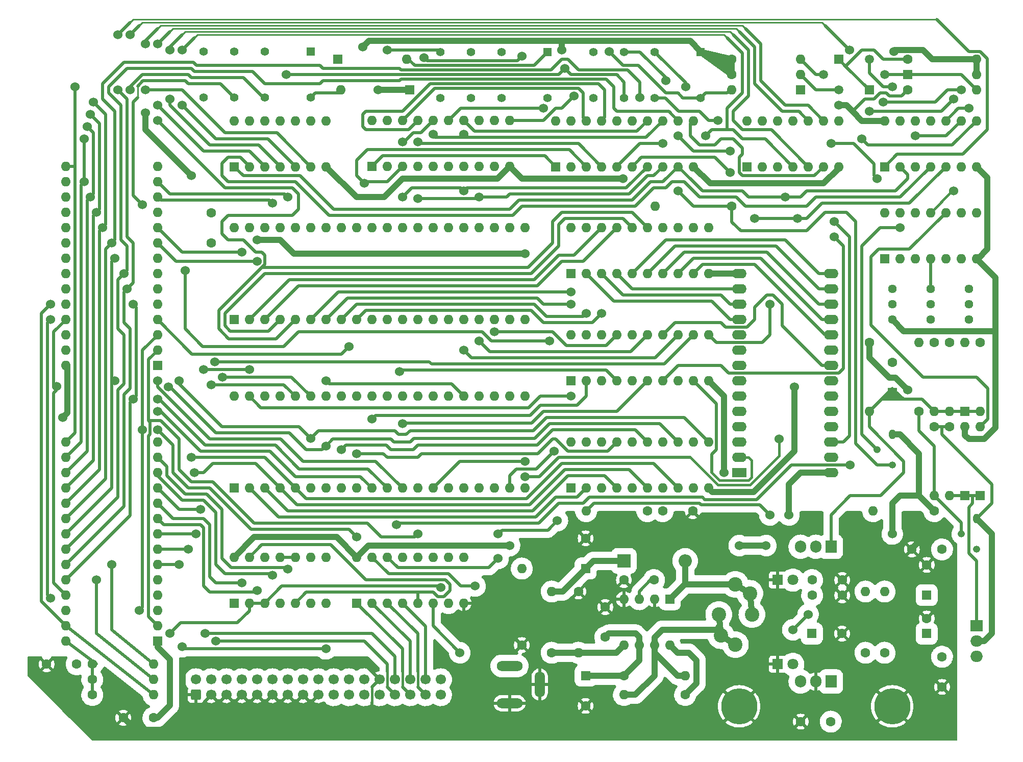
<source format=gbl>
G04 #@! TF.GenerationSoftware,KiCad,Pcbnew,6.0.10-86aedd382b~118~ubuntu18.04.1*
G04 #@! TF.CreationDate,2023-11-20T15:15:35+00:00*
G04 #@! TF.ProjectId,micron_plus,6d696372-6f6e-45f7-906c-75732e6b6963,rev?*
G04 #@! TF.SameCoordinates,Original*
G04 #@! TF.FileFunction,Copper,L2,Bot*
G04 #@! TF.FilePolarity,Positive*
%FSLAX46Y46*%
G04 Gerber Fmt 4.6, Leading zero omitted, Abs format (unit mm)*
G04 Created by KiCad (PCBNEW 6.0.10-86aedd382b~118~ubuntu18.04.1) date 2023-11-20 15:15:35*
%MOMM*%
%LPD*%
G01*
G04 APERTURE LIST*
G04 Aperture macros list*
%AMRoundRect*
0 Rectangle with rounded corners*
0 $1 Rounding radius*
0 $2 $3 $4 $5 $6 $7 $8 $9 X,Y pos of 4 corners*
0 Add a 4 corners polygon primitive as box body*
4,1,4,$2,$3,$4,$5,$6,$7,$8,$9,$2,$3,0*
0 Add four circle primitives for the rounded corners*
1,1,$1+$1,$2,$3*
1,1,$1+$1,$4,$5*
1,1,$1+$1,$6,$7*
1,1,$1+$1,$8,$9*
0 Add four rect primitives between the rounded corners*
20,1,$1+$1,$2,$3,$4,$5,0*
20,1,$1+$1,$4,$5,$6,$7,0*
20,1,$1+$1,$6,$7,$8,$9,0*
20,1,$1+$1,$8,$9,$2,$3,0*%
G04 Aperture macros list end*
G04 #@! TA.AperFunction,ComponentPad*
%ADD10R,1.400000X1.400000*%
G04 #@! TD*
G04 #@! TA.AperFunction,ComponentPad*
%ADD11C,1.400000*%
G04 #@! TD*
G04 #@! TA.AperFunction,ComponentPad*
%ADD12C,1.440000*%
G04 #@! TD*
G04 #@! TA.AperFunction,ComponentPad*
%ADD13R,1.600000X1.600000*%
G04 #@! TD*
G04 #@! TA.AperFunction,ComponentPad*
%ADD14C,1.600000*%
G04 #@! TD*
G04 #@! TA.AperFunction,ComponentPad*
%ADD15O,1.600000X1.600000*%
G04 #@! TD*
G04 #@! TA.AperFunction,ComponentPad*
%ADD16R,2.200000X2.200000*%
G04 #@! TD*
G04 #@! TA.AperFunction,ComponentPad*
%ADD17O,2.200000X2.200000*%
G04 #@! TD*
G04 #@! TA.AperFunction,ComponentPad*
%ADD18RoundRect,0.850000X-1.300000X0.000000X1.300000X0.000000X1.300000X0.000000X-1.300000X0.000000X0*%
G04 #@! TD*
G04 #@! TA.AperFunction,ComponentPad*
%ADD19RoundRect,0.850000X0.000000X-1.300000X0.000000X1.300000X0.000000X1.300000X0.000000X-1.300000X0*%
G04 #@! TD*
G04 #@! TA.AperFunction,ComponentPad*
%ADD20RoundRect,0.850000X1.300000X0.000000X-1.300000X0.000000X-1.300000X0.000000X1.300000X0.000000X0*%
G04 #@! TD*
G04 #@! TA.AperFunction,ComponentPad*
%ADD21O,1.200000X1.600000*%
G04 #@! TD*
G04 #@! TA.AperFunction,ComponentPad*
%ADD22O,1.200000X1.200000*%
G04 #@! TD*
G04 #@! TA.AperFunction,ComponentPad*
%ADD23R,1.905000X2.000000*%
G04 #@! TD*
G04 #@! TA.AperFunction,ComponentPad*
%ADD24O,1.905000X2.000000*%
G04 #@! TD*
G04 #@! TA.AperFunction,ComponentPad*
%ADD25R,1.500000X1.500000*%
G04 #@! TD*
G04 #@! TA.AperFunction,ComponentPad*
%ADD26C,1.500000*%
G04 #@! TD*
G04 #@! TA.AperFunction,ComponentPad*
%ADD27RoundRect,0.250000X0.600000X-0.600000X0.600000X0.600000X-0.600000X0.600000X-0.600000X-0.600000X0*%
G04 #@! TD*
G04 #@! TA.AperFunction,ComponentPad*
%ADD28C,1.700000*%
G04 #@! TD*
G04 #@! TA.AperFunction,ComponentPad*
%ADD29R,2.000000X1.905000*%
G04 #@! TD*
G04 #@! TA.AperFunction,ComponentPad*
%ADD30O,2.000000X1.905000*%
G04 #@! TD*
G04 #@! TA.AperFunction,ComponentPad*
%ADD31C,6.000000*%
G04 #@! TD*
G04 #@! TA.AperFunction,ComponentPad*
%ADD32C,2.400000*%
G04 #@! TD*
G04 #@! TA.AperFunction,ComponentPad*
%ADD33R,1.800000X1.800000*%
G04 #@! TD*
G04 #@! TA.AperFunction,ComponentPad*
%ADD34C,1.800000*%
G04 #@! TD*
G04 #@! TA.AperFunction,ComponentPad*
%ADD35R,2.400000X1.600000*%
G04 #@! TD*
G04 #@! TA.AperFunction,ComponentPad*
%ADD36O,2.400000X1.600000*%
G04 #@! TD*
G04 #@! TA.AperFunction,ViaPad*
%ADD37C,1.524000*%
G04 #@! TD*
G04 #@! TA.AperFunction,Conductor*
%ADD38C,1.016000*%
G04 #@! TD*
G04 #@! TA.AperFunction,Conductor*
%ADD39C,0.508000*%
G04 #@! TD*
G04 #@! TA.AperFunction,Conductor*
%ADD40C,0.381000*%
G04 #@! TD*
G04 #@! TA.AperFunction,Conductor*
%ADD41C,0.254000*%
G04 #@! TD*
G04 APERTURE END LIST*
D10*
X128237500Y-29257500D03*
D11*
X120617500Y-29257500D03*
X115537500Y-29257500D03*
X110457500Y-29257500D03*
X110457500Y-36877500D03*
X115537500Y-36877500D03*
X120617500Y-36877500D03*
X128237500Y-36877500D03*
D12*
X198120000Y-68570000D03*
X198120000Y-71110000D03*
X198120000Y-73650000D03*
D13*
X185420000Y-85725000D03*
D14*
X185420000Y-80725000D03*
D13*
X148510000Y-120025000D03*
D15*
X145970000Y-120025000D03*
X143430000Y-120025000D03*
X140890000Y-120025000D03*
X140890000Y-127645000D03*
X143430000Y-127645000D03*
X145970000Y-127645000D03*
X148510000Y-127645000D03*
D14*
X194945000Y-91440000D03*
D15*
X194945000Y-102870000D03*
D10*
X153637500Y-29257500D03*
D11*
X146017500Y-29257500D03*
X140937500Y-29257500D03*
X135857500Y-29257500D03*
X135857500Y-36877500D03*
X140937500Y-36877500D03*
X146017500Y-36877500D03*
X153637500Y-36877500D03*
D14*
X192405000Y-91440000D03*
D15*
X192405000Y-102870000D03*
D13*
X63500000Y-81270000D03*
D15*
X63500000Y-78730000D03*
X63500000Y-76190000D03*
X63500000Y-73650000D03*
X63500000Y-71110000D03*
X63500000Y-68570000D03*
X63500000Y-66030000D03*
X63500000Y-63490000D03*
X63500000Y-60950000D03*
X63500000Y-58410000D03*
X63500000Y-55870000D03*
X63500000Y-53330000D03*
X63500000Y-50790000D03*
X63500000Y-48250000D03*
X48260000Y-48250000D03*
X48260000Y-50790000D03*
X48260000Y-53330000D03*
X48260000Y-55870000D03*
X48260000Y-58410000D03*
X48260000Y-60950000D03*
X48260000Y-63490000D03*
X48260000Y-66030000D03*
X48260000Y-68570000D03*
X48260000Y-71110000D03*
X48260000Y-73650000D03*
X48260000Y-76190000D03*
X48260000Y-78730000D03*
X48260000Y-81270000D03*
D14*
X158750000Y-54864000D03*
D15*
X146050000Y-54864000D03*
D14*
X52665000Y-135890000D03*
D15*
X62825000Y-135890000D03*
D14*
X181610000Y-77470000D03*
D15*
X181610000Y-88900000D03*
D14*
X50085000Y-130810000D03*
X45085000Y-130810000D03*
X172125000Y-116840000D03*
X177125000Y-116840000D03*
X172125000Y-119380000D03*
X177125000Y-119380000D03*
D16*
X140890000Y-113665000D03*
D17*
X151050000Y-113665000D03*
D18*
X121920000Y-131080000D03*
D19*
X126920000Y-134180000D03*
D20*
X121920000Y-137280000D03*
D21*
X185420000Y-92710000D03*
D22*
X182880000Y-95250000D03*
X185420000Y-97790000D03*
D23*
X175260000Y-111323000D03*
D24*
X172720000Y-111323000D03*
X170180000Y-111323000D03*
D13*
X184145000Y-63515000D03*
D15*
X186685000Y-63515000D03*
X189225000Y-63515000D03*
X191765000Y-63515000D03*
X194305000Y-63515000D03*
X196845000Y-63515000D03*
X199385000Y-63515000D03*
X199385000Y-55895000D03*
X196845000Y-55895000D03*
X194305000Y-55895000D03*
X191765000Y-55895000D03*
X189225000Y-55895000D03*
X186685000Y-55895000D03*
X184145000Y-55895000D03*
D14*
X62825000Y-139700000D03*
X57825000Y-139700000D03*
D25*
X181610000Y-35560000D03*
D26*
X184150000Y-33020000D03*
X181610000Y-30480000D03*
D27*
X69850000Y-135890000D03*
D28*
X69850000Y-133350000D03*
X72390000Y-135890000D03*
X72390000Y-133350000D03*
X74930000Y-135890000D03*
X74930000Y-133350000D03*
X77470000Y-135890000D03*
X77470000Y-133350000D03*
X80010000Y-135890000D03*
X80010000Y-133350000D03*
X82550000Y-135890000D03*
X82550000Y-133350000D03*
X85090000Y-135890000D03*
X85090000Y-133350000D03*
X87630000Y-135890000D03*
X87630000Y-133350000D03*
X90170000Y-135890000D03*
X90170000Y-133350000D03*
X92710000Y-135890000D03*
X92710000Y-133350000D03*
X95250000Y-135890000D03*
X95250000Y-133350000D03*
X97790000Y-135890000D03*
X97790000Y-133350000D03*
X100330000Y-135890000D03*
X100330000Y-133350000D03*
X102870000Y-135890000D03*
X102870000Y-133350000D03*
X105410000Y-135890000D03*
X105410000Y-133350000D03*
X107950000Y-135890000D03*
X107950000Y-133350000D03*
X110490000Y-135890000D03*
X110490000Y-133350000D03*
D14*
X52665000Y-133350000D03*
D15*
X62825000Y-133350000D03*
D14*
X187960000Y-35560000D03*
D15*
X199390000Y-35560000D03*
D13*
X172085000Y-125730000D03*
D14*
X177085000Y-125730000D03*
D12*
X185420000Y-68570000D03*
X185420000Y-71110000D03*
X185420000Y-73650000D03*
D14*
X193675000Y-129580000D03*
X193675000Y-134580000D03*
X192405000Y-77470000D03*
D15*
X192405000Y-88900000D03*
D13*
X99060000Y-48260000D03*
D15*
X101600000Y-48260000D03*
X104140000Y-48260000D03*
X106680000Y-48260000D03*
X109220000Y-48260000D03*
X111760000Y-48260000D03*
X114300000Y-48260000D03*
X116840000Y-48260000D03*
X119380000Y-48260000D03*
X121920000Y-48260000D03*
X121920000Y-40640000D03*
X119380000Y-40640000D03*
X116840000Y-40640000D03*
X114300000Y-40640000D03*
X111760000Y-40640000D03*
X109220000Y-40640000D03*
X106680000Y-40640000D03*
X104140000Y-40640000D03*
X101600000Y-40640000D03*
X99060000Y-40640000D03*
D14*
X151050000Y-135890000D03*
D15*
X140890000Y-135890000D03*
D14*
X133350000Y-118745000D03*
D15*
X133350000Y-128905000D03*
D13*
X76200000Y-101600000D03*
D15*
X78740000Y-101600000D03*
X81280000Y-101600000D03*
X83820000Y-101600000D03*
X86360000Y-101600000D03*
X88900000Y-101600000D03*
X91440000Y-101600000D03*
X93980000Y-101600000D03*
X96520000Y-101600000D03*
X99060000Y-101600000D03*
X101600000Y-101600000D03*
X104140000Y-101600000D03*
X106680000Y-101600000D03*
X109220000Y-101600000D03*
X111760000Y-101600000D03*
X114300000Y-101600000D03*
X116840000Y-101600000D03*
X119380000Y-101600000D03*
X121920000Y-101600000D03*
X124460000Y-101600000D03*
X124460000Y-86360000D03*
X121920000Y-86360000D03*
X119380000Y-86360000D03*
X116840000Y-86360000D03*
X114300000Y-86360000D03*
X111760000Y-86360000D03*
X109220000Y-86360000D03*
X106680000Y-86360000D03*
X104140000Y-86360000D03*
X101600000Y-86360000D03*
X99060000Y-86360000D03*
X96520000Y-86360000D03*
X93980000Y-86360000D03*
X91440000Y-86360000D03*
X88900000Y-86360000D03*
X86360000Y-86360000D03*
X83820000Y-86360000D03*
X81280000Y-86360000D03*
X78740000Y-86360000D03*
X76200000Y-86360000D03*
D13*
X76195000Y-48275000D03*
D15*
X78735000Y-48275000D03*
X81275000Y-48275000D03*
X83815000Y-48275000D03*
X86355000Y-48275000D03*
X88895000Y-48275000D03*
X91435000Y-48275000D03*
X91435000Y-40655000D03*
X88895000Y-40655000D03*
X86355000Y-40655000D03*
X83815000Y-40655000D03*
X81275000Y-40655000D03*
X78735000Y-40655000D03*
X76195000Y-40655000D03*
D14*
X193675000Y-111760000D03*
X188675000Y-111760000D03*
D25*
X176530000Y-30480000D03*
D26*
X173990000Y-33020000D03*
X176530000Y-35560000D03*
D14*
X189865000Y-88900000D03*
D15*
X189865000Y-77470000D03*
D14*
X144780000Y-105410000D03*
D15*
X134620000Y-105410000D03*
D13*
X132080000Y-101600000D03*
D15*
X134620000Y-101600000D03*
X137160000Y-101600000D03*
X139700000Y-101600000D03*
X142240000Y-101600000D03*
X144780000Y-101600000D03*
X147320000Y-101600000D03*
X149860000Y-101600000D03*
X152400000Y-101600000D03*
X154940000Y-101600000D03*
X154940000Y-93980000D03*
X152400000Y-93980000D03*
X149860000Y-93980000D03*
X147320000Y-93980000D03*
X144780000Y-93980000D03*
X142240000Y-93980000D03*
X139700000Y-93980000D03*
X137160000Y-93980000D03*
X134620000Y-93980000D03*
X132080000Y-93980000D03*
D13*
X191135000Y-125730000D03*
D14*
X191135000Y-123230000D03*
D13*
X63505000Y-126990000D03*
D15*
X63505000Y-124450000D03*
X63505000Y-121910000D03*
X63505000Y-119370000D03*
X63505000Y-116830000D03*
X63505000Y-114290000D03*
X63505000Y-111750000D03*
X63505000Y-109210000D03*
X63505000Y-106670000D03*
X63505000Y-104130000D03*
X63505000Y-101590000D03*
X63505000Y-99050000D03*
X63505000Y-96510000D03*
X63505000Y-93970000D03*
X48265000Y-93970000D03*
X48265000Y-96510000D03*
X48265000Y-99050000D03*
X48265000Y-101590000D03*
X48265000Y-104130000D03*
X48265000Y-106670000D03*
X48265000Y-109210000D03*
X48265000Y-111750000D03*
X48265000Y-114290000D03*
X48265000Y-116830000D03*
X48265000Y-119370000D03*
X48265000Y-121910000D03*
X48265000Y-124450000D03*
X48265000Y-126990000D03*
D10*
X88900000Y-29210000D03*
D11*
X81280000Y-29210000D03*
X76200000Y-29210000D03*
X71120000Y-29210000D03*
X71120000Y-36830000D03*
X76200000Y-36830000D03*
X81280000Y-36830000D03*
X88900000Y-36830000D03*
D21*
X199390000Y-106680000D03*
D22*
X196850000Y-109220000D03*
X199390000Y-111760000D03*
D13*
X96520000Y-120665000D03*
D15*
X99060000Y-120665000D03*
X101600000Y-120665000D03*
X104140000Y-120665000D03*
X106680000Y-120665000D03*
X109220000Y-120665000D03*
X111760000Y-120665000D03*
X114300000Y-120665000D03*
X114300000Y-113045000D03*
X111760000Y-113045000D03*
X109220000Y-113045000D03*
X106680000Y-113045000D03*
X104140000Y-113045000D03*
X101600000Y-113045000D03*
X99060000Y-113045000D03*
X96520000Y-113045000D03*
D14*
X187960000Y-30480000D03*
D15*
X199390000Y-30480000D03*
D14*
X200025000Y-77470000D03*
D15*
X200025000Y-88900000D03*
D13*
X132080000Y-66040000D03*
D15*
X134620000Y-66040000D03*
X137160000Y-66040000D03*
X139700000Y-66040000D03*
X142240000Y-66040000D03*
X144780000Y-66040000D03*
X147320000Y-66040000D03*
X149860000Y-66040000D03*
X152400000Y-66040000D03*
X154940000Y-66040000D03*
X154940000Y-58420000D03*
X152400000Y-58420000D03*
X149860000Y-58420000D03*
X147320000Y-58420000D03*
X144780000Y-58420000D03*
X142240000Y-58420000D03*
X139700000Y-58420000D03*
X137160000Y-58420000D03*
X134620000Y-58420000D03*
X132080000Y-58420000D03*
D13*
X197485000Y-88900000D03*
D15*
X197485000Y-77470000D03*
D14*
X123952000Y-127635000D03*
D15*
X123952000Y-114935000D03*
D14*
X140890000Y-132715000D03*
D15*
X151050000Y-132715000D03*
D13*
X129545000Y-48275000D03*
D15*
X132085000Y-48275000D03*
X134625000Y-48275000D03*
X137165000Y-48275000D03*
X139705000Y-48275000D03*
X142245000Y-48275000D03*
X144785000Y-48275000D03*
X147325000Y-48275000D03*
X149865000Y-48275000D03*
X152405000Y-48275000D03*
X152405000Y-40655000D03*
X149865000Y-40655000D03*
X147325000Y-40655000D03*
X144785000Y-40655000D03*
X142245000Y-40655000D03*
X139705000Y-40655000D03*
X137165000Y-40655000D03*
X134625000Y-40655000D03*
X132085000Y-40655000D03*
X129545000Y-40655000D03*
D13*
X132080000Y-83820000D03*
D15*
X134620000Y-83820000D03*
X137160000Y-83820000D03*
X139700000Y-83820000D03*
X142240000Y-83820000D03*
X144780000Y-83820000D03*
X147320000Y-83820000D03*
X149860000Y-83820000D03*
X152400000Y-83820000D03*
X154940000Y-83820000D03*
X154940000Y-76200000D03*
X152400000Y-76200000D03*
X149860000Y-76200000D03*
X147320000Y-76200000D03*
X144780000Y-76200000D03*
X142240000Y-76200000D03*
X139700000Y-76200000D03*
X137160000Y-76200000D03*
X134620000Y-76200000D03*
X132080000Y-76200000D03*
D14*
X145890000Y-116840000D03*
X140890000Y-116840000D03*
D13*
X187960000Y-33020000D03*
D15*
X199390000Y-33020000D03*
D13*
X76200000Y-73660000D03*
D15*
X78740000Y-73660000D03*
X81280000Y-73660000D03*
X83820000Y-73660000D03*
X86360000Y-73660000D03*
X88900000Y-73660000D03*
X91440000Y-73660000D03*
X93980000Y-73660000D03*
X96520000Y-73660000D03*
X99060000Y-73660000D03*
X101600000Y-73660000D03*
X104140000Y-73660000D03*
X106680000Y-73660000D03*
X109220000Y-73660000D03*
X111760000Y-73660000D03*
X114300000Y-73660000D03*
X116840000Y-73660000D03*
X119380000Y-73660000D03*
X121920000Y-73660000D03*
X124460000Y-73660000D03*
X124460000Y-58420000D03*
X121920000Y-58420000D03*
X119380000Y-58420000D03*
X116840000Y-58420000D03*
X114300000Y-58420000D03*
X111760000Y-58420000D03*
X109220000Y-58420000D03*
X106680000Y-58420000D03*
X104140000Y-58420000D03*
X101600000Y-58420000D03*
X99060000Y-58420000D03*
X96520000Y-58420000D03*
X93980000Y-58420000D03*
X91440000Y-58420000D03*
X88900000Y-58420000D03*
X86360000Y-58420000D03*
X83820000Y-58420000D03*
X81280000Y-58420000D03*
X78740000Y-58420000D03*
X76200000Y-58420000D03*
D13*
X200025000Y-102870000D03*
D15*
X200025000Y-91440000D03*
D14*
X175220000Y-140335000D03*
X170220000Y-140335000D03*
X194945000Y-77470000D03*
D15*
X194945000Y-88900000D03*
D14*
X52665000Y-130810000D03*
D15*
X62825000Y-130810000D03*
D14*
X180975000Y-128905000D03*
D15*
X180975000Y-118745000D03*
D14*
X147320000Y-105410000D03*
X152320000Y-105410000D03*
X72390000Y-55920000D03*
X72390000Y-60920000D03*
X184150000Y-128905000D03*
D15*
X184150000Y-118745000D03*
D14*
X158810000Y-30480000D03*
D15*
X170240000Y-30480000D03*
D13*
X197485000Y-102870000D03*
D15*
X197485000Y-91440000D03*
D13*
X105320000Y-35560000D03*
D15*
X93890000Y-35560000D03*
D14*
X128905000Y-128905000D03*
D15*
X128905000Y-118745000D03*
D13*
X170180000Y-35560000D03*
D15*
X158750000Y-35560000D03*
D29*
X199390000Y-124460000D03*
D30*
X199390000Y-127000000D03*
X199390000Y-129540000D03*
D13*
X184145000Y-48275000D03*
D15*
X186685000Y-48275000D03*
X189225000Y-48275000D03*
X191765000Y-48275000D03*
X194305000Y-48275000D03*
X196845000Y-48275000D03*
X199385000Y-48275000D03*
X199385000Y-40655000D03*
X196845000Y-40655000D03*
X194305000Y-40655000D03*
X191765000Y-40655000D03*
X189225000Y-40655000D03*
X186685000Y-40655000D03*
X184145000Y-40655000D03*
D13*
X76195000Y-120665000D03*
D15*
X78735000Y-120665000D03*
X81275000Y-120665000D03*
X83815000Y-120665000D03*
X86355000Y-120665000D03*
X88895000Y-120665000D03*
X91435000Y-120665000D03*
X91435000Y-113045000D03*
X88895000Y-113045000D03*
X86355000Y-113045000D03*
X83815000Y-113045000D03*
X81275000Y-113045000D03*
X78735000Y-113045000D03*
X76195000Y-113045000D03*
D12*
X191770000Y-68570000D03*
X191770000Y-71110000D03*
X191770000Y-73650000D03*
D14*
X158750000Y-33020000D03*
D15*
X170180000Y-33020000D03*
D13*
X93390000Y-30480000D03*
D15*
X104820000Y-30480000D03*
D13*
X134540000Y-114935000D03*
D14*
X134540000Y-109935000D03*
X137795000Y-126325000D03*
X137795000Y-121325000D03*
D31*
X185420000Y-137795000D03*
X160020000Y-137795000D03*
D13*
X134540000Y-132715000D03*
D14*
X134540000Y-137715000D03*
D13*
X161285000Y-48275000D03*
D15*
X163825000Y-48275000D03*
X166365000Y-48275000D03*
X168905000Y-48275000D03*
X171445000Y-48275000D03*
X173985000Y-48275000D03*
X176525000Y-48275000D03*
X176525000Y-40655000D03*
X173985000Y-40655000D03*
X171445000Y-40655000D03*
X168905000Y-40655000D03*
X166365000Y-40655000D03*
X163825000Y-40655000D03*
X161285000Y-40655000D03*
D14*
X192405000Y-105410000D03*
D15*
X182245000Y-105410000D03*
D32*
X156985000Y-126055000D03*
X156635000Y-122555000D03*
X159385000Y-127555000D03*
X159385000Y-117555000D03*
X162135000Y-122555000D03*
X161785000Y-119055000D03*
D23*
X175260000Y-133675000D03*
D24*
X172720000Y-133675000D03*
X170180000Y-133675000D03*
D13*
X191135000Y-119340000D03*
D14*
X191135000Y-114340000D03*
D33*
X166370000Y-116840000D03*
D34*
X168910000Y-116840000D03*
D35*
X160020000Y-99060000D03*
D36*
X160020000Y-96520000D03*
X160020000Y-93980000D03*
X160020000Y-91440000D03*
X160020000Y-88900000D03*
X160020000Y-86360000D03*
X160020000Y-83820000D03*
X160020000Y-81280000D03*
X160020000Y-78740000D03*
X160020000Y-76200000D03*
X160020000Y-73660000D03*
X160020000Y-71120000D03*
X160020000Y-68580000D03*
X160020000Y-66040000D03*
X175260000Y-66040000D03*
X175260000Y-68580000D03*
X175260000Y-71120000D03*
X175260000Y-73660000D03*
X175260000Y-76200000D03*
X175260000Y-78740000D03*
X175260000Y-81280000D03*
X175260000Y-83820000D03*
X175260000Y-86360000D03*
X175260000Y-88900000D03*
X175260000Y-91440000D03*
X175260000Y-93980000D03*
X175260000Y-96520000D03*
X175260000Y-99060000D03*
D33*
X166370000Y-130810000D03*
D34*
X168910000Y-130810000D03*
D37*
X140716000Y-50292000D03*
X189865000Y-106680000D03*
X169164000Y-84836000D03*
X157480000Y-99060000D03*
X185674000Y-29210000D03*
X69088000Y-49784000D03*
X124460000Y-62738000D03*
X121920000Y-111125000D03*
X80010000Y-60452000D03*
X61468000Y-39370000D03*
X47752000Y-89916000D03*
X113665000Y-128905000D03*
X176530000Y-38100000D03*
X97536000Y-28448000D03*
X100076000Y-35560000D03*
X130556000Y-28956000D03*
X101600000Y-28956000D03*
X168275000Y-106045000D03*
X164465000Y-111125000D03*
X160020000Y-111125000D03*
X104140000Y-44196000D03*
X138430000Y-29210000D03*
X127508000Y-38608000D03*
X168910000Y-125095000D03*
X171450000Y-122555000D03*
X91440000Y-83820000D03*
X73152000Y-127000000D03*
X72390000Y-84455000D03*
X74295000Y-83185000D03*
X71374000Y-125730000D03*
X185420000Y-35052000D03*
X186690000Y-58420000D03*
X84836000Y-33020000D03*
X131064000Y-32004000D03*
X149860000Y-52324000D03*
X68072000Y-65532000D03*
X128524000Y-77216000D03*
X45720000Y-71120000D03*
X57912000Y-66040000D03*
X53340000Y-116840000D03*
X143510000Y-36830000D03*
X55880000Y-114300000D03*
X55880000Y-60960000D03*
X165100000Y-106045000D03*
X175768000Y-57404000D03*
X181610000Y-39116000D03*
X195580000Y-37084000D03*
X196850000Y-35560000D03*
X175768000Y-59944000D03*
X183896000Y-37592000D03*
X158496000Y-45720000D03*
X149860000Y-43180000D03*
X151130000Y-35052000D03*
X147828000Y-34036000D03*
X147320000Y-44450000D03*
X77470000Y-62484000D03*
X77470000Y-117348000D03*
X80010000Y-118618000D03*
X80010000Y-64008000D03*
X69850000Y-109220000D03*
X69596000Y-99060000D03*
X68580000Y-111760000D03*
X69088000Y-96520000D03*
X67056000Y-83820000D03*
X67056000Y-114300000D03*
X88900000Y-93345000D03*
X91440000Y-94615000D03*
X65278000Y-84836000D03*
X91440000Y-128270000D03*
X93980000Y-95250000D03*
X95250000Y-78105000D03*
X67564000Y-127889000D03*
X60960000Y-91948000D03*
X96520000Y-109728000D03*
X63500000Y-91948000D03*
X60452000Y-121920000D03*
X96520000Y-95885000D03*
X63500000Y-88900000D03*
X46736000Y-84709000D03*
X99060000Y-90170000D03*
X103632000Y-82296000D03*
X63500000Y-86868000D03*
X59436000Y-71120000D03*
X59436000Y-86868000D03*
X56388000Y-63500000D03*
X56388000Y-83820000D03*
X63500000Y-83820000D03*
X104140000Y-90932000D03*
X58420000Y-68580000D03*
X103124000Y-107696000D03*
X56896000Y-26416000D03*
X56896000Y-35560000D03*
X178435000Y-97790000D03*
X124460000Y-97155000D03*
X162560000Y-56896000D03*
X166624000Y-93472000D03*
X124460000Y-99695000D03*
X106680000Y-109220000D03*
X169672000Y-56896000D03*
X114300000Y-78740000D03*
X65532000Y-125730000D03*
X110490000Y-118110000D03*
X116840000Y-77216000D03*
X119380000Y-75692000D03*
X129286000Y-95504000D03*
X116205000Y-117856000D03*
X132080000Y-86360000D03*
X71120000Y-81915000D03*
X70612000Y-105156000D03*
X78740000Y-81915000D03*
X82550000Y-116078000D03*
X82550000Y-54356000D03*
X85090000Y-53340000D03*
X85090000Y-115062000D03*
X49784000Y-35052000D03*
X63500000Y-40640000D03*
X51308000Y-50800000D03*
X132080000Y-69088000D03*
X51308000Y-43688000D03*
X52324000Y-53340000D03*
X51816000Y-41656000D03*
X132080000Y-71120000D03*
X134620000Y-72644000D03*
X53340000Y-55880000D03*
X52324000Y-39624000D03*
X52832000Y-37592000D03*
X54356000Y-58420000D03*
X137160000Y-72644000D03*
X97790000Y-51054000D03*
X106680000Y-44196000D03*
X114300000Y-52324000D03*
X104140000Y-53340000D03*
X116840000Y-53340000D03*
X106680000Y-53594000D03*
X114300000Y-42926000D03*
X109220000Y-42926000D03*
X67564000Y-38100000D03*
X154432000Y-43180000D03*
X67564000Y-28956000D03*
X120015000Y-113284000D03*
X129857500Y-106997500D03*
X120015000Y-109220000D03*
X63500000Y-38100000D03*
X63500000Y-27940000D03*
X180340000Y-43688000D03*
X165100000Y-71120000D03*
X73025000Y-80645000D03*
X60960000Y-54610000D03*
X123952000Y-29972000D03*
X107696000Y-30226000D03*
X132588000Y-36576000D03*
X195580000Y-52324000D03*
X158496000Y-49276000D03*
X167640000Y-53340000D03*
X65532000Y-37084000D03*
X65532000Y-28956000D03*
X61468000Y-35560000D03*
X61468000Y-27940000D03*
X189225000Y-43180000D03*
X198120000Y-38608000D03*
X45720000Y-119888000D03*
X45720000Y-73660000D03*
X182880000Y-50292000D03*
X156464000Y-40640000D03*
X175260000Y-44450000D03*
X58928000Y-35560000D03*
X178308000Y-28956000D03*
X58928000Y-26416000D03*
X185420000Y-109220000D03*
X187960000Y-85344000D03*
D38*
X138390000Y-125730000D02*
X137795000Y-126325000D01*
X143430000Y-127645000D02*
X143430000Y-126285000D01*
X143430000Y-127645000D02*
X143430000Y-130175000D01*
X140890000Y-132715000D02*
X134540000Y-132715000D01*
X143430000Y-130175000D02*
X140890000Y-132715000D01*
X143430000Y-126285000D02*
X142875000Y-125730000D01*
X142875000Y-125730000D02*
X138390000Y-125730000D01*
X169164000Y-84836000D02*
X169164000Y-95504000D01*
D39*
X67945000Y-141097000D02*
X68580000Y-141732000D01*
D38*
X202565000Y-66695000D02*
X199385000Y-63515000D01*
X162433000Y-102235000D02*
X155575000Y-102235000D01*
X190500000Y-28956000D02*
X192024000Y-30480000D01*
X185674000Y-29210000D02*
X185928000Y-28956000D01*
X201168000Y-61976000D02*
X201168000Y-50058000D01*
D39*
X145970000Y-122555000D02*
X145970000Y-120025000D01*
D38*
X57825000Y-139700000D02*
X59857000Y-141732000D01*
D40*
X99060000Y-134620000D02*
X99060000Y-137160000D01*
D38*
X192024000Y-30480000D02*
X199390000Y-30480000D01*
X202565000Y-91440000D02*
X202565000Y-75565000D01*
X96500000Y-53340000D02*
X91435000Y-48275000D01*
X189865000Y-110490000D02*
X189865000Y-106680000D01*
X202565000Y-75565000D02*
X187325000Y-75565000D01*
X155575000Y-102235000D02*
X154940000Y-101600000D01*
X140716000Y-50292000D02*
X123952000Y-50292000D01*
D39*
X67945000Y-131445000D02*
X67945000Y-141097000D01*
D38*
X202565000Y-75565000D02*
X202565000Y-66695000D01*
X187325000Y-75565000D02*
X185420000Y-73660000D01*
X157480000Y-99060000D02*
X157480000Y-86360000D01*
D39*
X100330000Y-133350000D02*
X99060000Y-134620000D01*
D38*
X60532000Y-141732000D02*
X68580000Y-141732000D01*
X201168000Y-50058000D02*
X199385000Y-48275000D01*
D39*
X140890000Y-120025000D02*
X140890000Y-122555000D01*
D38*
X154940000Y-66040000D02*
X160020000Y-66040000D01*
D39*
X99060000Y-137160000D02*
X99060000Y-140335000D01*
D38*
X200660000Y-93472000D02*
X202565000Y-91567000D01*
X197485000Y-92837000D02*
X198120000Y-93472000D01*
X169164000Y-95504000D02*
X162433000Y-102235000D01*
X121920000Y-48260000D02*
X119888000Y-50292000D01*
X157480000Y-86360000D02*
X154940000Y-83820000D01*
D39*
X140890000Y-122555000D02*
X145970000Y-122555000D01*
D38*
X104140000Y-50292000D02*
X101092000Y-53340000D01*
X119888000Y-50292000D02*
X104140000Y-50292000D01*
D39*
X100330000Y-133350000D02*
X97790000Y-130810000D01*
D38*
X123952000Y-50292000D02*
X121920000Y-48260000D01*
D39*
X99060000Y-140335000D02*
X69977000Y-140335000D01*
D38*
X101092000Y-53340000D02*
X96500000Y-53340000D01*
D39*
X97790000Y-130810000D02*
X68580000Y-130810000D01*
D38*
X202565000Y-91567000D02*
X202565000Y-91440000D01*
X176525000Y-48519000D02*
X173990000Y-51054000D01*
D39*
X69977000Y-140335000D02*
X68580000Y-141732000D01*
D38*
X199390000Y-33020000D02*
X199390000Y-30480000D01*
X199629000Y-63515000D02*
X201168000Y-61976000D01*
X185928000Y-28956000D02*
X190500000Y-28956000D01*
X198120000Y-93472000D02*
X200660000Y-93472000D01*
X173990000Y-51054000D02*
X155184000Y-51054000D01*
X188675000Y-111680000D02*
X189865000Y-110490000D01*
D39*
X68580000Y-130810000D02*
X67945000Y-131445000D01*
D38*
X155184000Y-51054000D02*
X152405000Y-48275000D01*
X197485000Y-91440000D02*
X197485000Y-92837000D01*
X65532000Y-137668000D02*
X63500000Y-139700000D01*
X97536000Y-28448000D02*
X98552000Y-27432000D01*
X98455000Y-111125000D02*
X96535000Y-113045000D01*
D39*
X52665000Y-135890000D02*
X52665000Y-130810000D01*
D38*
X83820000Y-60452000D02*
X80010000Y-60452000D01*
X105410000Y-35560000D02*
X100076000Y-35560000D01*
X96535000Y-113045000D02*
X93218000Y-109728000D01*
X151892000Y-27432000D02*
X153637500Y-29177500D01*
X178816000Y-39116000D02*
X177800000Y-38100000D01*
X48514000Y-81544000D02*
X48240000Y-81270000D01*
X153717500Y-29257500D02*
X158810000Y-30480000D01*
X158750000Y-31496000D02*
X153717500Y-29257500D01*
X121920000Y-111125000D02*
X98455000Y-111125000D01*
X48514000Y-89154000D02*
X48514000Y-81544000D01*
D39*
X184404000Y-36068000D02*
X184912000Y-36576000D01*
X183388000Y-36068000D02*
X184404000Y-36068000D01*
X180848000Y-37084000D02*
X182372000Y-37084000D01*
D38*
X158750000Y-33020000D02*
X153637500Y-29257500D01*
X93218000Y-109728000D02*
X79512000Y-109728000D01*
X65532000Y-130048000D02*
X65532000Y-137668000D01*
X79512000Y-109728000D02*
X76195000Y-113045000D01*
X177800000Y-38100000D02*
X176530000Y-38100000D01*
X180355000Y-40655000D02*
X184145000Y-40655000D01*
X124460000Y-62738000D02*
X86106000Y-62738000D01*
X130556000Y-27432000D02*
X151892000Y-27432000D01*
X153637500Y-29257500D02*
X158750000Y-32258000D01*
X61468000Y-42164000D02*
X69088000Y-49784000D01*
D39*
X109220000Y-124460000D02*
X113665000Y-128905000D01*
D38*
X86106000Y-62738000D02*
X83820000Y-60452000D01*
D39*
X109220000Y-120665000D02*
X109220000Y-124460000D01*
D38*
X130556000Y-27432000D02*
X130556000Y-28956000D01*
D39*
X184912000Y-36576000D02*
X186944000Y-36576000D01*
D38*
X98552000Y-27432000D02*
X130556000Y-27432000D01*
X63500000Y-128016000D02*
X65532000Y-130048000D01*
D39*
X178816000Y-39116000D02*
X180848000Y-37084000D01*
X182372000Y-37084000D02*
X183388000Y-36068000D01*
X186944000Y-36576000D02*
X187960000Y-35560000D01*
D38*
X47752000Y-89916000D02*
X48514000Y-89154000D01*
X63500000Y-127000000D02*
X63500000Y-128016000D01*
X158810000Y-30480000D02*
X158810000Y-32960000D01*
X61468000Y-39370000D02*
X61468000Y-42164000D01*
D39*
X53340000Y-130810000D02*
X48260000Y-127000000D01*
D38*
X178816000Y-39116000D02*
X180355000Y-40655000D01*
D39*
X199390000Y-113665000D02*
X198120000Y-112395000D01*
X198755000Y-102870000D02*
X200025000Y-102870000D01*
X198755000Y-104140000D02*
X198755000Y-102870000D01*
X198120000Y-112395000D02*
X198120000Y-104775000D01*
X199390000Y-124460000D02*
X199390000Y-113665000D01*
X198120000Y-104775000D02*
X198755000Y-104140000D01*
X197485000Y-102870000D02*
X198755000Y-102870000D01*
X194945000Y-102870000D02*
X197485000Y-102870000D01*
X110156000Y-28956000D02*
X101600000Y-28956000D01*
D38*
X170180000Y-99060000D02*
X175260000Y-99060000D01*
X168275000Y-100965000D02*
X170180000Y-99060000D01*
X168275000Y-106045000D02*
X168275000Y-100965000D01*
X160020000Y-111125000D02*
X164465000Y-111125000D01*
X135810000Y-113665000D02*
X134540000Y-114935000D01*
X130730000Y-118745000D02*
X128905000Y-118745000D01*
X134540000Y-114935000D02*
X130730000Y-118745000D01*
X140890000Y-113665000D02*
X135810000Y-113665000D01*
D39*
X89662000Y-36068000D02*
X88900000Y-36830000D01*
X93472000Y-36068000D02*
X89662000Y-36068000D01*
X109220000Y-40640000D02*
X107188000Y-42672000D01*
X104140000Y-44450000D02*
X104140000Y-44196000D01*
X106172000Y-31496000D02*
X125999000Y-31496000D01*
X107188000Y-42672000D02*
X106172000Y-42672000D01*
X105918000Y-42672000D02*
X104140000Y-44450000D01*
X125999000Y-31496000D02*
X128237500Y-29257500D01*
X106172000Y-42672000D02*
X105918000Y-42672000D01*
X105190000Y-30514000D02*
X106172000Y-31496000D01*
X140716000Y-31496000D02*
X143256000Y-31496000D01*
X149860000Y-36068000D02*
X150669500Y-36877500D01*
X127508000Y-38608000D02*
X113792000Y-38608000D01*
X158496000Y-35560000D02*
X157988000Y-36068000D01*
X147828000Y-36068000D02*
X149860000Y-36068000D01*
X138430000Y-29210000D02*
X140716000Y-31496000D01*
X150669500Y-36877500D02*
X153637500Y-36877500D01*
X113792000Y-38608000D02*
X111760000Y-40640000D01*
X143256000Y-31496000D02*
X147828000Y-36068000D01*
X157988000Y-36068000D02*
X154432000Y-36068000D01*
X154432000Y-36068000D02*
X153637500Y-36862500D01*
X171450000Y-122555000D02*
X168910000Y-125095000D01*
X184150000Y-33020000D02*
X187960000Y-33020000D01*
X196850000Y-33020000D02*
X199390000Y-35560000D01*
X187960000Y-33020000D02*
X196850000Y-33020000D01*
X201295000Y-85090000D02*
X199390000Y-83185000D01*
X190500000Y-83185000D02*
X181864000Y-74549000D01*
X183134000Y-61976000D02*
X188224000Y-61976000D01*
X200025000Y-91440000D02*
X201295000Y-90170000D01*
X201295000Y-90170000D02*
X201295000Y-85090000D01*
X181864000Y-74549000D02*
X181864000Y-63246000D01*
X188224000Y-61976000D02*
X194305000Y-55895000D01*
X181864000Y-63246000D02*
X183134000Y-61976000D01*
X199390000Y-83185000D02*
X190500000Y-83185000D01*
X112268000Y-84328000D02*
X91948000Y-84328000D01*
X91948000Y-84328000D02*
X91440000Y-83820000D01*
X114300000Y-86360000D02*
X112268000Y-84328000D01*
D40*
X101600000Y-134620000D02*
X101600000Y-132080000D01*
D39*
X102870000Y-135890000D02*
X101600000Y-134620000D01*
X73152000Y-127000000D02*
X97790000Y-127000000D01*
X97790000Y-127000000D02*
X101600000Y-130810000D01*
X101600000Y-130810000D02*
X101600000Y-132080000D01*
X84455000Y-84455000D02*
X86360000Y-86360000D01*
X72390000Y-84455000D02*
X84455000Y-84455000D01*
X85725000Y-83185000D02*
X88900000Y-86360000D01*
X71374000Y-125730000D02*
X99060000Y-125730000D01*
X99060000Y-125730000D02*
X102870000Y-129540000D01*
X102870000Y-129540000D02*
X102870000Y-133350000D01*
X74295000Y-83185000D02*
X85725000Y-83185000D01*
X105410000Y-135890000D02*
X104140000Y-134620000D01*
X104140000Y-132080000D02*
X104140000Y-128270000D01*
D40*
X104140000Y-134620000D02*
X104140000Y-132080000D01*
D39*
X104140000Y-128270000D02*
X96535000Y-120665000D01*
X105410000Y-127000000D02*
X105410000Y-133350000D01*
X99075000Y-120665000D02*
X105410000Y-127000000D01*
X106680000Y-125730000D02*
X106680000Y-132080000D01*
X107950000Y-135890000D02*
X106680000Y-134620000D01*
X101615000Y-120665000D02*
X106680000Y-125730000D01*
D40*
X106680000Y-134620000D02*
X106680000Y-132080000D01*
D39*
X107950000Y-124475000D02*
X107950000Y-133350000D01*
X104155000Y-120680000D02*
X107950000Y-124475000D01*
X189865000Y-88900000D02*
X189865000Y-92075000D01*
X192405000Y-102870000D02*
X196850000Y-107315000D01*
X196850000Y-107315000D02*
X196850000Y-108585000D01*
X189865000Y-92075000D02*
X192405000Y-94615000D01*
X192405000Y-94615000D02*
X192405000Y-102870000D01*
X180340000Y-61468000D02*
X180340000Y-92710000D01*
X181610000Y-32766000D02*
X181610000Y-30480000D01*
X183388000Y-58420000D02*
X180340000Y-61468000D01*
X186690000Y-58420000D02*
X183388000Y-58420000D01*
X180340000Y-92710000D02*
X182880000Y-95250000D01*
X185420000Y-35052000D02*
X183896000Y-35052000D01*
X183896000Y-35052000D02*
X181610000Y-32766000D01*
X132080000Y-33020000D02*
X139700000Y-33020000D01*
X174244000Y-55880000D02*
X171196000Y-58928000D01*
X177800000Y-55880000D02*
X174244000Y-55880000D01*
X185420000Y-97790000D02*
X182880000Y-97790000D01*
X139700000Y-33020000D02*
X140937500Y-34257500D01*
X149860000Y-52324000D02*
X152400000Y-54864000D01*
X158750000Y-57404000D02*
X158877000Y-57531000D01*
X131064000Y-32004000D02*
X130048000Y-33020000D01*
X179324000Y-94234000D02*
X179324000Y-57404000D01*
X179324000Y-57404000D02*
X177800000Y-55880000D01*
X160274000Y-58928000D02*
X158877000Y-57531000D01*
X140937500Y-34257500D02*
X140937500Y-36877500D01*
X152400000Y-54864000D02*
X158750000Y-54864000D01*
X171196000Y-58928000D02*
X160274000Y-58928000D01*
X131064000Y-32004000D02*
X132080000Y-33020000D01*
X182880000Y-97790000D02*
X179324000Y-94234000D01*
X84836000Y-33020000D02*
X130048000Y-33020000D01*
X158750000Y-54864000D02*
X158750000Y-57404000D01*
X177673000Y-31623000D02*
X180340000Y-28956000D01*
X177673000Y-31623000D02*
X181610000Y-35560000D01*
X182372000Y-28956000D02*
X183896000Y-30480000D01*
X176530000Y-30480000D02*
X177673000Y-31623000D01*
X183896000Y-30480000D02*
X187960000Y-30480000D01*
X180340000Y-28956000D02*
X182372000Y-28956000D01*
X170240000Y-30480000D02*
X172780000Y-33020000D01*
X172780000Y-33020000D02*
X173990000Y-33020000D01*
X170180000Y-33020000D02*
X172720000Y-35560000D01*
X172720000Y-35560000D02*
X176530000Y-35560000D01*
X86868000Y-75692000D02*
X84455000Y-78105000D01*
X68072000Y-75184000D02*
X68072000Y-65532000D01*
X44196000Y-72644000D02*
X45720000Y-71120000D01*
X118872000Y-77216000D02*
X117348000Y-75692000D01*
X44196000Y-120396000D02*
X44196000Y-72644000D01*
X62825000Y-135890000D02*
X48260000Y-124460000D01*
X70993000Y-78105000D02*
X68072000Y-75184000D01*
X117348000Y-75692000D02*
X86868000Y-75692000D01*
X128524000Y-77216000D02*
X118872000Y-77216000D01*
X84455000Y-78105000D02*
X70993000Y-78105000D01*
X48260000Y-124460000D02*
X44196000Y-120396000D01*
X139192000Y-35052000D02*
X137922000Y-33782000D01*
X56896000Y-103124000D02*
X56896000Y-85344000D01*
X148336000Y-39116000D02*
X139700000Y-39116000D01*
X139192000Y-38608000D02*
X139192000Y-35052000D01*
X90424000Y-34544000D02*
X81280000Y-34544000D01*
X58420000Y-32004000D02*
X55372000Y-35052000D01*
X53340000Y-116840000D02*
X53340000Y-125730000D01*
X58420000Y-61468000D02*
X58420000Y-65532000D01*
X58420000Y-65532000D02*
X57912000Y-66040000D01*
X103886000Y-33782000D02*
X103632000Y-34036000D01*
X57912000Y-76200000D02*
X56896000Y-75184000D01*
X56896000Y-85344000D02*
X57912000Y-84328000D01*
X69088000Y-32004000D02*
X58420000Y-32004000D01*
X56896000Y-67056000D02*
X57912000Y-66040000D01*
X57404000Y-38100000D02*
X57404000Y-60452000D01*
X149865000Y-40645000D02*
X148336000Y-39116000D01*
X139700000Y-39116000D02*
X139192000Y-38608000D01*
X56896000Y-75184000D02*
X56896000Y-67056000D01*
X79248000Y-32512000D02*
X69596000Y-32512000D01*
X90932000Y-34036000D02*
X90424000Y-34544000D01*
X103632000Y-34036000D02*
X90932000Y-34036000D01*
X57912000Y-84328000D02*
X57912000Y-76200000D01*
X137922000Y-33782000D02*
X103886000Y-33782000D01*
X53340000Y-125730000D02*
X62825000Y-133350000D01*
X69596000Y-32512000D02*
X69088000Y-32004000D01*
X55372000Y-35052000D02*
X55372000Y-36068000D01*
X48260000Y-111760000D02*
X56896000Y-103124000D01*
X81280000Y-34544000D02*
X79248000Y-32512000D01*
X55372000Y-36068000D02*
X57404000Y-38100000D01*
X57404000Y-60452000D02*
X58420000Y-61468000D01*
X55880000Y-60960000D02*
X54864000Y-61976000D01*
X133350000Y-32258000D02*
X141478000Y-32258000D01*
X54864000Y-61976000D02*
X54864000Y-100076000D01*
X103632000Y-32004000D02*
X103886000Y-32258000D01*
X90932000Y-32004000D02*
X103632000Y-32004000D01*
X57912000Y-30988000D02*
X69469000Y-30988000D01*
X54864000Y-100076000D02*
X48260000Y-106680000D01*
X62825000Y-130810000D02*
X55880000Y-125095000D01*
X56388000Y-60452000D02*
X55880000Y-60960000D01*
X143510000Y-34290000D02*
X143510000Y-36830000D01*
X128778000Y-32258000D02*
X130556000Y-30480000D01*
X103886000Y-32258000D02*
X128778000Y-32258000D01*
X141478000Y-32258000D02*
X143510000Y-34290000D01*
X56388000Y-39116000D02*
X56388000Y-60452000D01*
X54356000Y-34544000D02*
X57912000Y-30988000D01*
X56388000Y-39116000D02*
X54356000Y-37084000D01*
X69977000Y-31496000D02*
X90424000Y-31496000D01*
X90424000Y-31496000D02*
X90932000Y-32004000D01*
X54356000Y-37084000D02*
X54356000Y-34544000D01*
X69469000Y-30988000D02*
X69977000Y-31496000D01*
X130556000Y-30480000D02*
X131572000Y-30480000D01*
X131572000Y-30480000D02*
X133350000Y-32258000D01*
X55880000Y-125095000D02*
X55880000Y-114300000D01*
X153670000Y-104394000D02*
X163449000Y-104394000D01*
X153416000Y-104140000D02*
X153670000Y-104394000D01*
X134620000Y-105410000D02*
X135890000Y-104140000D01*
X135890000Y-104140000D02*
X153416000Y-104140000D01*
X163449000Y-104394000D02*
X165100000Y-106045000D01*
X177292000Y-93980000D02*
X175260000Y-93980000D01*
X175768000Y-57404000D02*
X178308000Y-59944000D01*
X178308000Y-92964000D02*
X177292000Y-93980000D01*
X193548000Y-39116000D02*
X195580000Y-37084000D01*
X178308000Y-59944000D02*
X178308000Y-92964000D01*
X181610000Y-39116000D02*
X193548000Y-39116000D01*
X149860000Y-81280000D02*
X147320000Y-83820000D01*
X156972000Y-81280000D02*
X149860000Y-81280000D01*
X194564000Y-35560000D02*
X192532000Y-37592000D01*
X177292000Y-61468000D02*
X177292000Y-81788000D01*
X176530000Y-82550000D02*
X158242000Y-82550000D01*
X192532000Y-37592000D02*
X183896000Y-37592000D01*
X177292000Y-81788000D02*
X176530000Y-82550000D01*
X175768000Y-59944000D02*
X177292000Y-61468000D01*
X158242000Y-82550000D02*
X156972000Y-81280000D01*
X196850000Y-35560000D02*
X194564000Y-35560000D01*
X151130000Y-34370000D02*
X146017500Y-29257500D01*
X149860000Y-43180000D02*
X152400000Y-45720000D01*
X152400000Y-45720000D02*
X158496000Y-45720000D01*
X151130000Y-35052000D02*
X151130000Y-34370000D01*
X143510000Y-44450000D02*
X147320000Y-44450000D01*
X147828000Y-34036000D02*
X147828000Y-33528000D01*
X147828000Y-33528000D02*
X143557500Y-29257500D01*
X139705000Y-48255000D02*
X143510000Y-44450000D01*
X143557500Y-29257500D02*
X140937500Y-29257500D01*
X72136000Y-116332000D02*
X72136000Y-107696000D01*
X73152000Y-117348000D02*
X72136000Y-116332000D01*
X83566000Y-106426000D02*
X126238000Y-106426000D01*
X63480000Y-58410000D02*
X67554000Y-62484000D01*
X72136000Y-107696000D02*
X71120000Y-106680000D01*
X66040000Y-106680000D02*
X63500000Y-104140000D01*
X129540000Y-103124000D02*
X133096000Y-103124000D01*
X126238000Y-106426000D02*
X129540000Y-103124000D01*
X133096000Y-103124000D02*
X134620000Y-101600000D01*
X71120000Y-106680000D02*
X66040000Y-106680000D01*
X77470000Y-117348000D02*
X73152000Y-117348000D01*
X67554000Y-62484000D02*
X77470000Y-62484000D01*
X78740000Y-101600000D02*
X83566000Y-106426000D01*
X131572000Y-99568000D02*
X137668000Y-99568000D01*
X85090000Y-105410000D02*
X125730000Y-105410000D01*
X71120000Y-117856000D02*
X71120000Y-108204000D01*
X81280000Y-101600000D02*
X85090000Y-105410000D01*
X137668000Y-99568000D02*
X139700000Y-101600000D01*
X79756000Y-118872000D02*
X72136000Y-118872000D01*
X72136000Y-118872000D02*
X71120000Y-117856000D01*
X64516000Y-107696000D02*
X63500000Y-106680000D01*
X71120000Y-108204000D02*
X70612000Y-107696000D01*
X125730000Y-105410000D02*
X131572000Y-99568000D01*
X70612000Y-107696000D02*
X64516000Y-107696000D01*
X80010000Y-118618000D02*
X79756000Y-118872000D01*
X80010000Y-64008000D02*
X66548000Y-64008000D01*
X66548000Y-64008000D02*
X63490000Y-60950000D01*
X71120000Y-99060000D02*
X72644000Y-97536000D01*
X72644000Y-97536000D02*
X79756000Y-97536000D01*
X83820000Y-101600000D02*
X86614000Y-104394000D01*
X125222000Y-104394000D02*
X131064000Y-98552000D01*
X69596000Y-99060000D02*
X71120000Y-99060000D01*
X79756000Y-97536000D02*
X83820000Y-101600000D01*
X131064000Y-98552000D02*
X141732000Y-98552000D01*
X69850000Y-109220000D02*
X63500000Y-109220000D01*
X86614000Y-104394000D02*
X125222000Y-104394000D01*
X141732000Y-98552000D02*
X144780000Y-101600000D01*
X81280000Y-96520000D02*
X86360000Y-101600000D01*
X130556000Y-97536000D02*
X145796000Y-97536000D01*
X145796000Y-97536000D02*
X149860000Y-101600000D01*
X69088000Y-96520000D02*
X81280000Y-96520000D01*
X86360000Y-101600000D02*
X88138000Y-103378000D01*
X88138000Y-103378000D02*
X124714000Y-103378000D01*
X124714000Y-103378000D02*
X130556000Y-97536000D01*
X63500000Y-111760000D02*
X68580000Y-111760000D01*
X90170000Y-92075000D02*
X102870000Y-92075000D01*
X125857000Y-92075000D02*
X128016000Y-89916000D01*
X103505000Y-92710000D02*
X104775000Y-92710000D01*
X67056000Y-84328000D02*
X67056000Y-83820000D01*
X105410000Y-92075000D02*
X125857000Y-92075000D01*
X86995000Y-91440000D02*
X74168000Y-91440000D01*
X63500000Y-114300000D02*
X67056000Y-114300000D01*
X74168000Y-91440000D02*
X67056000Y-84328000D01*
X88900000Y-93345000D02*
X86995000Y-91440000D01*
X88900000Y-93345000D02*
X90170000Y-92075000D01*
X150876000Y-89916000D02*
X154940000Y-93980000D01*
X102870000Y-92075000D02*
X103505000Y-92710000D01*
X128016000Y-89916000D02*
X150876000Y-89916000D01*
X104775000Y-92710000D02*
X105410000Y-92075000D01*
X88138000Y-95250000D02*
X85344000Y-92456000D01*
X102235000Y-93472000D02*
X102743000Y-93980000D01*
X92583000Y-93472000D02*
X102235000Y-93472000D01*
X91440000Y-94615000D02*
X92583000Y-93472000D01*
X128524000Y-90932000D02*
X146812000Y-90932000D01*
X65532000Y-84836000D02*
X65278000Y-84836000D01*
X146812000Y-90932000D02*
X149860000Y-93980000D01*
X91440000Y-94615000D02*
X90805000Y-95250000D01*
X85344000Y-92456000D02*
X73152000Y-92456000D01*
X90805000Y-95250000D02*
X88138000Y-95250000D01*
X102743000Y-93980000D02*
X105410000Y-93980000D01*
X105410000Y-93980000D02*
X106045000Y-93345000D01*
X106045000Y-93345000D02*
X126111000Y-93345000D01*
X73152000Y-92456000D02*
X65532000Y-84836000D01*
X126111000Y-93345000D02*
X128524000Y-90932000D01*
X95250000Y-78105000D02*
X93980000Y-79375000D01*
X129032000Y-91948000D02*
X142748000Y-91948000D01*
X105918000Y-95250000D02*
X106680000Y-94488000D01*
X94742000Y-94488000D02*
X101473000Y-94488000D01*
X67945000Y-128270000D02*
X67564000Y-127889000D01*
X126492000Y-94488000D02*
X129032000Y-91948000D01*
X93980000Y-95250000D02*
X94742000Y-94488000D01*
X106680000Y-94488000D02*
X126492000Y-94488000D01*
X93980000Y-79375000D02*
X69225000Y-79375000D01*
X69225000Y-79375000D02*
X63500000Y-73650000D01*
X101473000Y-94488000D02*
X102235000Y-95250000D01*
X102235000Y-95250000D02*
X105918000Y-95250000D01*
X142748000Y-91948000D02*
X144780000Y-93980000D01*
X91440000Y-128270000D02*
X67945000Y-128270000D01*
X68580000Y-101600000D02*
X66040000Y-99060000D01*
X101600000Y-96520000D02*
X106680000Y-96520000D01*
X100965000Y-95885000D02*
X101600000Y-96520000D01*
X96520000Y-95885000D02*
X100965000Y-95885000D01*
X66040000Y-94488000D02*
X63500000Y-91948000D01*
X126619000Y-95885000D02*
X129032000Y-93472000D01*
X106680000Y-96520000D02*
X107315000Y-95885000D01*
X72136000Y-101600000D02*
X68580000Y-101600000D01*
X60960000Y-78740000D02*
X60960000Y-91948000D01*
X63480000Y-76220000D02*
X60960000Y-78740000D01*
X78994000Y-108458000D02*
X95250000Y-108458000D01*
X60960000Y-121412000D02*
X60452000Y-121920000D01*
X107315000Y-95885000D02*
X126619000Y-95885000D01*
X60960000Y-91948000D02*
X60960000Y-121412000D01*
X138176000Y-95504000D02*
X139700000Y-93980000D01*
X66040000Y-99060000D02*
X66040000Y-94488000D01*
X129032000Y-93472000D02*
X129540000Y-93472000D01*
X131572000Y-95504000D02*
X138176000Y-95504000D01*
X129540000Y-93472000D02*
X131572000Y-95504000D01*
X96520000Y-109728000D02*
X95250000Y-108458000D01*
X78994000Y-108458000D02*
X72136000Y-101600000D01*
X127000000Y-87884000D02*
X133096000Y-87884000D01*
X46736000Y-85344000D02*
X46228000Y-84836000D01*
X63500000Y-88900000D02*
X64008000Y-88900000D01*
X46228000Y-117348000D02*
X48260000Y-119380000D01*
X97155000Y-99695000D02*
X99060000Y-101600000D01*
X86360000Y-99695000D02*
X97155000Y-99695000D01*
X46736000Y-85344000D02*
X46228000Y-85852000D01*
X82169000Y-95504000D02*
X86360000Y-99695000D01*
X99060000Y-90170000D02*
X99695000Y-89535000D01*
X125349000Y-89535000D02*
X127000000Y-87884000D01*
X46228000Y-84836000D02*
X46228000Y-75692000D01*
X134620000Y-86360000D02*
X134620000Y-83820000D01*
X70612000Y-95504000D02*
X82169000Y-95504000D01*
X64008000Y-88900000D02*
X70612000Y-95504000D01*
X99695000Y-89535000D02*
X125349000Y-89535000D01*
X46228000Y-85852000D02*
X46228000Y-117348000D01*
X133096000Y-87884000D02*
X134620000Y-86360000D01*
X46228000Y-75692000D02*
X48240000Y-73680000D01*
X86995000Y-98425000D02*
X98425000Y-98425000D01*
X63754000Y-86868000D02*
X71374000Y-94488000D01*
X137922000Y-82042000D02*
X139700000Y-83820000D01*
X58928000Y-87376000D02*
X58928000Y-106172000D01*
X59436000Y-86868000D02*
X59944000Y-86360000D01*
X71374000Y-94488000D02*
X83058000Y-94488000D01*
X98425000Y-98425000D02*
X101600000Y-101600000D01*
X103632000Y-82296000D02*
X103886000Y-82042000D01*
X59436000Y-86868000D02*
X58928000Y-87376000D01*
X103886000Y-82042000D02*
X137922000Y-82042000D01*
X63500000Y-86868000D02*
X63754000Y-86868000D01*
X83058000Y-94488000D02*
X86995000Y-98425000D01*
X59944000Y-86360000D02*
X59944000Y-71628000D01*
X58928000Y-106172000D02*
X48260000Y-116840000D01*
X59944000Y-71628000D02*
X59436000Y-71120000D01*
X55880000Y-83820000D02*
X56388000Y-83820000D01*
X139700000Y-88900000D02*
X144780000Y-83820000D01*
X87630000Y-97155000D02*
X99695000Y-97155000D01*
X125603000Y-90805000D02*
X127508000Y-88900000D01*
X83947000Y-93472000D02*
X87630000Y-97155000D01*
X56388000Y-63500000D02*
X55880000Y-64008000D01*
X55880000Y-101600000D02*
X48260000Y-109220000D01*
X63500000Y-84836000D02*
X72136000Y-93472000D01*
X104140000Y-90932000D02*
X104267000Y-90805000D01*
X63500000Y-83820000D02*
X63500000Y-84836000D01*
X99695000Y-97155000D02*
X104140000Y-101600000D01*
X127508000Y-88900000D02*
X139700000Y-88900000D01*
X55880000Y-83820000D02*
X55880000Y-101600000D01*
X104267000Y-90805000D02*
X125603000Y-90805000D01*
X55880000Y-64008000D02*
X55880000Y-83820000D01*
X72136000Y-93472000D02*
X83947000Y-93472000D01*
X56896000Y-35560000D02*
X58420000Y-37084000D01*
X58928000Y-85090000D02*
X58928000Y-75184000D01*
X130048000Y-104140000D02*
X134112000Y-104140000D01*
X200025000Y-29210000D02*
X201168000Y-30353000D01*
X168656000Y-97790000D02*
X178435000Y-97790000D01*
X135128000Y-103124000D02*
X153924000Y-103124000D01*
X59436000Y-67564000D02*
X58420000Y-68580000D01*
X134112000Y-104140000D02*
X135128000Y-103124000D01*
X58928000Y-75184000D02*
X57912000Y-74168000D01*
X103124000Y-107696000D02*
X103378000Y-107442000D01*
X197104000Y-46228000D02*
X186192000Y-46228000D01*
X57912000Y-69088000D02*
X58420000Y-68580000D01*
D41*
X192786000Y-23876000D02*
X59436000Y-23876000D01*
D39*
X57912000Y-104648000D02*
X57912000Y-86106000D01*
X153924000Y-103124000D02*
X154305000Y-103505000D01*
X201168000Y-42164000D02*
X197104000Y-46228000D01*
X103378000Y-107442000D02*
X126746000Y-107442000D01*
X198120000Y-29210000D02*
X200025000Y-29210000D01*
X162941000Y-103505000D02*
X168656000Y-97790000D01*
X58928000Y-24384000D02*
X56896000Y-26416000D01*
X59436000Y-60960000D02*
X59436000Y-67564000D01*
X57912000Y-86106000D02*
X58928000Y-85090000D01*
X192786000Y-23876000D02*
X198120000Y-29210000D01*
X58420000Y-37084000D02*
X58420000Y-59944000D01*
X186192000Y-46228000D02*
X184145000Y-48275000D01*
X48260000Y-114300000D02*
X57912000Y-104648000D01*
D41*
X59436000Y-23876000D02*
X58928000Y-24384000D01*
D39*
X57912000Y-74168000D02*
X57912000Y-69088000D01*
X126746000Y-107442000D02*
X130048000Y-104140000D01*
X154305000Y-103505000D02*
X162941000Y-103505000D01*
X58420000Y-59944000D02*
X59436000Y-60960000D01*
X201168000Y-30353000D02*
X201168000Y-42164000D01*
X106680000Y-109220000D02*
X106172000Y-109728000D01*
X63480000Y-78760000D02*
X61976000Y-80264000D01*
X173736000Y-54356000D02*
X188214000Y-54356000D01*
X100584000Y-109728000D02*
X98298000Y-107442000D01*
X188214000Y-54356000D02*
X194295000Y-48275000D01*
X67056000Y-93472000D02*
X64008000Y-90424000D01*
X61976000Y-90424000D02*
X62230000Y-90678000D01*
X61976000Y-80264000D02*
X61976000Y-90424000D01*
X62230000Y-90678000D02*
X62230000Y-92710000D01*
X106172000Y-109728000D02*
X100584000Y-109728000D01*
D40*
X166624000Y-93472000D02*
X166624000Y-96266000D01*
D39*
X126873000Y-99695000D02*
X130048000Y-96520000D01*
D40*
X161798000Y-101092000D02*
X156464000Y-101092000D01*
X156464000Y-101092000D02*
X151892000Y-96520000D01*
D39*
X124460000Y-97155000D02*
X113665000Y-97155000D01*
X61976000Y-122936000D02*
X63500000Y-124460000D01*
X67056000Y-98552000D02*
X67056000Y-93472000D01*
X171196000Y-56896000D02*
X173736000Y-54356000D01*
X62230000Y-92710000D02*
X61976000Y-92964000D01*
X169672000Y-56896000D02*
X171196000Y-56896000D01*
X169672000Y-56896000D02*
X162560000Y-56896000D01*
X69088000Y-100584000D02*
X67056000Y-98552000D01*
X61976000Y-92964000D02*
X61976000Y-122936000D01*
X130048000Y-96520000D02*
X151892000Y-96520000D01*
X79502000Y-107442000D02*
X72644000Y-100584000D01*
D40*
X166624000Y-96266000D02*
X161798000Y-101092000D01*
D39*
X113665000Y-97155000D02*
X109220000Y-101600000D01*
X72644000Y-100584000D02*
X69088000Y-100584000D01*
X64008000Y-90424000D02*
X61976000Y-90424000D01*
X98298000Y-107442000D02*
X79502000Y-107442000D01*
X124460000Y-99695000D02*
X126873000Y-99695000D01*
X114300000Y-78740000D02*
X115570000Y-80010000D01*
X110490000Y-118110000D02*
X110236000Y-117856000D01*
X65532000Y-125730000D02*
X67310000Y-123952000D01*
X146050000Y-80010000D02*
X149860000Y-76200000D01*
X84084000Y-117856000D02*
X110236000Y-117856000D01*
X78735000Y-121925000D02*
X78735000Y-120665000D01*
X84084000Y-117856000D02*
X81275000Y-120665000D01*
X78735000Y-120665000D02*
X81275000Y-120665000D01*
X76708000Y-123952000D02*
X78735000Y-121925000D01*
X67310000Y-123952000D02*
X76708000Y-123952000D01*
X115570000Y-80010000D02*
X146050000Y-80010000D01*
X118618000Y-78994000D02*
X141986000Y-78994000D01*
X116840000Y-77216000D02*
X118618000Y-78994000D01*
X141986000Y-78994000D02*
X144780000Y-76200000D01*
X137922000Y-77978000D02*
X131318000Y-77978000D01*
X129032000Y-75692000D02*
X119380000Y-75692000D01*
X139700000Y-76200000D02*
X137922000Y-77978000D01*
X131318000Y-77978000D02*
X129032000Y-75692000D01*
X126365000Y-98425000D02*
X123063000Y-98425000D01*
X127752000Y-46482000D02*
X129545000Y-48275000D01*
X123063000Y-98425000D02*
X121920000Y-99568000D01*
X129286000Y-95504000D02*
X126365000Y-98425000D01*
X99060000Y-48260000D02*
X100838000Y-46482000D01*
X100838000Y-46482000D02*
X127752000Y-46482000D01*
X121920000Y-99568000D02*
X121920000Y-101600000D01*
X116205000Y-117856000D02*
X113792000Y-117856000D01*
X101854000Y-115824000D02*
X99075000Y-113045000D01*
X111760000Y-115824000D02*
X101854000Y-115824000D01*
X113792000Y-117856000D02*
X111760000Y-115824000D01*
X80645000Y-88265000D02*
X78740000Y-86360000D01*
X127000000Y-86360000D02*
X125095000Y-88265000D01*
X132080000Y-86360000D02*
X127000000Y-86360000D01*
X125095000Y-88265000D02*
X80645000Y-88265000D01*
X67056000Y-105156000D02*
X63500000Y-101600000D01*
X130048000Y-62992000D02*
X132588000Y-62992000D01*
X70612000Y-105156000D02*
X67056000Y-105156000D01*
X78740000Y-73660000D02*
X85344000Y-67056000D01*
X71120000Y-81915000D02*
X78740000Y-81915000D01*
X125984000Y-67056000D02*
X130048000Y-62992000D01*
X132588000Y-62992000D02*
X137160000Y-58420000D01*
X85344000Y-67056000D02*
X125984000Y-67056000D01*
X82296000Y-115824000D02*
X82550000Y-116078000D01*
X67564000Y-103632000D02*
X71120000Y-103632000D01*
X81280000Y-73660000D02*
X86868000Y-68072000D01*
X74676000Y-115824000D02*
X82296000Y-115824000D01*
X63500000Y-99568000D02*
X67564000Y-103632000D01*
X134112000Y-64008000D02*
X139700000Y-58420000D01*
X126492000Y-68072000D02*
X130556000Y-64008000D01*
X73152000Y-114300000D02*
X74676000Y-115824000D01*
X82042000Y-53848000D02*
X82550000Y-54356000D01*
X64008000Y-53848000D02*
X82042000Y-53848000D01*
X130556000Y-64008000D02*
X134112000Y-64008000D01*
X86868000Y-68072000D02*
X126492000Y-68072000D01*
X63490000Y-53330000D02*
X64008000Y-53848000D01*
X71120000Y-103632000D02*
X73152000Y-105664000D01*
X73152000Y-105664000D02*
X73152000Y-114300000D01*
X130048000Y-57912000D02*
X131064000Y-56896000D01*
X65024000Y-98044000D02*
X65024000Y-99568000D01*
X140716000Y-56896000D02*
X142240000Y-58420000D01*
X85090000Y-53340000D02*
X84582000Y-52832000D01*
X125476000Y-66040000D02*
X130048000Y-61468000D01*
X71628000Y-102616000D02*
X74168000Y-105156000D01*
X75565000Y-75565000D02*
X74676000Y-74676000D01*
X65024000Y-99568000D02*
X68072000Y-102616000D01*
X75692000Y-114808000D02*
X84836000Y-114808000D01*
X83820000Y-73660000D02*
X81915000Y-75565000D01*
X63500000Y-96520000D02*
X65024000Y-98044000D01*
X68072000Y-102616000D02*
X71628000Y-102616000D01*
X74676000Y-72644000D02*
X81280000Y-66040000D01*
X84836000Y-114808000D02*
X85090000Y-115062000D01*
X81280000Y-66040000D02*
X125476000Y-66040000D01*
X74168000Y-113284000D02*
X75692000Y-114808000D01*
X81915000Y-75565000D02*
X75565000Y-75565000D01*
X65532000Y-52832000D02*
X63490000Y-50790000D01*
X74168000Y-105156000D02*
X74168000Y-113284000D01*
X130048000Y-61468000D02*
X130048000Y-57912000D01*
X74676000Y-74676000D02*
X74676000Y-72644000D01*
X131064000Y-56896000D02*
X140716000Y-56896000D01*
X84582000Y-52832000D02*
X65532000Y-52832000D01*
X85852000Y-51816000D02*
X86868000Y-52832000D01*
X74676000Y-51816000D02*
X85852000Y-51816000D01*
X80772000Y-62484000D02*
X81280000Y-62992000D01*
X85852000Y-56388000D02*
X75184000Y-56388000D01*
X77724000Y-60452000D02*
X79756000Y-62484000D01*
X81280000Y-64516000D02*
X80772000Y-65024000D01*
X63500000Y-40640000D02*
X74676000Y-51816000D01*
X49774000Y-48250000D02*
X49784000Y-48260000D01*
X83185000Y-76835000D02*
X75311000Y-76835000D01*
X86868000Y-55372000D02*
X85852000Y-56388000D01*
X129032000Y-60960000D02*
X129032000Y-57404000D01*
X49784000Y-92456000D02*
X49784000Y-48260000D01*
X75311000Y-76835000D02*
X73660000Y-75184000D01*
X130556000Y-55880000D02*
X142240000Y-55880000D01*
X75184000Y-60452000D02*
X77724000Y-60452000D01*
X49784000Y-48260000D02*
X49784000Y-35052000D01*
X86360000Y-73660000D02*
X83185000Y-76835000D01*
X75184000Y-56388000D02*
X74168000Y-57404000D01*
X48260000Y-93980000D02*
X49784000Y-92456000D01*
X80772000Y-65024000D02*
X124968000Y-65024000D01*
X86868000Y-52832000D02*
X86868000Y-55372000D01*
X79756000Y-62484000D02*
X80772000Y-62484000D01*
X81280000Y-62992000D02*
X81280000Y-64516000D01*
X142240000Y-55880000D02*
X144780000Y-58420000D01*
X74168000Y-57404000D02*
X74168000Y-59436000D01*
X124968000Y-65024000D02*
X129032000Y-60960000D01*
X73660000Y-75184000D02*
X73660000Y-72136000D01*
X129032000Y-57404000D02*
X130556000Y-55880000D01*
X73660000Y-72136000D02*
X80772000Y-65024000D01*
X48240000Y-48250000D02*
X49774000Y-48250000D01*
X74168000Y-59436000D02*
X75184000Y-60452000D01*
X93472000Y-69088000D02*
X88900000Y-73660000D01*
X132080000Y-69088000D02*
X93472000Y-69088000D01*
X48260000Y-96520000D02*
X50800000Y-93980000D01*
X50800000Y-51308000D02*
X51308000Y-50800000D01*
X51308000Y-50800000D02*
X51308000Y-43688000D01*
X50800000Y-93980000D02*
X50800000Y-51308000D01*
X52832000Y-42672000D02*
X52832000Y-52832000D01*
X51816000Y-41656000D02*
X52832000Y-42672000D01*
X126492000Y-70104000D02*
X94996000Y-70104000D01*
X94996000Y-70104000D02*
X91440000Y-73660000D01*
X52832000Y-52832000D02*
X52324000Y-53340000D01*
X51816000Y-53848000D02*
X52324000Y-53340000D01*
X51816000Y-95504000D02*
X51816000Y-53848000D01*
X132080000Y-71120000D02*
X127508000Y-71120000D01*
X48260000Y-99060000D02*
X51816000Y-95504000D01*
X127508000Y-71120000D02*
X126492000Y-70104000D01*
X48260000Y-101600000D02*
X52832000Y-97028000D01*
X53848000Y-55372000D02*
X53340000Y-55880000D01*
X52324000Y-39624000D02*
X53848000Y-41148000D01*
X128016000Y-73152000D02*
X125984000Y-71120000D01*
X134112000Y-73152000D02*
X128016000Y-73152000D01*
X96520000Y-71120000D02*
X93980000Y-73660000D01*
X52832000Y-97028000D02*
X52832000Y-56388000D01*
X53848000Y-41148000D02*
X53848000Y-55372000D01*
X52832000Y-56388000D02*
X53340000Y-55880000D01*
X134620000Y-72644000D02*
X134112000Y-73152000D01*
X125984000Y-71120000D02*
X96520000Y-71120000D01*
X54864000Y-39624000D02*
X54864000Y-57912000D01*
X127508000Y-74168000D02*
X135636000Y-74168000D01*
X135636000Y-74168000D02*
X137160000Y-72644000D01*
X98044000Y-72136000D02*
X125476000Y-72136000D01*
X53848000Y-98552000D02*
X53848000Y-58928000D01*
X48260000Y-104140000D02*
X53848000Y-98552000D01*
X52832000Y-37592000D02*
X54864000Y-39624000D01*
X53848000Y-58928000D02*
X54356000Y-58420000D01*
X54864000Y-57912000D02*
X54356000Y-58420000D01*
X125476000Y-72136000D02*
X127508000Y-74168000D01*
X96520000Y-73660000D02*
X98044000Y-72136000D01*
X96520000Y-49784000D02*
X96520000Y-47244000D01*
X98298000Y-45466000D02*
X131816000Y-45466000D01*
X97790000Y-51054000D02*
X96520000Y-49784000D01*
X97790000Y-51054000D02*
X98044000Y-50800000D01*
X98044000Y-50800000D02*
X101600000Y-50800000D01*
X96520000Y-47244000D02*
X98298000Y-45466000D01*
X131816000Y-45466000D02*
X134625000Y-48275000D01*
X101600000Y-50800000D02*
X104140000Y-48260000D01*
X106680000Y-44196000D02*
X106934000Y-44450000D01*
X106934000Y-44450000D02*
X133350000Y-44450000D01*
X133350000Y-44450000D02*
X137165000Y-48265000D01*
X113792000Y-51816000D02*
X114300000Y-52324000D01*
X114808000Y-51816000D02*
X141224000Y-51816000D01*
X114300000Y-52324000D02*
X114808000Y-51816000D01*
X105664000Y-51816000D02*
X113792000Y-51816000D01*
X141224000Y-51816000D02*
X144765000Y-48275000D01*
X104140000Y-53340000D02*
X105664000Y-51816000D01*
X116840000Y-53340000D02*
X116586000Y-53594000D01*
X145796000Y-49784000D02*
X144780000Y-49784000D01*
X121412000Y-53340000D02*
X116840000Y-53340000D01*
X141732000Y-52832000D02*
X121920000Y-52832000D01*
X121920000Y-52832000D02*
X121412000Y-53340000D01*
X116586000Y-53594000D02*
X106680000Y-53594000D01*
X147305000Y-48275000D02*
X145796000Y-49784000D01*
X144780000Y-49784000D02*
X141732000Y-52832000D01*
X114300000Y-43434000D02*
X109474000Y-43434000D01*
X147305000Y-40655000D02*
X144526000Y-43434000D01*
X109220000Y-43180000D02*
X109220000Y-42926000D01*
X144526000Y-43434000D02*
X114300000Y-43434000D01*
X109474000Y-43434000D02*
X109220000Y-43180000D01*
X114300000Y-43434000D02*
X114300000Y-42926000D01*
X116078000Y-42418000D02*
X114300000Y-40640000D01*
X143002000Y-42418000D02*
X116078000Y-42418000D01*
X144765000Y-40655000D02*
X143002000Y-42418000D01*
X137668000Y-40132000D02*
X137668000Y-35560000D01*
X97536000Y-39624000D02*
X97536000Y-41656000D01*
X98044000Y-42164000D02*
X105156000Y-42164000D01*
X98044000Y-39116000D02*
X97536000Y-39624000D01*
X97536000Y-41656000D02*
X98044000Y-42164000D01*
X108712000Y-34544000D02*
X104140000Y-39116000D01*
X104140000Y-39116000D02*
X98044000Y-39116000D01*
X105156000Y-42164000D02*
X106680000Y-40640000D01*
X137165000Y-40635000D02*
X137668000Y-40132000D01*
X137668000Y-35560000D02*
X136652000Y-34544000D01*
X136652000Y-34544000D02*
X108712000Y-34544000D01*
X109474000Y-35306000D02*
X133350000Y-35306000D01*
X134112000Y-36068000D02*
X134112000Y-40142000D01*
X134112000Y-40142000D02*
X134625000Y-40655000D01*
X104140000Y-40640000D02*
X109474000Y-35306000D01*
X133350000Y-35306000D02*
X134112000Y-36068000D01*
X67564000Y-28956000D02*
X69596000Y-26924000D01*
X160528000Y-36068000D02*
X157988000Y-38608000D01*
X160528000Y-29464000D02*
X160528000Y-36068000D01*
X154432000Y-43180000D02*
X155448000Y-42164000D01*
D41*
X70104000Y-26416000D02*
X69596000Y-26924000D01*
D39*
X155448000Y-42164000D02*
X157988000Y-42164000D01*
X157988000Y-26924000D02*
X160528000Y-29464000D01*
X157988000Y-38608000D02*
X157988000Y-42164000D01*
X168905000Y-48275000D02*
X164318000Y-43688000D01*
X73152000Y-43688000D02*
X67564000Y-38100000D01*
D41*
X157480000Y-26416000D02*
X70104000Y-26416000D01*
D39*
X81788000Y-43688000D02*
X73152000Y-43688000D01*
X160528000Y-43688000D02*
X159004000Y-42164000D01*
X164318000Y-43688000D02*
X160528000Y-43688000D01*
X86355000Y-48255000D02*
X81788000Y-43688000D01*
X159004000Y-42164000D02*
X157988000Y-42164000D01*
D41*
X157988000Y-26924000D02*
X157480000Y-26416000D01*
D39*
X120650000Y-108585000D02*
X120015000Y-109220000D01*
X103378000Y-114808000D02*
X101615000Y-113045000D01*
X128270000Y-108585000D02*
X120650000Y-108585000D01*
X118491000Y-114808000D02*
X103378000Y-114808000D01*
X129857500Y-106997500D02*
X128270000Y-108585000D01*
X120015000Y-113284000D02*
X118491000Y-114808000D01*
D41*
X66040000Y-25400000D02*
X65532000Y-25908000D01*
D39*
X71120000Y-45720000D02*
X78740000Y-45720000D01*
X167132000Y-39116000D02*
X169906000Y-39116000D01*
X71120000Y-45720000D02*
X63500000Y-38100000D01*
X81275000Y-48255000D02*
X78740000Y-45720000D01*
X160020000Y-25908000D02*
X162560000Y-28448000D01*
X63500000Y-27940000D02*
X65532000Y-25908000D01*
D41*
X159512000Y-25400000D02*
X66040000Y-25400000D01*
D39*
X162560000Y-28448000D02*
X162560000Y-34544000D01*
X162560000Y-34544000D02*
X167132000Y-39116000D01*
D41*
X160020000Y-25908000D02*
X159512000Y-25400000D01*
D39*
X169906000Y-39116000D02*
X171445000Y-40655000D01*
X158496000Y-73660000D02*
X160020000Y-73660000D01*
X139192000Y-70612000D02*
X155448000Y-70612000D01*
X155448000Y-70612000D02*
X158496000Y-73660000D01*
X134620000Y-66040000D02*
X139192000Y-70612000D01*
X140716000Y-69596000D02*
X156972000Y-69596000D01*
X156972000Y-69596000D02*
X158496000Y-71120000D01*
X137160000Y-66040000D02*
X140716000Y-69596000D01*
X158496000Y-71120000D02*
X160020000Y-71120000D01*
X142240000Y-68580000D02*
X160020000Y-68580000D01*
X139700000Y-66040000D02*
X142240000Y-68580000D01*
X167640000Y-60452000D02*
X173228000Y-66040000D01*
X173228000Y-66040000D02*
X175260000Y-66040000D01*
X147828000Y-60452000D02*
X167640000Y-60452000D01*
X142240000Y-66040000D02*
X147828000Y-60452000D01*
X166116000Y-61468000D02*
X173228000Y-68580000D01*
X173228000Y-68580000D02*
X175260000Y-68580000D01*
X144780000Y-66040000D02*
X149352000Y-61468000D01*
X149352000Y-61468000D02*
X166116000Y-61468000D01*
X173228000Y-71120000D02*
X175260000Y-71120000D01*
X164592000Y-62484000D02*
X173228000Y-71120000D01*
X147320000Y-66040000D02*
X150876000Y-62484000D01*
X150876000Y-62484000D02*
X164592000Y-62484000D01*
X163576000Y-63500000D02*
X173736000Y-73660000D01*
X152400000Y-63500000D02*
X163576000Y-63500000D01*
X173736000Y-73660000D02*
X175260000Y-73660000D01*
X149860000Y-66040000D02*
X152400000Y-63500000D01*
X174244000Y-76200000D02*
X175260000Y-76200000D01*
X153924000Y-64516000D02*
X162560000Y-64516000D01*
X152400000Y-66040000D02*
X153924000Y-64516000D01*
X162560000Y-64516000D02*
X174244000Y-76200000D01*
X181356000Y-44704000D02*
X195336000Y-44704000D01*
X195336000Y-44704000D02*
X199385000Y-40655000D01*
X180340000Y-43688000D02*
X181356000Y-44704000D01*
X155448000Y-96012000D02*
X156210000Y-95250000D01*
D40*
X162052000Y-99822000D02*
X162052000Y-97028000D01*
X162052000Y-97028000D02*
X161544000Y-96520000D01*
X156718000Y-100330000D02*
X161544000Y-100330000D01*
D39*
X156210000Y-87630000D02*
X152400000Y-83820000D01*
D40*
X161544000Y-100330000D02*
X162052000Y-99822000D01*
X155448000Y-99060000D02*
X156718000Y-100330000D01*
X161544000Y-96520000D02*
X160020000Y-96520000D01*
D39*
X156210000Y-95250000D02*
X156210000Y-87630000D01*
X155448000Y-99060000D02*
X155448000Y-96012000D01*
X156210000Y-77470000D02*
X163830000Y-77470000D01*
X154940000Y-76200000D02*
X156210000Y-77470000D01*
X163830000Y-77470000D02*
X165100000Y-76200000D01*
X165100000Y-76200000D02*
X165100000Y-71120000D01*
X76200000Y-36830000D02*
X73914000Y-34544000D01*
X108966000Y-81026000D02*
X147574000Y-81026000D01*
X68072000Y-34036000D02*
X61087000Y-34036000D01*
X147574000Y-81026000D02*
X152400000Y-76200000D01*
D41*
X60198000Y-36830000D02*
X60198000Y-35052000D01*
D39*
X68580000Y-34544000D02*
X68072000Y-34036000D01*
X73914000Y-34544000D02*
X68580000Y-34544000D01*
X108585000Y-80645000D02*
X108966000Y-81026000D01*
X59436000Y-53086000D02*
X59436000Y-37592000D01*
X60960000Y-54610000D02*
X59436000Y-53086000D01*
X61087000Y-34036000D02*
X60198000Y-34925000D01*
X73025000Y-80645000D02*
X108585000Y-80645000D01*
X60198000Y-36830000D02*
X59436000Y-37592000D01*
X156972000Y-74168000D02*
X149352000Y-74168000D01*
X175260000Y-81280000D02*
X173736000Y-81280000D01*
X165608000Y-69596000D02*
X164592000Y-69596000D01*
X164592000Y-69596000D02*
X162560000Y-71628000D01*
X161290000Y-74930000D02*
X157734000Y-74930000D01*
X162560000Y-71628000D02*
X162560000Y-73660000D01*
X157734000Y-74930000D02*
X156972000Y-74168000D01*
X173736000Y-81280000D02*
X167132000Y-74676000D01*
X162560000Y-73660000D02*
X161290000Y-74930000D01*
X149352000Y-74168000D02*
X147320000Y-76200000D01*
X167132000Y-71120000D02*
X165608000Y-69596000D01*
X167132000Y-74676000D02*
X167132000Y-71120000D01*
X108204000Y-30734000D02*
X107696000Y-30226000D01*
X123952000Y-29972000D02*
X123190000Y-30734000D01*
X123190000Y-30734000D02*
X108204000Y-30734000D01*
X130556000Y-38608000D02*
X132588000Y-36576000D01*
X129540000Y-38608000D02*
X130556000Y-38608000D01*
X121920000Y-40640000D02*
X127508000Y-40640000D01*
X127508000Y-40640000D02*
X129540000Y-38608000D01*
D40*
X195336000Y-52324000D02*
X191765000Y-55895000D01*
X195580000Y-52324000D02*
X195336000Y-52324000D01*
D39*
X143784000Y-46736000D02*
X142245000Y-48275000D01*
X155956000Y-46736000D02*
X143784000Y-46736000D01*
X158496000Y-49276000D02*
X155956000Y-46736000D01*
X187960000Y-50292000D02*
X187960000Y-49550000D01*
X87122000Y-49784000D02*
X77724000Y-49784000D01*
X145288000Y-50800000D02*
X142240000Y-53848000D01*
X147320000Y-50800000D02*
X145288000Y-50800000D01*
X152400000Y-50800000D02*
X152390000Y-50800000D01*
X167640000Y-53340000D02*
X161544000Y-53340000D01*
X153924000Y-52324000D02*
X152400000Y-50800000D01*
X171196000Y-52324000D02*
X185928000Y-52324000D01*
X92710000Y-55372000D02*
X87122000Y-49784000D01*
X161544000Y-53340000D02*
X160528000Y-52324000D01*
X160528000Y-52324000D02*
X153924000Y-52324000D01*
X77724000Y-49784000D02*
X76215000Y-48275000D01*
X142240000Y-53848000D02*
X123444000Y-53848000D01*
X152390000Y-50800000D02*
X149865000Y-48275000D01*
X185928000Y-52324000D02*
X187960000Y-50292000D01*
X170180000Y-53340000D02*
X171196000Y-52324000D01*
X121920000Y-55372000D02*
X92710000Y-55372000D01*
X187960000Y-49550000D02*
X186685000Y-48275000D01*
X167640000Y-53340000D02*
X170180000Y-53340000D01*
X123444000Y-53848000D02*
X121920000Y-55372000D01*
X147320000Y-50800000D02*
X149845000Y-48275000D01*
X153416000Y-44704000D02*
X155956000Y-44704000D01*
X151892000Y-43180000D02*
X153416000Y-44704000D01*
X159004000Y-43688000D02*
X160528000Y-45212000D01*
X160020000Y-49276000D02*
X160528000Y-49784000D01*
X160528000Y-49784000D02*
X172476000Y-49784000D01*
X152385000Y-40655000D02*
X151892000Y-41148000D01*
X160020000Y-46736000D02*
X160020000Y-49276000D01*
X155956000Y-44704000D02*
X156972000Y-43688000D01*
X160528000Y-45212000D02*
X160528000Y-46228000D01*
X156972000Y-43688000D02*
X159004000Y-43688000D01*
X151892000Y-41148000D02*
X151892000Y-43180000D01*
X172476000Y-49784000D02*
X173985000Y-48275000D01*
X160528000Y-46228000D02*
X160020000Y-46736000D01*
X74168000Y-49784000D02*
X75184000Y-50800000D01*
X147828000Y-51816000D02*
X148844000Y-50800000D01*
X171196000Y-54864000D02*
X172720000Y-53340000D01*
X75184000Y-50800000D02*
X86360000Y-50800000D01*
X91948000Y-56388000D02*
X122428000Y-56388000D01*
X150876000Y-50800000D02*
X153416000Y-53340000D01*
X75184000Y-46736000D02*
X74168000Y-47752000D01*
X148844000Y-50800000D02*
X150876000Y-50800000D01*
X74168000Y-47752000D02*
X74168000Y-49784000D01*
X186690000Y-53340000D02*
X191755000Y-48275000D01*
X159512000Y-53340000D02*
X161036000Y-54864000D01*
X77216000Y-46736000D02*
X75184000Y-46736000D01*
X122428000Y-56388000D02*
X123952000Y-54864000D01*
X153416000Y-53340000D02*
X159512000Y-53340000D01*
X145796000Y-51816000D02*
X147828000Y-51816000D01*
X86360000Y-50800000D02*
X91948000Y-56388000D01*
X78735000Y-48255000D02*
X77216000Y-46736000D01*
X123952000Y-54864000D02*
X142748000Y-54864000D01*
X142748000Y-54864000D02*
X145796000Y-51816000D01*
X172720000Y-53340000D02*
X186690000Y-53340000D01*
X161036000Y-54864000D02*
X171196000Y-54864000D01*
X72136000Y-44704000D02*
X80264000Y-44704000D01*
X159004000Y-26416000D02*
X161544000Y-28956000D01*
X165334000Y-42164000D02*
X171445000Y-48275000D01*
X67564000Y-26416000D02*
X65532000Y-28448000D01*
X65532000Y-28448000D02*
X65532000Y-28956000D01*
X161544000Y-28956000D02*
X161544000Y-36576000D01*
D41*
X68072000Y-25908000D02*
X158496000Y-25908000D01*
D39*
X80264000Y-44704000D02*
X83815000Y-48255000D01*
X65532000Y-38100000D02*
X72136000Y-44704000D01*
X161544000Y-36576000D02*
X159004000Y-39116000D01*
D41*
X67564000Y-26416000D02*
X68072000Y-25908000D01*
D39*
X160528000Y-42164000D02*
X165334000Y-42164000D01*
D41*
X158496000Y-25908000D02*
X159004000Y-26416000D01*
D39*
X159004000Y-40640000D02*
X160528000Y-42164000D01*
X65532000Y-37084000D02*
X65532000Y-38100000D01*
X159004000Y-39116000D02*
X159004000Y-40640000D01*
D41*
X161036000Y-25400000D02*
X160528000Y-24892000D01*
D39*
X163576000Y-34036000D02*
X167640000Y-38100000D01*
X61468000Y-27940000D02*
X61468000Y-27432000D01*
X163576000Y-27940000D02*
X163576000Y-34036000D01*
X161036000Y-25400000D02*
X163576000Y-27940000D01*
X167640000Y-38100000D02*
X171430000Y-38100000D01*
X67564000Y-35560000D02*
X74676000Y-42672000D01*
X171430000Y-38100000D02*
X173985000Y-40655000D01*
D41*
X64008000Y-24892000D02*
X63500000Y-25400000D01*
D39*
X61468000Y-27432000D02*
X63500000Y-25400000D01*
X61468000Y-35560000D02*
X67564000Y-35560000D01*
D41*
X160528000Y-24892000D02*
X64008000Y-24892000D01*
D39*
X83292000Y-42672000D02*
X88895000Y-48275000D01*
X74676000Y-42672000D02*
X83292000Y-42672000D01*
X189225000Y-43180000D02*
X194320000Y-43180000D01*
X194320000Y-43180000D02*
X196845000Y-40655000D01*
X196352000Y-38608000D02*
X194305000Y-40655000D01*
X198120000Y-38608000D02*
X196352000Y-38608000D01*
X45212000Y-119380000D02*
X45212000Y-74168000D01*
X45212000Y-119380000D02*
X45720000Y-119888000D01*
X45212000Y-74168000D02*
X45720000Y-73660000D01*
X88148000Y-118872000D02*
X106680000Y-118872000D01*
X109220000Y-118872000D02*
X109982000Y-119634000D01*
X110998000Y-119634000D02*
X112014000Y-118618000D01*
X98044000Y-116840000D02*
X92202000Y-110998000D01*
X111252000Y-116840000D02*
X98044000Y-116840000D01*
X106680000Y-118872000D02*
X109220000Y-118872000D01*
X92202000Y-110998000D02*
X80782000Y-110998000D01*
X112014000Y-118618000D02*
X112014000Y-117602000D01*
X80782000Y-110998000D02*
X78735000Y-113045000D01*
X106680000Y-120650000D02*
X106680000Y-118872000D01*
X86355000Y-120665000D02*
X88148000Y-118872000D01*
X109982000Y-119634000D02*
X110998000Y-119634000D01*
X112014000Y-117602000D02*
X111252000Y-116840000D01*
X83815000Y-113045000D02*
X86355000Y-113045000D01*
X147748500Y-36877500D02*
X149987000Y-39116000D01*
X182372000Y-49784000D02*
X182372000Y-47815500D01*
X182880000Y-50292000D02*
X182372000Y-49784000D01*
X154940000Y-40640000D02*
X156464000Y-40640000D01*
X179006500Y-44450000D02*
X175260000Y-44450000D01*
X146017500Y-36877500D02*
X147748500Y-36877500D01*
X182372000Y-47815500D02*
X179006500Y-44450000D01*
X149987000Y-39116000D02*
X153416000Y-39116000D01*
X153416000Y-39116000D02*
X154940000Y-40640000D01*
X69088000Y-33528000D02*
X77724000Y-33528000D01*
D41*
X174244000Y-24892000D02*
X173736000Y-24384000D01*
X173736000Y-24384000D02*
X60960000Y-24384000D01*
D39*
X58928000Y-35052000D02*
X60960000Y-33020000D01*
D41*
X60960000Y-24384000D02*
X60452000Y-24892000D01*
D39*
X68580000Y-33020000D02*
X69088000Y-33528000D01*
X174244000Y-24892000D02*
X178308000Y-28956000D01*
X60452000Y-24892000D02*
X58928000Y-26416000D01*
X60960000Y-33020000D02*
X68580000Y-33020000D01*
X77724000Y-33528000D02*
X81026000Y-36830000D01*
X58928000Y-35560000D02*
X58928000Y-35052000D01*
D38*
X162135000Y-122555000D02*
X161785000Y-119055000D01*
X148510000Y-120005000D02*
X151040000Y-117475000D01*
X159385000Y-117555000D02*
X161785000Y-119055000D01*
X151040000Y-117475000D02*
X151040000Y-113675000D01*
X159385000Y-117555000D02*
X151130000Y-117555000D01*
X151120000Y-117555000D02*
X151040000Y-117475000D01*
X142795000Y-135890000D02*
X140890000Y-135890000D01*
X156845000Y-124460000D02*
X156845000Y-125915000D01*
X149780000Y-132715000D02*
X145970000Y-128905000D01*
X145970000Y-127645000D02*
X145970000Y-132715000D01*
X147320000Y-125095000D02*
X156210000Y-125095000D01*
X145970000Y-127645000D02*
X145970000Y-126365000D01*
X156635000Y-122555000D02*
X156985000Y-126055000D01*
X145970000Y-132715000D02*
X142795000Y-135890000D01*
X156210000Y-125095000D02*
X156845000Y-124460000D01*
X145970000Y-128905000D02*
X145970000Y-127635000D01*
X145970000Y-126365000D02*
X147240000Y-125095000D01*
X151050000Y-132715000D02*
X149780000Y-132715000D01*
X156985000Y-126055000D02*
X159385000Y-127555000D01*
D39*
X191770000Y-68570000D02*
X191770000Y-63520000D01*
D38*
X151685000Y-128905000D02*
X152955000Y-130175000D01*
X148520000Y-127645000D02*
X149780000Y-128905000D01*
X152955000Y-133985000D02*
X151050000Y-135890000D01*
X149780000Y-128905000D02*
X151685000Y-128905000D01*
X152955000Y-130175000D02*
X152955000Y-133985000D01*
X133350000Y-128905000D02*
X139630000Y-128905000D01*
X133350000Y-128905000D02*
X128905000Y-128905000D01*
X139630000Y-128905000D02*
X140890000Y-127645000D01*
X201930000Y-109220000D02*
X199390000Y-106680000D01*
X199390000Y-127000000D02*
X200660000Y-127000000D01*
D39*
X201930000Y-104140000D02*
X201930000Y-100965000D01*
D38*
X201930000Y-125730000D02*
X201930000Y-109220000D01*
D39*
X192405000Y-91440000D02*
X193675000Y-91440000D01*
D38*
X200660000Y-127000000D02*
X201930000Y-125730000D01*
D39*
X193675000Y-92710000D02*
X201930000Y-100965000D01*
X199390000Y-106680000D02*
X201930000Y-104140000D01*
X193675000Y-91440000D02*
X193675000Y-92710000D01*
X193675000Y-91440000D02*
X194945000Y-91440000D01*
X143430000Y-118745000D02*
X145335000Y-116840000D01*
X143430000Y-120025000D02*
X143430000Y-118745000D01*
X145335000Y-116840000D02*
X145890000Y-116840000D01*
X187278000Y-86868000D02*
X186563000Y-86868000D01*
X194945000Y-88900000D02*
X197485000Y-88900000D01*
X185928000Y-86868000D02*
X184912000Y-86868000D01*
X185420000Y-85725000D02*
X186563000Y-86868000D01*
X181610000Y-91440000D02*
X187325000Y-97155000D01*
X192405000Y-88900000D02*
X194945000Y-88900000D01*
X183642000Y-86868000D02*
X181610000Y-88900000D01*
X185420000Y-86360000D02*
X184912000Y-86868000D01*
X197485000Y-88900000D02*
X200025000Y-88900000D01*
X183515000Y-102870000D02*
X178435000Y-102870000D01*
X190373000Y-86868000D02*
X187278000Y-86868000D01*
X175260000Y-106045000D02*
X175260000Y-111323000D01*
X181610000Y-88900000D02*
X181610000Y-91440000D01*
X187325000Y-97155000D02*
X187325000Y-99060000D01*
X185420000Y-85725000D02*
X185420000Y-86360000D01*
X186563000Y-86868000D02*
X185928000Y-86868000D01*
X184277000Y-86868000D02*
X183642000Y-86868000D01*
X185420000Y-85090000D02*
X181610000Y-88900000D01*
X187325000Y-99060000D02*
X183515000Y-102870000D01*
X192405000Y-88900000D02*
X190373000Y-86868000D01*
X185420000Y-86360000D02*
X185928000Y-86868000D01*
X184912000Y-86868000D02*
X184277000Y-86868000D01*
X185420000Y-85725000D02*
X186135000Y-85725000D01*
X186135000Y-85725000D02*
X187278000Y-86868000D01*
X178435000Y-102870000D02*
X175260000Y-106045000D01*
X185420000Y-85725000D02*
X184277000Y-86868000D01*
D38*
X186690000Y-102870000D02*
X189865000Y-102870000D01*
X189865000Y-102870000D02*
X189865000Y-95885000D01*
X185928000Y-83312000D02*
X184912000Y-83312000D01*
X189865000Y-95885000D02*
X186690000Y-92710000D01*
X192405000Y-105410000D02*
X189865000Y-102870000D01*
X185420000Y-104140000D02*
X186690000Y-102870000D01*
X181610000Y-80010000D02*
X181610000Y-77470000D01*
X185420000Y-109220000D02*
X185420000Y-104140000D01*
X186690000Y-92710000D02*
X185420000Y-92710000D01*
X184912000Y-83312000D02*
X181610000Y-80010000D01*
X187960000Y-85344000D02*
X185928000Y-83312000D01*
G04 #@! TA.AperFunction,Conductor*
G36*
X173877716Y-105429258D02*
G01*
X173959795Y-105484102D01*
X174014639Y-105566181D01*
X174033897Y-105663000D01*
X174026422Y-105722168D01*
X174024441Y-105727762D01*
X174015526Y-105782203D01*
X174011271Y-105808189D01*
X174009339Y-105818611D01*
X173995054Y-105887592D01*
X173992819Y-105898382D01*
X173992285Y-105907644D01*
X173992284Y-105907652D01*
X173991580Y-105919856D01*
X173990218Y-105932200D01*
X173989611Y-105940460D01*
X173987791Y-105951575D01*
X173987968Y-105962835D01*
X173989469Y-106058400D01*
X173989500Y-106062374D01*
X173989500Y-109185544D01*
X173970242Y-109282363D01*
X173915398Y-109364442D01*
X173846332Y-109410679D01*
X173847157Y-109412218D01*
X173836249Y-109418067D01*
X173824828Y-109422821D01*
X173814548Y-109429703D01*
X173814544Y-109429705D01*
X173774371Y-109456599D01*
X173683202Y-109494456D01*
X173584487Y-109494543D01*
X173542342Y-109482319D01*
X173525810Y-109475923D01*
X173426109Y-109437352D01*
X173308781Y-109391961D01*
X173308777Y-109391960D01*
X173300444Y-109388736D01*
X173291736Y-109386718D01*
X173291734Y-109386717D01*
X173037525Y-109327795D01*
X173037526Y-109327795D01*
X173028806Y-109325774D01*
X173019892Y-109325002D01*
X173019886Y-109325001D01*
X172885242Y-109313340D01*
X172751007Y-109301714D01*
X172472588Y-109317036D01*
X172199107Y-109371435D01*
X172033181Y-109429704D01*
X171951498Y-109458389D01*
X171936018Y-109463825D01*
X171688572Y-109592363D01*
X171605361Y-109651827D01*
X171598753Y-109656549D01*
X171508783Y-109697172D01*
X171410116Y-109700273D01*
X171317773Y-109665379D01*
X171298176Y-109651835D01*
X171263788Y-109625591D01*
X171020501Y-109489344D01*
X170866343Y-109429705D01*
X170768781Y-109391961D01*
X170768777Y-109391960D01*
X170760444Y-109388736D01*
X170751736Y-109386718D01*
X170751734Y-109386717D01*
X170497525Y-109327795D01*
X170497526Y-109327795D01*
X170488806Y-109325774D01*
X170479892Y-109325002D01*
X170479886Y-109325001D01*
X170345242Y-109313340D01*
X170211007Y-109301714D01*
X169932588Y-109317036D01*
X169659107Y-109371435D01*
X169493181Y-109429704D01*
X169411498Y-109458389D01*
X169396018Y-109463825D01*
X169148572Y-109592363D01*
X169141301Y-109597559D01*
X169141296Y-109597562D01*
X169046396Y-109665379D01*
X168921706Y-109754484D01*
X168834684Y-109837499D01*
X168730817Y-109936583D01*
X168719946Y-109946953D01*
X168547318Y-110165931D01*
X168542830Y-110173657D01*
X168542827Y-110173662D01*
X168413287Y-110396682D01*
X168407267Y-110407047D01*
X168403909Y-110415338D01*
X168305972Y-110657132D01*
X168302586Y-110665491D01*
X168235365Y-110936107D01*
X168211000Y-111173908D01*
X168211000Y-111441540D01*
X168211316Y-111445999D01*
X168211316Y-111446007D01*
X168222960Y-111610451D01*
X168225664Y-111648643D01*
X168227546Y-111657384D01*
X168281486Y-111907928D01*
X168284351Y-111921237D01*
X168380863Y-112182842D01*
X168513271Y-112428238D01*
X168518583Y-112435430D01*
X168518585Y-112435433D01*
X168673626Y-112645341D01*
X168678936Y-112652530D01*
X168732530Y-112706972D01*
X168838700Y-112814823D01*
X168874551Y-112851242D01*
X169096212Y-113020409D01*
X169339499Y-113156656D01*
X169455956Y-113201710D01*
X169591219Y-113254039D01*
X169591223Y-113254040D01*
X169599556Y-113257264D01*
X169608264Y-113259282D01*
X169608266Y-113259283D01*
X169742299Y-113290350D01*
X169871194Y-113320226D01*
X169880108Y-113320998D01*
X169880114Y-113320999D01*
X170010094Y-113332256D01*
X170148993Y-113344286D01*
X170427412Y-113328964D01*
X170700893Y-113274565D01*
X170963982Y-113182175D01*
X171211428Y-113053637D01*
X171301248Y-112989450D01*
X171391217Y-112948828D01*
X171489884Y-112945727D01*
X171582227Y-112980621D01*
X171601824Y-112994165D01*
X171636212Y-113020409D01*
X171879499Y-113156656D01*
X171995956Y-113201710D01*
X172131219Y-113254039D01*
X172131223Y-113254040D01*
X172139556Y-113257264D01*
X172148264Y-113259282D01*
X172148266Y-113259283D01*
X172282299Y-113290350D01*
X172411194Y-113320226D01*
X172420108Y-113320998D01*
X172420114Y-113320999D01*
X172550094Y-113332256D01*
X172688993Y-113344286D01*
X172967412Y-113328964D01*
X173240893Y-113274565D01*
X173503982Y-113182175D01*
X173511917Y-113178053D01*
X173511924Y-113178050D01*
X173517251Y-113175283D01*
X173612048Y-113147745D01*
X173710167Y-113158581D01*
X173774613Y-113189563D01*
X173824828Y-113223179D01*
X174008866Y-113299787D01*
X174055391Y-113309168D01*
X174195078Y-113337334D01*
X174195081Y-113337334D01*
X174204279Y-113339189D01*
X174210418Y-113339500D01*
X176309582Y-113339500D01*
X176315721Y-113339189D01*
X176324919Y-113337334D01*
X176324922Y-113337334D01*
X176464609Y-113309168D01*
X176511134Y-113299787D01*
X176621331Y-113253916D01*
X190412868Y-113253916D01*
X190416594Y-113262384D01*
X191117381Y-113963171D01*
X191135000Y-113974944D01*
X191152619Y-113963171D01*
X191845270Y-113270520D01*
X191857043Y-113252901D01*
X191851903Y-113245208D01*
X191800545Y-113209247D01*
X191781489Y-113198245D01*
X191594077Y-113110853D01*
X191573403Y-113103329D01*
X191373668Y-113049810D01*
X191351995Y-113045988D01*
X191146007Y-113027967D01*
X191123993Y-113027967D01*
X190918005Y-113045988D01*
X190896332Y-113049810D01*
X190696597Y-113103329D01*
X190675923Y-113110853D01*
X190488511Y-113198245D01*
X190469455Y-113209247D01*
X190427522Y-113238609D01*
X190412868Y-113253916D01*
X176621331Y-113253916D01*
X176695172Y-113223179D01*
X176860825Y-113112284D01*
X177001784Y-112971325D01*
X177084946Y-112847099D01*
X187952957Y-112847099D01*
X187958097Y-112854792D01*
X188009455Y-112890753D01*
X188028511Y-112901755D01*
X188215923Y-112989147D01*
X188236597Y-112996671D01*
X188436332Y-113050190D01*
X188458005Y-113054012D01*
X188663993Y-113072033D01*
X188686007Y-113072033D01*
X188891995Y-113054012D01*
X188913668Y-113050190D01*
X189113403Y-112996671D01*
X189134077Y-112989147D01*
X189321489Y-112901755D01*
X189340545Y-112890753D01*
X189382478Y-112861391D01*
X189397132Y-112846084D01*
X189393406Y-112837616D01*
X188692619Y-112136829D01*
X188675000Y-112125056D01*
X188657381Y-112136829D01*
X187964730Y-112829480D01*
X187952957Y-112847099D01*
X177084946Y-112847099D01*
X177112679Y-112805672D01*
X177189287Y-112621634D01*
X177216766Y-112485352D01*
X177226834Y-112435422D01*
X177226834Y-112435419D01*
X177228689Y-112426221D01*
X177229000Y-112420082D01*
X177229000Y-111771007D01*
X187362967Y-111771007D01*
X187380988Y-111976995D01*
X187384810Y-111998668D01*
X187438329Y-112198403D01*
X187445853Y-112219077D01*
X187533245Y-112406489D01*
X187544247Y-112425545D01*
X187573609Y-112467478D01*
X187588916Y-112482132D01*
X187597384Y-112478406D01*
X188298171Y-111777619D01*
X188309944Y-111760000D01*
X189040056Y-111760000D01*
X189051829Y-111777619D01*
X189744480Y-112470270D01*
X189762099Y-112482043D01*
X189769792Y-112476903D01*
X189805753Y-112425545D01*
X189816755Y-112406489D01*
X189904147Y-112219077D01*
X189911671Y-112198403D01*
X189965190Y-111998668D01*
X189969012Y-111976995D01*
X189987033Y-111771007D01*
X189987033Y-111748993D01*
X189983824Y-111712316D01*
X191854030Y-111712316D01*
X191854480Y-111721685D01*
X191854480Y-111721686D01*
X191857496Y-111784463D01*
X191866984Y-111981996D01*
X191919657Y-112246800D01*
X191922829Y-112255634D01*
X191922829Y-112255635D01*
X191971934Y-112392403D01*
X192010891Y-112500909D01*
X192015334Y-112509178D01*
X192015335Y-112509180D01*
X192123603Y-112710676D01*
X192138683Y-112738742D01*
X192300226Y-112955073D01*
X192384549Y-113038664D01*
X192467270Y-113120666D01*
X192491969Y-113145151D01*
X192564380Y-113198245D01*
X192702133Y-113299250D01*
X192702140Y-113299255D01*
X192709702Y-113304799D01*
X192948641Y-113430511D01*
X193042815Y-113463398D01*
X193194673Y-113516430D01*
X193194679Y-113516432D01*
X193203537Y-113519525D01*
X193468790Y-113569885D01*
X193478170Y-113570253D01*
X193478174Y-113570254D01*
X193603682Y-113575185D01*
X193738573Y-113580484D01*
X193893561Y-113563510D01*
X193997630Y-113552113D01*
X193997634Y-113552112D01*
X194006959Y-113551091D01*
X194016025Y-113548704D01*
X194016031Y-113548703D01*
X194174797Y-113506903D01*
X194268053Y-113482351D01*
X194440722Y-113408167D01*
X194507491Y-113379481D01*
X194507493Y-113379480D01*
X194516119Y-113375774D01*
X194524138Y-113370812D01*
X194737723Y-113238641D01*
X194745706Y-113233701D01*
X194752868Y-113227638D01*
X194944608Y-113065318D01*
X194944610Y-113065316D01*
X194951772Y-113059253D01*
X194957960Y-113052197D01*
X194957964Y-113052193D01*
X195048612Y-112948828D01*
X195129790Y-112856263D01*
X195135685Y-112847099D01*
X195260835Y-112652530D01*
X195275848Y-112629190D01*
X195306204Y-112561803D01*
X195379202Y-112399752D01*
X195386738Y-112383022D01*
X195397722Y-112344078D01*
X195417389Y-112274341D01*
X195460025Y-112123167D01*
X195494098Y-111855335D01*
X195495532Y-111800549D01*
X195496428Y-111766350D01*
X195496428Y-111766345D01*
X195496594Y-111760000D01*
X195476585Y-111490751D01*
X195416999Y-111227417D01*
X195319144Y-110975784D01*
X195314490Y-110967641D01*
X195314487Y-110967635D01*
X195189829Y-110749529D01*
X195189827Y-110749526D01*
X195185170Y-110741378D01*
X195034641Y-110550433D01*
X195023835Y-110536725D01*
X195023833Y-110536723D01*
X195018020Y-110529349D01*
X194931508Y-110447967D01*
X194828205Y-110350789D01*
X194828201Y-110350786D01*
X194821366Y-110344356D01*
X194813657Y-110339008D01*
X194813652Y-110339004D01*
X194655255Y-110229120D01*
X194599529Y-110190461D01*
X194591112Y-110186310D01*
X194365801Y-110075199D01*
X194365798Y-110075198D01*
X194357381Y-110071047D01*
X194100243Y-109988737D01*
X194090986Y-109987229D01*
X194090980Y-109987228D01*
X193843024Y-109946846D01*
X193843019Y-109946846D01*
X193833762Y-109945338D01*
X193824379Y-109945215D01*
X193824377Y-109945215D01*
X193679297Y-109943316D01*
X193563794Y-109941804D01*
X193526746Y-109946846D01*
X193305576Y-109976945D01*
X193305571Y-109976946D01*
X193296269Y-109978212D01*
X193287250Y-109980841D01*
X193287249Y-109980841D01*
X193177130Y-110012938D01*
X193037064Y-110053764D01*
X192990568Y-110075199D01*
X192800400Y-110162867D01*
X192800395Y-110162870D01*
X192791874Y-110166798D01*
X192784025Y-110171944D01*
X192573929Y-110309688D01*
X192573924Y-110309692D01*
X192566084Y-110314832D01*
X192364655Y-110494614D01*
X192358652Y-110501832D01*
X192358649Y-110501835D01*
X192266438Y-110612707D01*
X192192012Y-110702195D01*
X192187143Y-110710218D01*
X192187140Y-110710223D01*
X192056818Y-110924988D01*
X192051948Y-110933014D01*
X192048319Y-110941668D01*
X192048318Y-110941670D01*
X191994933Y-111068978D01*
X191947539Y-111182000D01*
X191945229Y-111191097D01*
X191945227Y-111191102D01*
X191893458Y-111394944D01*
X191881080Y-111443684D01*
X191880139Y-111453027D01*
X191880139Y-111453028D01*
X191858119Y-111671705D01*
X191854030Y-111712316D01*
X189983824Y-111712316D01*
X189969012Y-111543005D01*
X189965190Y-111521332D01*
X189911671Y-111321597D01*
X189904147Y-111300923D01*
X189816755Y-111113511D01*
X189805753Y-111094455D01*
X189776391Y-111052522D01*
X189761084Y-111037868D01*
X189752616Y-111041594D01*
X189051829Y-111742381D01*
X189040056Y-111760000D01*
X188309944Y-111760000D01*
X188298171Y-111742381D01*
X187605520Y-111049730D01*
X187587901Y-111037957D01*
X187580208Y-111043097D01*
X187544247Y-111094455D01*
X187533245Y-111113511D01*
X187445853Y-111300923D01*
X187438329Y-111321597D01*
X187384810Y-111521332D01*
X187380988Y-111543005D01*
X187362967Y-111748993D01*
X187362967Y-111771007D01*
X177229000Y-111771007D01*
X177229000Y-110225918D01*
X177228689Y-110219779D01*
X177223857Y-110195812D01*
X177208634Y-110120315D01*
X177189287Y-110024366D01*
X177112679Y-109840328D01*
X177001784Y-109674675D01*
X176860825Y-109533716D01*
X176730621Y-109446552D01*
X176705454Y-109429704D01*
X176705453Y-109429703D01*
X176695172Y-109422821D01*
X176683751Y-109418067D01*
X176672843Y-109412218D01*
X176673674Y-109410668D01*
X176604285Y-109364125D01*
X176549587Y-109281948D01*
X176530500Y-109185544D01*
X176530500Y-106676054D01*
X176549758Y-106579235D01*
X176604602Y-106497156D01*
X177617656Y-105484102D01*
X177699735Y-105429258D01*
X177796554Y-105410000D01*
X180186591Y-105410000D01*
X180283410Y-105429258D01*
X180365489Y-105484102D01*
X180420333Y-105566181D01*
X180436833Y-105628854D01*
X180436984Y-105631996D01*
X180489657Y-105896800D01*
X180492828Y-105905633D01*
X180492829Y-105905635D01*
X180542866Y-106045000D01*
X180580891Y-106150909D01*
X180585334Y-106159178D01*
X180585335Y-106159180D01*
X180649819Y-106279190D01*
X180708683Y-106388742D01*
X180870226Y-106605073D01*
X181061969Y-106795151D01*
X181125465Y-106841708D01*
X181272133Y-106949250D01*
X181272140Y-106949255D01*
X181279702Y-106954799D01*
X181518641Y-107080511D01*
X181619627Y-107115777D01*
X181764673Y-107166430D01*
X181764679Y-107166432D01*
X181773537Y-107169525D01*
X182038790Y-107219885D01*
X182048170Y-107220253D01*
X182048174Y-107220254D01*
X182173681Y-107225184D01*
X182308573Y-107230484D01*
X182463561Y-107213510D01*
X182567630Y-107202113D01*
X182567634Y-107202112D01*
X182576959Y-107201091D01*
X182586025Y-107198704D01*
X182586031Y-107198703D01*
X182776646Y-107148518D01*
X182838053Y-107132351D01*
X182968884Y-107076142D01*
X183077491Y-107029481D01*
X183077493Y-107029480D01*
X183086119Y-107025774D01*
X183110327Y-107010794D01*
X183307723Y-106888641D01*
X183315706Y-106883701D01*
X183322868Y-106877638D01*
X183322875Y-106877633D01*
X183479031Y-106745437D01*
X183565369Y-106697579D01*
X183663450Y-106686404D01*
X183758342Y-106713614D01*
X183835598Y-106775066D01*
X183883456Y-106861404D01*
X183895500Y-106938535D01*
X183895500Y-108233101D01*
X183876242Y-108329920D01*
X183858797Y-108364344D01*
X183830901Y-108410314D01*
X183827270Y-108418974D01*
X183827268Y-108418977D01*
X183732307Y-108645433D01*
X183732305Y-108645440D01*
X183728677Y-108654091D01*
X183726367Y-108663188D01*
X183726365Y-108663193D01*
X183677047Y-108857384D01*
X183663608Y-108910301D01*
X183637124Y-109173314D01*
X183637574Y-109182683D01*
X183637574Y-109182684D01*
X183645529Y-109348300D01*
X183649807Y-109437352D01*
X183701378Y-109696616D01*
X183704550Y-109705450D01*
X183704550Y-109705451D01*
X183714663Y-109733619D01*
X183790704Y-109945410D01*
X183915822Y-110178267D01*
X183953796Y-110229120D01*
X184068369Y-110382553D01*
X184068373Y-110382557D01*
X184073985Y-110390073D01*
X184080645Y-110396675D01*
X184080651Y-110396682D01*
X184235751Y-110550433D01*
X184261718Y-110576174D01*
X184474896Y-110732483D01*
X184708836Y-110855565D01*
X184717695Y-110858659D01*
X184717698Y-110858660D01*
X184949537Y-110939621D01*
X184958400Y-110942716D01*
X185121188Y-110973622D01*
X185208875Y-110990270D01*
X185208877Y-110990270D01*
X185218104Y-110992022D01*
X185227487Y-110992391D01*
X185227490Y-110992391D01*
X185321043Y-110996067D01*
X185482243Y-111002401D01*
X185491572Y-111001379D01*
X185491579Y-111001379D01*
X185675915Y-110981190D01*
X185745015Y-110973622D01*
X186000647Y-110906320D01*
X186243523Y-110801972D01*
X186307896Y-110762137D01*
X186328270Y-110749529D01*
X186450459Y-110673916D01*
X187952868Y-110673916D01*
X187956594Y-110682384D01*
X188657381Y-111383171D01*
X188675000Y-111394944D01*
X188692619Y-111383171D01*
X189385270Y-110690520D01*
X189397043Y-110672901D01*
X189391903Y-110665208D01*
X189340545Y-110629247D01*
X189321489Y-110618245D01*
X189134077Y-110530853D01*
X189113403Y-110523329D01*
X188913668Y-110469810D01*
X188891995Y-110465988D01*
X188686007Y-110447967D01*
X188663993Y-110447967D01*
X188458005Y-110465988D01*
X188436332Y-110469810D01*
X188236597Y-110523329D01*
X188215923Y-110530853D01*
X188028511Y-110618245D01*
X188009455Y-110629247D01*
X187967522Y-110658609D01*
X187952868Y-110673916D01*
X186450459Y-110673916D01*
X186468307Y-110662871D01*
X186527564Y-110612707D01*
X186662900Y-110498137D01*
X186662901Y-110498136D01*
X186670063Y-110492073D01*
X186708743Y-110447967D01*
X186838164Y-110300390D01*
X186838166Y-110300388D01*
X186844356Y-110293329D01*
X186849436Y-110285432D01*
X186982282Y-110078900D01*
X186982285Y-110078894D01*
X186987359Y-110071006D01*
X187025098Y-109987228D01*
X187092077Y-109838542D01*
X187092078Y-109838538D01*
X187095930Y-109829988D01*
X187099432Y-109817574D01*
X187165134Y-109584609D01*
X187165135Y-109584606D01*
X187167683Y-109575570D01*
X187185821Y-109432992D01*
X187200241Y-109319647D01*
X187200242Y-109319640D01*
X187201043Y-109313340D01*
X187202505Y-109257513D01*
X187203321Y-109226350D01*
X187203321Y-109226345D01*
X187203487Y-109220000D01*
X187183897Y-108956384D01*
X187173470Y-108910301D01*
X187127627Y-108707707D01*
X187125557Y-108698559D01*
X187029749Y-108452189D01*
X187022995Y-108440371D01*
X186996414Y-108393864D01*
X186977845Y-108361375D01*
X186946523Y-108267762D01*
X186944500Y-108235834D01*
X186944500Y-105663000D01*
X186963758Y-105566181D01*
X187018602Y-105484102D01*
X187100681Y-105429258D01*
X187197500Y-105410000D01*
X190144235Y-105410000D01*
X190241054Y-105429258D01*
X190323133Y-105484102D01*
X190573992Y-105734961D01*
X190628836Y-105817040D01*
X190643232Y-105864500D01*
X190649657Y-105896800D01*
X190652827Y-105905629D01*
X190652828Y-105905633D01*
X190732272Y-106126903D01*
X190740891Y-106150909D01*
X190745334Y-106159178D01*
X190745335Y-106159180D01*
X190809819Y-106279190D01*
X190868683Y-106388742D01*
X191030226Y-106605073D01*
X191221969Y-106795151D01*
X191285465Y-106841708D01*
X191432133Y-106949250D01*
X191432140Y-106949255D01*
X191439702Y-106954799D01*
X191678641Y-107080511D01*
X191779627Y-107115777D01*
X191924673Y-107166430D01*
X191924679Y-107166432D01*
X191933537Y-107169525D01*
X192198790Y-107219885D01*
X192208170Y-107220253D01*
X192208174Y-107220254D01*
X192333681Y-107225184D01*
X192468573Y-107230484D01*
X192623561Y-107213510D01*
X192727630Y-107202113D01*
X192727634Y-107202112D01*
X192736959Y-107201091D01*
X192746025Y-107198704D01*
X192746031Y-107198703D01*
X192936646Y-107148518D01*
X192998053Y-107132351D01*
X193128884Y-107076142D01*
X193237491Y-107029481D01*
X193237493Y-107029480D01*
X193246119Y-107025774D01*
X193270327Y-107010794D01*
X193467723Y-106888641D01*
X193475706Y-106883701D01*
X193525310Y-106841708D01*
X193674608Y-106715318D01*
X193674610Y-106715316D01*
X193681772Y-106709253D01*
X193687960Y-106702197D01*
X193687964Y-106702193D01*
X193859790Y-106506263D01*
X193861675Y-106507916D01*
X193923083Y-106453094D01*
X194016276Y-106420537D01*
X194114833Y-106426122D01*
X194203752Y-106468998D01*
X194230415Y-106492173D01*
X195505398Y-107767156D01*
X195560242Y-107849235D01*
X195579500Y-107946054D01*
X195579500Y-108129157D01*
X195560242Y-108225976D01*
X195537539Y-108266514D01*
X195538180Y-108266907D01*
X195405234Y-108483855D01*
X195307863Y-108718929D01*
X195305545Y-108728583D01*
X195305544Y-108728587D01*
X195272669Y-108865520D01*
X195248464Y-108966342D01*
X195228501Y-109220000D01*
X195248464Y-109473658D01*
X195250784Y-109483320D01*
X195250784Y-109483322D01*
X195305221Y-109710065D01*
X195307863Y-109721071D01*
X195311666Y-109730252D01*
X195401427Y-109946953D01*
X195405234Y-109956145D01*
X195538180Y-110173093D01*
X195544633Y-110180649D01*
X195544637Y-110180654D01*
X195667047Y-110323977D01*
X195703427Y-110366573D01*
X195710986Y-110373029D01*
X195889346Y-110525363D01*
X195889351Y-110525367D01*
X195896907Y-110531820D01*
X196054193Y-110628205D01*
X196126681Y-110695212D01*
X196168009Y-110784860D01*
X196175000Y-110843922D01*
X196175000Y-143257000D01*
X196155742Y-143353819D01*
X196100898Y-143435898D01*
X196018819Y-143490742D01*
X195922000Y-143510000D01*
X52809796Y-143510000D01*
X52712977Y-143490742D01*
X52630898Y-143435898D01*
X49982099Y-140787099D01*
X57102957Y-140787099D01*
X57108097Y-140794792D01*
X57159455Y-140830753D01*
X57178511Y-140841755D01*
X57365923Y-140929147D01*
X57386597Y-140936671D01*
X57586332Y-140990190D01*
X57608005Y-140994012D01*
X57813993Y-141012033D01*
X57836007Y-141012033D01*
X58041995Y-140994012D01*
X58063668Y-140990190D01*
X58263403Y-140936671D01*
X58284077Y-140929147D01*
X58471489Y-140841755D01*
X58490545Y-140830753D01*
X58532478Y-140801391D01*
X58547132Y-140786084D01*
X58543406Y-140777616D01*
X57842619Y-140076829D01*
X57825000Y-140065056D01*
X57807381Y-140076829D01*
X57114730Y-140769480D01*
X57102957Y-140787099D01*
X49982099Y-140787099D01*
X48906007Y-139711007D01*
X56512967Y-139711007D01*
X56530988Y-139916995D01*
X56534810Y-139938668D01*
X56588329Y-140138403D01*
X56595853Y-140159077D01*
X56683245Y-140346489D01*
X56694247Y-140365545D01*
X56723609Y-140407478D01*
X56738916Y-140422132D01*
X56747384Y-140418406D01*
X57448171Y-139717619D01*
X57459944Y-139700000D01*
X58190056Y-139700000D01*
X58201829Y-139717619D01*
X58894480Y-140410270D01*
X58912099Y-140422043D01*
X58919792Y-140416903D01*
X58955753Y-140365545D01*
X58966755Y-140346489D01*
X59054147Y-140159077D01*
X59061671Y-140138403D01*
X59115190Y-139938668D01*
X59119012Y-139916995D01*
X59137033Y-139711007D01*
X59137033Y-139688993D01*
X59119012Y-139483005D01*
X59115190Y-139461332D01*
X59061671Y-139261597D01*
X59054147Y-139240923D01*
X58966755Y-139053511D01*
X58955753Y-139034455D01*
X58926391Y-138992522D01*
X58911084Y-138977868D01*
X58902616Y-138981594D01*
X58201829Y-139682381D01*
X58190056Y-139700000D01*
X57459944Y-139700000D01*
X57448171Y-139682381D01*
X56755520Y-138989730D01*
X56737901Y-138977957D01*
X56730208Y-138983097D01*
X56694247Y-139034455D01*
X56683245Y-139053511D01*
X56595853Y-139240923D01*
X56588329Y-139261597D01*
X56534810Y-139461332D01*
X56530988Y-139483005D01*
X56512967Y-139688993D01*
X56512967Y-139711007D01*
X48906007Y-139711007D01*
X47808916Y-138613916D01*
X57102868Y-138613916D01*
X57106594Y-138622384D01*
X57807381Y-139323171D01*
X57825000Y-139334944D01*
X57842619Y-139323171D01*
X58535270Y-138630520D01*
X58547043Y-138612901D01*
X58541903Y-138605208D01*
X58490545Y-138569247D01*
X58471489Y-138558245D01*
X58284077Y-138470853D01*
X58263403Y-138463329D01*
X58063668Y-138409810D01*
X58041995Y-138405988D01*
X57836007Y-138387967D01*
X57813993Y-138387967D01*
X57608005Y-138405988D01*
X57586332Y-138409810D01*
X57386597Y-138463329D01*
X57365923Y-138470853D01*
X57178511Y-138558245D01*
X57159455Y-138569247D01*
X57117522Y-138598609D01*
X57102868Y-138613916D01*
X47808916Y-138613916D01*
X41984109Y-132789109D01*
X41929265Y-132707030D01*
X41910007Y-132610195D01*
X41910053Y-131897099D01*
X44362957Y-131897099D01*
X44368097Y-131904792D01*
X44419455Y-131940753D01*
X44438511Y-131951755D01*
X44625923Y-132039147D01*
X44646597Y-132046671D01*
X44846332Y-132100190D01*
X44868005Y-132104012D01*
X45073993Y-132122033D01*
X45096007Y-132122033D01*
X45301995Y-132104012D01*
X45323668Y-132100190D01*
X45523403Y-132046671D01*
X45544077Y-132039147D01*
X45731489Y-131951755D01*
X45750545Y-131940753D01*
X45792478Y-131911391D01*
X45807132Y-131896084D01*
X45803406Y-131887616D01*
X45102619Y-131186829D01*
X45085000Y-131175056D01*
X45067381Y-131186829D01*
X44374730Y-131879480D01*
X44362957Y-131897099D01*
X41910053Y-131897099D01*
X41910123Y-130821007D01*
X43772967Y-130821007D01*
X43790988Y-131026995D01*
X43794810Y-131048668D01*
X43848329Y-131248403D01*
X43855853Y-131269077D01*
X43943245Y-131456489D01*
X43954247Y-131475545D01*
X43983609Y-131517478D01*
X43998916Y-131532132D01*
X44007384Y-131528406D01*
X44708171Y-130827619D01*
X44719944Y-130810000D01*
X45450056Y-130810000D01*
X45461829Y-130827619D01*
X46154480Y-131520270D01*
X46172099Y-131532043D01*
X46179792Y-131526903D01*
X46215753Y-131475545D01*
X46226755Y-131456489D01*
X46314147Y-131269077D01*
X46321671Y-131248403D01*
X46375190Y-131048668D01*
X46379012Y-131026995D01*
X46397033Y-130821007D01*
X46397033Y-130798993D01*
X46379012Y-130593005D01*
X46375190Y-130571332D01*
X46321671Y-130371597D01*
X46314147Y-130350923D01*
X46226755Y-130163511D01*
X46215753Y-130144455D01*
X46186391Y-130102522D01*
X46171084Y-130087868D01*
X46162616Y-130091594D01*
X45461829Y-130792381D01*
X45450056Y-130810000D01*
X44719944Y-130810000D01*
X44708171Y-130792381D01*
X44015520Y-130099730D01*
X43997901Y-130087957D01*
X43990208Y-130093097D01*
X43954247Y-130144455D01*
X43943245Y-130163511D01*
X43855853Y-130350923D01*
X43848329Y-130371597D01*
X43794810Y-130571332D01*
X43790988Y-130593005D01*
X43772967Y-130798993D01*
X43772967Y-130821007D01*
X41910123Y-130821007D01*
X41910194Y-129716926D01*
X41929459Y-129620108D01*
X41984308Y-129538032D01*
X42066390Y-129483194D01*
X42163501Y-129463942D01*
X43379924Y-129465419D01*
X44109142Y-129466305D01*
X44205937Y-129485681D01*
X44287949Y-129540624D01*
X44342693Y-129622770D01*
X44361774Y-129713783D01*
X44361950Y-129721829D01*
X44366594Y-129732384D01*
X45067381Y-130433171D01*
X45085000Y-130444944D01*
X45102619Y-130433171D01*
X45795270Y-129740520D01*
X45808310Y-129721005D01*
X45817526Y-129674670D01*
X45817527Y-129672231D01*
X45855338Y-129581044D01*
X45925166Y-129511268D01*
X46016382Y-129473525D01*
X46065951Y-129468682D01*
X48323236Y-129471424D01*
X48420030Y-129490800D01*
X48502042Y-129545743D01*
X48556786Y-129627889D01*
X48575927Y-129724731D01*
X48556551Y-129821527D01*
X48539220Y-129855673D01*
X48471087Y-129967954D01*
X48461948Y-129983014D01*
X48458319Y-129991668D01*
X48458318Y-129991670D01*
X48361169Y-130223343D01*
X48357539Y-130232000D01*
X48355229Y-130241097D01*
X48355227Y-130241102D01*
X48294039Y-130482031D01*
X48291080Y-130493684D01*
X48290139Y-130503027D01*
X48290139Y-130503028D01*
X48268806Y-130714885D01*
X48264030Y-130762316D01*
X48264480Y-130771685D01*
X48264480Y-130771686D01*
X48266831Y-130820621D01*
X48276984Y-131031996D01*
X48329657Y-131296800D01*
X48332829Y-131305634D01*
X48332829Y-131305635D01*
X48395337Y-131479736D01*
X48420891Y-131550909D01*
X48425334Y-131559178D01*
X48425335Y-131559180D01*
X48522889Y-131740736D01*
X48548683Y-131788742D01*
X48710226Y-132005073D01*
X48901969Y-132195151D01*
X48964063Y-132240680D01*
X49112133Y-132349250D01*
X49112140Y-132349255D01*
X49119702Y-132354799D01*
X49358641Y-132480511D01*
X49486089Y-132525018D01*
X49604673Y-132566430D01*
X49604679Y-132566432D01*
X49613537Y-132569525D01*
X49878790Y-132619885D01*
X49888170Y-132620253D01*
X49888174Y-132620254D01*
X50013681Y-132625184D01*
X50148573Y-132630484D01*
X50303561Y-132613510D01*
X50407630Y-132602113D01*
X50407634Y-132602112D01*
X50416959Y-132601091D01*
X50426025Y-132598704D01*
X50426031Y-132598703D01*
X50606003Y-132551320D01*
X50704534Y-132545294D01*
X50797872Y-132577433D01*
X50871806Y-132642844D01*
X50915080Y-132731569D01*
X50921106Y-132830100D01*
X50915632Y-132858260D01*
X50896614Y-132933145D01*
X50871080Y-133033684D01*
X50870139Y-133043027D01*
X50870139Y-133043028D01*
X50845674Y-133285988D01*
X50844030Y-133302316D01*
X50844480Y-133311685D01*
X50844480Y-133311686D01*
X50846928Y-133362655D01*
X50856984Y-133571996D01*
X50909657Y-133836800D01*
X50912829Y-133845634D01*
X50912829Y-133845635D01*
X50962460Y-133983869D01*
X51000891Y-134090909D01*
X51005334Y-134099178D01*
X51005335Y-134099180D01*
X51119241Y-134311169D01*
X51128683Y-134328742D01*
X51134301Y-134336266D01*
X51134304Y-134336270D01*
X51232667Y-134467994D01*
X51275165Y-134557093D01*
X51280332Y-134655673D01*
X51247380Y-134748727D01*
X51224468Y-134781147D01*
X51182012Y-134832195D01*
X51177143Y-134840218D01*
X51177140Y-134840223D01*
X51047299Y-135054196D01*
X51041948Y-135063014D01*
X51038319Y-135071668D01*
X51038318Y-135071670D01*
X50966257Y-135243516D01*
X50937539Y-135312000D01*
X50935229Y-135321097D01*
X50935227Y-135321102D01*
X50881114Y-135534175D01*
X50871080Y-135573684D01*
X50870139Y-135583027D01*
X50870139Y-135583028D01*
X50857385Y-135709688D01*
X50844030Y-135842316D01*
X50844480Y-135851685D01*
X50844480Y-135851686D01*
X50849055Y-135946919D01*
X50856984Y-136111996D01*
X50909657Y-136376800D01*
X50912829Y-136385634D01*
X50912829Y-136385635D01*
X50962460Y-136523869D01*
X51000891Y-136630909D01*
X51005334Y-136639178D01*
X51005335Y-136639180D01*
X51105842Y-136826232D01*
X51128683Y-136868742D01*
X51290226Y-137085073D01*
X51388197Y-137182193D01*
X51451971Y-137245413D01*
X51481969Y-137275151D01*
X51534970Y-137314013D01*
X51692133Y-137429250D01*
X51692140Y-137429255D01*
X51699702Y-137434799D01*
X51938641Y-137560511D01*
X51996508Y-137580719D01*
X52184673Y-137646430D01*
X52184679Y-137646432D01*
X52193537Y-137649525D01*
X52458790Y-137699885D01*
X52468170Y-137700253D01*
X52468174Y-137700254D01*
X52593682Y-137705185D01*
X52728573Y-137710484D01*
X52883561Y-137693510D01*
X52987630Y-137682113D01*
X52987634Y-137682112D01*
X52996959Y-137681091D01*
X53006025Y-137678704D01*
X53006031Y-137678703D01*
X53224438Y-137621201D01*
X53258053Y-137612351D01*
X53383507Y-137558452D01*
X53497491Y-137509481D01*
X53497493Y-137509480D01*
X53506119Y-137505774D01*
X53592434Y-137452361D01*
X53727723Y-137368641D01*
X53735706Y-137363701D01*
X53742868Y-137357638D01*
X53934608Y-137195318D01*
X53934610Y-137195316D01*
X53941772Y-137189253D01*
X53947960Y-137182197D01*
X53947964Y-137182193D01*
X54027338Y-137091684D01*
X54119790Y-136986263D01*
X54128069Y-136973393D01*
X54222725Y-136826232D01*
X54265848Y-136759190D01*
X54286693Y-136712917D01*
X54372881Y-136521584D01*
X54376738Y-136513022D01*
X54384401Y-136485853D01*
X54416398Y-136372398D01*
X54450025Y-136253167D01*
X54484098Y-135985335D01*
X54485688Y-135924588D01*
X54486428Y-135896350D01*
X54486428Y-135896345D01*
X54486594Y-135890000D01*
X54466585Y-135620751D01*
X54425176Y-135437748D01*
X54409071Y-135366573D01*
X54409070Y-135366570D01*
X54406999Y-135357417D01*
X54309144Y-135105784D01*
X54304490Y-135097641D01*
X54304487Y-135097635D01*
X54179829Y-134879529D01*
X54179827Y-134879526D01*
X54175170Y-134871378D01*
X54108993Y-134787433D01*
X54102737Y-134779497D01*
X54057921Y-134691540D01*
X54050176Y-134593129D01*
X54080681Y-134499245D01*
X54111198Y-134456061D01*
X54113602Y-134453320D01*
X54113607Y-134453313D01*
X54119790Y-134446263D01*
X54136726Y-134419934D01*
X54236711Y-134264488D01*
X54265848Y-134219190D01*
X54269768Y-134210489D01*
X54346698Y-134039709D01*
X54376738Y-133973022D01*
X54380199Y-133960753D01*
X54415157Y-133836800D01*
X54450025Y-133713167D01*
X54484098Y-133445335D01*
X54486594Y-133350000D01*
X54466585Y-133080751D01*
X54424129Y-132893120D01*
X54409071Y-132826573D01*
X54409070Y-132826570D01*
X54406999Y-132817417D01*
X54309144Y-132565784D01*
X54304490Y-132557641D01*
X54304487Y-132557635D01*
X54179829Y-132339529D01*
X54179827Y-132339526D01*
X54175170Y-132331378D01*
X54102737Y-132239497D01*
X54057921Y-132151540D01*
X54050176Y-132053129D01*
X54080681Y-131959245D01*
X54111198Y-131916061D01*
X54113596Y-131913326D01*
X54113597Y-131913325D01*
X54119790Y-131906263D01*
X54246775Y-131708843D01*
X54266232Y-131682511D01*
X54290638Y-131653599D01*
X54384046Y-131542948D01*
X54390335Y-131532043D01*
X54497339Y-131346480D01*
X54499006Y-131347441D01*
X54548384Y-131279781D01*
X54632663Y-131228382D01*
X54730196Y-131213147D01*
X54826135Y-131236396D01*
X54875913Y-131266897D01*
X60937218Y-136023555D01*
X61001493Y-136098475D01*
X61029163Y-136173225D01*
X61069657Y-136376800D01*
X61072829Y-136385634D01*
X61072829Y-136385635D01*
X61122460Y-136523869D01*
X61160891Y-136630909D01*
X61165334Y-136639178D01*
X61165335Y-136639180D01*
X61265842Y-136826232D01*
X61288683Y-136868742D01*
X61450226Y-137085073D01*
X61548197Y-137182193D01*
X61611971Y-137245413D01*
X61641969Y-137275151D01*
X61694970Y-137314013D01*
X61852133Y-137429250D01*
X61852140Y-137429255D01*
X61859702Y-137434799D01*
X62098641Y-137560511D01*
X62107504Y-137563606D01*
X62110558Y-137564934D01*
X62191668Y-137621201D01*
X62245071Y-137704224D01*
X62262637Y-137801365D01*
X62241693Y-137897833D01*
X62185426Y-137978943D01*
X62115596Y-138026711D01*
X61986414Y-138086265D01*
X61941874Y-138106798D01*
X61934025Y-138111944D01*
X61723929Y-138249688D01*
X61723924Y-138249692D01*
X61716084Y-138254832D01*
X61514655Y-138434614D01*
X61508652Y-138441832D01*
X61508649Y-138441835D01*
X61443359Y-138520338D01*
X61342012Y-138642195D01*
X61337143Y-138650218D01*
X61337140Y-138650223D01*
X61218490Y-138845753D01*
X61201948Y-138873014D01*
X61198319Y-138881668D01*
X61198318Y-138881670D01*
X61101169Y-139113343D01*
X61097539Y-139122000D01*
X61095229Y-139131097D01*
X61095227Y-139131102D01*
X61048173Y-139316378D01*
X61031080Y-139383684D01*
X61030139Y-139393027D01*
X61030139Y-139393028D01*
X61017689Y-139516670D01*
X61004030Y-139652316D01*
X61016984Y-139921996D01*
X61069657Y-140186800D01*
X61160891Y-140440909D01*
X61165334Y-140449178D01*
X61165335Y-140449180D01*
X61223267Y-140556996D01*
X61288683Y-140678742D01*
X61450226Y-140895073D01*
X61641969Y-141085151D01*
X61694970Y-141124013D01*
X61852133Y-141239250D01*
X61852140Y-141239255D01*
X61859702Y-141244799D01*
X62098641Y-141370511D01*
X62195913Y-141404480D01*
X62344673Y-141456430D01*
X62344679Y-141456432D01*
X62353537Y-141459525D01*
X62618790Y-141509885D01*
X62628170Y-141510253D01*
X62628174Y-141510254D01*
X62753681Y-141515184D01*
X62888573Y-141520484D01*
X63043561Y-141503510D01*
X63147630Y-141492113D01*
X63147634Y-141492112D01*
X63156959Y-141491091D01*
X63166025Y-141488704D01*
X63166031Y-141488703D01*
X63364725Y-141436391D01*
X63418053Y-141422351D01*
X63418640Y-141422099D01*
X169497957Y-141422099D01*
X169503097Y-141429792D01*
X169554455Y-141465753D01*
X169573511Y-141476755D01*
X169760923Y-141564147D01*
X169781597Y-141571671D01*
X169981332Y-141625190D01*
X170003005Y-141629012D01*
X170208993Y-141647033D01*
X170231007Y-141647033D01*
X170436995Y-141629012D01*
X170458668Y-141625190D01*
X170658403Y-141571671D01*
X170679077Y-141564147D01*
X170866489Y-141476755D01*
X170885545Y-141465753D01*
X170927478Y-141436391D01*
X170942132Y-141421084D01*
X170938406Y-141412616D01*
X170237619Y-140711829D01*
X170220000Y-140700056D01*
X170202381Y-140711829D01*
X169509730Y-141404480D01*
X169497957Y-141422099D01*
X63418640Y-141422099D01*
X63666119Y-141315774D01*
X63789780Y-141239250D01*
X63869591Y-141189862D01*
X63929598Y-141162799D01*
X64048336Y-141126950D01*
X64058064Y-141124013D01*
X64078521Y-141114035D01*
X64269422Y-141020927D01*
X64269428Y-141020924D01*
X64278559Y-141016470D01*
X64349277Y-140966584D01*
X64472526Y-140879642D01*
X64472532Y-140879637D01*
X64479022Y-140875059D01*
X64500753Y-140855216D01*
X64906047Y-140449922D01*
X157730134Y-140449922D01*
X157737027Y-140460238D01*
X157950072Y-140632757D01*
X157960772Y-140640532D01*
X158258039Y-140833579D01*
X158269498Y-140840195D01*
X158585304Y-141001106D01*
X158597398Y-141006490D01*
X158928303Y-141133513D01*
X158940877Y-141137599D01*
X159283249Y-141229337D01*
X159296185Y-141232087D01*
X159646265Y-141287533D01*
X159659430Y-141288917D01*
X160013379Y-141307467D01*
X160026621Y-141307467D01*
X160380570Y-141288917D01*
X160393735Y-141287533D01*
X160743815Y-141232087D01*
X160756751Y-141229337D01*
X161099123Y-141137599D01*
X161111697Y-141133513D01*
X161442602Y-141006490D01*
X161454696Y-141001106D01*
X161770502Y-140840195D01*
X161781961Y-140833579D01*
X162079228Y-140640532D01*
X162089928Y-140632757D01*
X162296347Y-140465603D01*
X162309897Y-140449311D01*
X162304119Y-140438329D01*
X162211797Y-140346007D01*
X168907967Y-140346007D01*
X168925988Y-140551995D01*
X168929810Y-140573668D01*
X168983329Y-140773403D01*
X168990853Y-140794077D01*
X169078245Y-140981489D01*
X169089247Y-141000545D01*
X169118609Y-141042478D01*
X169133916Y-141057132D01*
X169142384Y-141053406D01*
X169843171Y-140352619D01*
X169854944Y-140335000D01*
X170585056Y-140335000D01*
X170596829Y-140352619D01*
X171289480Y-141045270D01*
X171307099Y-141057043D01*
X171314792Y-141051903D01*
X171350753Y-141000545D01*
X171361755Y-140981489D01*
X171449147Y-140794077D01*
X171456671Y-140773403D01*
X171510190Y-140573668D01*
X171514012Y-140551995D01*
X171532033Y-140346007D01*
X171532033Y-140323993D01*
X171528824Y-140287316D01*
X173399030Y-140287316D01*
X173399480Y-140296685D01*
X173399480Y-140296686D01*
X173401849Y-140346007D01*
X173411984Y-140556996D01*
X173464657Y-140821800D01*
X173467829Y-140830634D01*
X173467829Y-140830635D01*
X173521991Y-140981489D01*
X173555891Y-141075909D01*
X173560334Y-141084178D01*
X173560335Y-141084180D01*
X173646639Y-141244799D01*
X173683683Y-141313742D01*
X173845226Y-141530073D01*
X174036969Y-141720151D01*
X174089253Y-141758487D01*
X174247133Y-141874250D01*
X174247140Y-141874255D01*
X174254702Y-141879799D01*
X174493641Y-142005511D01*
X174621089Y-142050018D01*
X174739673Y-142091430D01*
X174739679Y-142091432D01*
X174748537Y-142094525D01*
X175013790Y-142144885D01*
X175023170Y-142145253D01*
X175023174Y-142145254D01*
X175148682Y-142150185D01*
X175283573Y-142155484D01*
X175438561Y-142138510D01*
X175542630Y-142127113D01*
X175542634Y-142127112D01*
X175551959Y-142126091D01*
X175561025Y-142123704D01*
X175561031Y-142123703D01*
X175719797Y-142081903D01*
X175813053Y-142057351D01*
X175943884Y-142001142D01*
X176052491Y-141954481D01*
X176052493Y-141954480D01*
X176061119Y-141950774D01*
X176290706Y-141808701D01*
X176388746Y-141725704D01*
X176489608Y-141640318D01*
X176489610Y-141640316D01*
X176496772Y-141634253D01*
X176502960Y-141627197D01*
X176502964Y-141627193D01*
X176588136Y-141530073D01*
X176674790Y-141431263D01*
X176680523Y-141422351D01*
X176815767Y-141212089D01*
X176820848Y-141204190D01*
X176852686Y-141133513D01*
X176897400Y-141034249D01*
X176931738Y-140958022D01*
X177005025Y-140698167D01*
X177036606Y-140449922D01*
X183130134Y-140449922D01*
X183137027Y-140460238D01*
X183350072Y-140632757D01*
X183360772Y-140640532D01*
X183658039Y-140833579D01*
X183669498Y-140840195D01*
X183985304Y-141001106D01*
X183997398Y-141006490D01*
X184328303Y-141133513D01*
X184340877Y-141137599D01*
X184683249Y-141229337D01*
X184696185Y-141232087D01*
X185046265Y-141287533D01*
X185059430Y-141288917D01*
X185413379Y-141307467D01*
X185426621Y-141307467D01*
X185780570Y-141288917D01*
X185793735Y-141287533D01*
X186143815Y-141232087D01*
X186156751Y-141229337D01*
X186499123Y-141137599D01*
X186511697Y-141133513D01*
X186842602Y-141006490D01*
X186854696Y-141001106D01*
X187170502Y-140840195D01*
X187181961Y-140833579D01*
X187479228Y-140640532D01*
X187489928Y-140632757D01*
X187696347Y-140465603D01*
X187709897Y-140449311D01*
X187704119Y-140438329D01*
X185437619Y-138171829D01*
X185420000Y-138160056D01*
X185402381Y-138171829D01*
X183141907Y-140432303D01*
X183130134Y-140449922D01*
X177036606Y-140449922D01*
X177039098Y-140430335D01*
X177041594Y-140335000D01*
X177021585Y-140065751D01*
X176961999Y-139802417D01*
X176864144Y-139550784D01*
X176859490Y-139542641D01*
X176859487Y-139542635D01*
X176734829Y-139324529D01*
X176734827Y-139324526D01*
X176730170Y-139316378D01*
X176627585Y-139186249D01*
X176568835Y-139111725D01*
X176568833Y-139111723D01*
X176563020Y-139104349D01*
X176476508Y-139022967D01*
X176373205Y-138925789D01*
X176373201Y-138925786D01*
X176366366Y-138919356D01*
X176358657Y-138914008D01*
X176358652Y-138914004D01*
X176183672Y-138792616D01*
X176144529Y-138765461D01*
X176136112Y-138761310D01*
X175910801Y-138650199D01*
X175910798Y-138650198D01*
X175902381Y-138646047D01*
X175645243Y-138563737D01*
X175635986Y-138562229D01*
X175635980Y-138562228D01*
X175388024Y-138521846D01*
X175388019Y-138521846D01*
X175378762Y-138520338D01*
X175369379Y-138520215D01*
X175369377Y-138520215D01*
X175224297Y-138518316D01*
X175108794Y-138516804D01*
X175071746Y-138521846D01*
X174850576Y-138551945D01*
X174850571Y-138551946D01*
X174841269Y-138553212D01*
X174832250Y-138555841D01*
X174832249Y-138555841D01*
X174685520Y-138598609D01*
X174582064Y-138628764D01*
X174535568Y-138650199D01*
X174345400Y-138737867D01*
X174345395Y-138737870D01*
X174336874Y-138741798D01*
X174329025Y-138746944D01*
X174118929Y-138884688D01*
X174118924Y-138884692D01*
X174111084Y-138889832D01*
X173909655Y-139069614D01*
X173903652Y-139076832D01*
X173903649Y-139076835D01*
X173873286Y-139113343D01*
X173737012Y-139277195D01*
X173732143Y-139285218D01*
X173732140Y-139285223D01*
X173601818Y-139499988D01*
X173596948Y-139508014D01*
X173593319Y-139516668D01*
X173593318Y-139516670D01*
X173509053Y-139717619D01*
X173492539Y-139757000D01*
X173490229Y-139766097D01*
X173490227Y-139766102D01*
X173448299Y-139931196D01*
X173426080Y-140018684D01*
X173425139Y-140028027D01*
X173425139Y-140028028D01*
X173420777Y-140071347D01*
X173399030Y-140287316D01*
X171528824Y-140287316D01*
X171514012Y-140118005D01*
X171510190Y-140096332D01*
X171456671Y-139896597D01*
X171449147Y-139875923D01*
X171361755Y-139688511D01*
X171350753Y-139669455D01*
X171321391Y-139627522D01*
X171306084Y-139612868D01*
X171297616Y-139616594D01*
X170596829Y-140317381D01*
X170585056Y-140335000D01*
X169854944Y-140335000D01*
X169843171Y-140317381D01*
X169150520Y-139624730D01*
X169132901Y-139612957D01*
X169125208Y-139618097D01*
X169089247Y-139669455D01*
X169078245Y-139688511D01*
X168990853Y-139875923D01*
X168983329Y-139896597D01*
X168929810Y-140096332D01*
X168925988Y-140118005D01*
X168907967Y-140323993D01*
X168907967Y-140346007D01*
X162211797Y-140346007D01*
X160037619Y-138171829D01*
X160020000Y-138160056D01*
X160002381Y-138171829D01*
X157741907Y-140432303D01*
X157730134Y-140449922D01*
X64906047Y-140449922D01*
X66553870Y-138802099D01*
X133817957Y-138802099D01*
X133823097Y-138809792D01*
X133874455Y-138845753D01*
X133893511Y-138856755D01*
X134080923Y-138944147D01*
X134101597Y-138951671D01*
X134301332Y-139005190D01*
X134323005Y-139009012D01*
X134528993Y-139027033D01*
X134551007Y-139027033D01*
X134756995Y-139009012D01*
X134778668Y-139005190D01*
X134978403Y-138951671D01*
X134999077Y-138944147D01*
X135186489Y-138856755D01*
X135205545Y-138845753D01*
X135247478Y-138816391D01*
X135262132Y-138801084D01*
X135258406Y-138792616D01*
X134557619Y-138091829D01*
X134540000Y-138080056D01*
X134522381Y-138091829D01*
X133829730Y-138784480D01*
X133817957Y-138802099D01*
X66553870Y-138802099D01*
X66591618Y-138764351D01*
X66596683Y-138759426D01*
X66661224Y-138698393D01*
X66661226Y-138698390D01*
X66668610Y-138691408D01*
X66700098Y-138650223D01*
X66714839Y-138630943D01*
X66723157Y-138620635D01*
X66765900Y-138570412D01*
X66765905Y-138570405D01*
X66772489Y-138562669D01*
X66786162Y-138540091D01*
X66801580Y-138517491D01*
X66811441Y-138504593D01*
X66817613Y-138496521D01*
X66853584Y-138429435D01*
X66860148Y-138417928D01*
X66894309Y-138361523D01*
X66894311Y-138361520D01*
X66899574Y-138352829D01*
X66909462Y-138328356D01*
X66921070Y-138303576D01*
X66928740Y-138289271D01*
X66928742Y-138289266D01*
X66933540Y-138280318D01*
X66958315Y-138208367D01*
X66962952Y-138195965D01*
X66987664Y-138134800D01*
X66987666Y-138134794D01*
X66991473Y-138125371D01*
X66997323Y-138099625D01*
X67004817Y-138073316D01*
X67010102Y-138057967D01*
X67010103Y-138057961D01*
X67013409Y-138048361D01*
X67026360Y-137973382D01*
X67028955Y-137960396D01*
X67043572Y-137896060D01*
X67043573Y-137896052D01*
X67045824Y-137886145D01*
X67047482Y-137859791D01*
X67050675Y-137832615D01*
X67053810Y-137814465D01*
X67053810Y-137814461D01*
X67055165Y-137806619D01*
X67055693Y-137795000D01*
X67056371Y-137780068D01*
X67056371Y-137780057D01*
X67056500Y-137777222D01*
X67056500Y-137724398D01*
X67056999Y-137708513D01*
X67060590Y-137651439D01*
X67060590Y-137651434D01*
X67061227Y-137641307D01*
X67060237Y-137631211D01*
X67060237Y-137631205D01*
X67057707Y-137605407D01*
X67056500Y-137580719D01*
X67056500Y-136533821D01*
X68492001Y-136533821D01*
X68492676Y-136546869D01*
X68501539Y-136632291D01*
X68507350Y-136659198D01*
X68554253Y-136799786D01*
X68566641Y-136826232D01*
X68644184Y-136951538D01*
X68662318Y-136974418D01*
X68766607Y-137078526D01*
X68789522Y-137096623D01*
X68914964Y-137173946D01*
X68941423Y-137186284D01*
X69082124Y-137232953D01*
X69108991Y-137238713D01*
X69193207Y-137247341D01*
X69206096Y-137248000D01*
X69571082Y-137248000D01*
X69591866Y-137243866D01*
X69596000Y-137223082D01*
X69596000Y-136168918D01*
X69591866Y-136148134D01*
X69571082Y-136144000D01*
X68516919Y-136144000D01*
X68496135Y-136148134D01*
X68492001Y-136168918D01*
X68492001Y-136533821D01*
X67056500Y-136533821D01*
X67056500Y-130073981D01*
X67056599Y-130066918D01*
X67057694Y-130027711D01*
X67059363Y-129967954D01*
X67058020Y-129957892D01*
X67058020Y-129957883D01*
X67055829Y-129941461D01*
X67062115Y-129842946D01*
X67105623Y-129754335D01*
X67179729Y-129689119D01*
X67273151Y-129657227D01*
X67343448Y-129659160D01*
X67343556Y-129658208D01*
X67352876Y-129659270D01*
X67362104Y-129661022D01*
X67371487Y-129661391D01*
X67371490Y-129661391D01*
X67465044Y-129665067D01*
X67626243Y-129671401D01*
X67635572Y-129670379D01*
X67635579Y-129670379D01*
X67829729Y-129649115D01*
X67889015Y-129642622D01*
X68144647Y-129575320D01*
X68177874Y-129561045D01*
X68277741Y-129540500D01*
X90091143Y-129540500D01*
X90187962Y-129559758D01*
X90269260Y-129613824D01*
X90281718Y-129626174D01*
X90494896Y-129782483D01*
X90728836Y-129905565D01*
X90737695Y-129908659D01*
X90737698Y-129908660D01*
X90951190Y-129983214D01*
X90978400Y-129992716D01*
X91137143Y-130022854D01*
X91228875Y-130040270D01*
X91228877Y-130040270D01*
X91238104Y-130042022D01*
X91247487Y-130042391D01*
X91247490Y-130042391D01*
X91341044Y-130046067D01*
X91502243Y-130052401D01*
X91511572Y-130051379D01*
X91511579Y-130051379D01*
X91695915Y-130031190D01*
X91765015Y-130023622D01*
X92020647Y-129956320D01*
X92263523Y-129851972D01*
X92312722Y-129821527D01*
X92359423Y-129792627D01*
X92488307Y-129712871D01*
X92501045Y-129702088D01*
X92540152Y-129668981D01*
X92638933Y-129585357D01*
X92725271Y-129537500D01*
X92802705Y-129525456D01*
X95311107Y-129528504D01*
X98421034Y-129532282D01*
X98517830Y-129551658D01*
X98599625Y-129606384D01*
X100255398Y-131262157D01*
X100310242Y-131344236D01*
X100329500Y-131441055D01*
X100329500Y-131758966D01*
X100310242Y-131855785D01*
X100255398Y-131937864D01*
X100173319Y-131992708D01*
X100114769Y-132009055D01*
X100024471Y-132022872D01*
X100004341Y-132027668D01*
X99811807Y-132090597D01*
X99792751Y-132098608D01*
X99613084Y-132192137D01*
X99595563Y-132203170D01*
X99585872Y-132210447D01*
X99496886Y-132253181D01*
X99398319Y-132258608D01*
X99305179Y-132225902D01*
X99230454Y-132158444D01*
X99223747Y-132149363D01*
X99212923Y-132134709D01*
X99027492Y-131946341D01*
X98817369Y-131785980D01*
X98586747Y-131656826D01*
X98340228Y-131561455D01*
X98082731Y-131501770D01*
X97819393Y-131478963D01*
X97555468Y-131493488D01*
X97546701Y-131495232D01*
X97546700Y-131495232D01*
X97503676Y-131503790D01*
X97296223Y-131545055D01*
X97233223Y-131567179D01*
X97058611Y-131628498D01*
X97046830Y-131632635D01*
X96812265Y-131754482D01*
X96666748Y-131858470D01*
X96576782Y-131899091D01*
X96478115Y-131902192D01*
X96385772Y-131867298D01*
X96366163Y-131853745D01*
X96284485Y-131791410D01*
X96284476Y-131791404D01*
X96277369Y-131785980D01*
X96046747Y-131656826D01*
X95800228Y-131561455D01*
X95542731Y-131501770D01*
X95279393Y-131478963D01*
X95015468Y-131493488D01*
X95006701Y-131495232D01*
X95006700Y-131495232D01*
X94963676Y-131503790D01*
X94756223Y-131545055D01*
X94693223Y-131567179D01*
X94518611Y-131628498D01*
X94506830Y-131632635D01*
X94272265Y-131754482D01*
X94126748Y-131858470D01*
X94036782Y-131899091D01*
X93938115Y-131902192D01*
X93845772Y-131867298D01*
X93826163Y-131853745D01*
X93744485Y-131791410D01*
X93744476Y-131791404D01*
X93737369Y-131785980D01*
X93506747Y-131656826D01*
X93260228Y-131561455D01*
X93002731Y-131501770D01*
X92739393Y-131478963D01*
X92475468Y-131493488D01*
X92466701Y-131495232D01*
X92466700Y-131495232D01*
X92423676Y-131503790D01*
X92216223Y-131545055D01*
X92153223Y-131567179D01*
X91978611Y-131628498D01*
X91966830Y-131632635D01*
X91732265Y-131754482D01*
X91586748Y-131858470D01*
X91496782Y-131899091D01*
X91398115Y-131902192D01*
X91305772Y-131867298D01*
X91286163Y-131853745D01*
X91204485Y-131791410D01*
X91204476Y-131791404D01*
X91197369Y-131785980D01*
X90966747Y-131656826D01*
X90720228Y-131561455D01*
X90462731Y-131501770D01*
X90199393Y-131478963D01*
X89935468Y-131493488D01*
X89926701Y-131495232D01*
X89926700Y-131495232D01*
X89883676Y-131503790D01*
X89676223Y-131545055D01*
X89613223Y-131567179D01*
X89438611Y-131628498D01*
X89426830Y-131632635D01*
X89192265Y-131754482D01*
X89046748Y-131858470D01*
X88956782Y-131899091D01*
X88858115Y-131902192D01*
X88765772Y-131867298D01*
X88746163Y-131853745D01*
X88664485Y-131791410D01*
X88664476Y-131791404D01*
X88657369Y-131785980D01*
X88426747Y-131656826D01*
X88180228Y-131561455D01*
X87922731Y-131501770D01*
X87659393Y-131478963D01*
X87395468Y-131493488D01*
X87386701Y-131495232D01*
X87386700Y-131495232D01*
X87343676Y-131503790D01*
X87136223Y-131545055D01*
X87073223Y-131567179D01*
X86898611Y-131628498D01*
X86886830Y-131632635D01*
X86652265Y-131754482D01*
X86506748Y-131858470D01*
X86416782Y-131899091D01*
X86318115Y-131902192D01*
X86225772Y-131867298D01*
X86206163Y-131853745D01*
X86124485Y-131791410D01*
X86124476Y-131791404D01*
X86117369Y-131785980D01*
X85886747Y-131656826D01*
X85640228Y-131561455D01*
X85382731Y-131501770D01*
X85119393Y-131478963D01*
X84855468Y-131493488D01*
X84846701Y-131495232D01*
X84846700Y-131495232D01*
X84803676Y-131503790D01*
X84596223Y-131545055D01*
X84533223Y-131567179D01*
X84358611Y-131628498D01*
X84346830Y-131632635D01*
X84112265Y-131754482D01*
X83966748Y-131858470D01*
X83876782Y-131899091D01*
X83778115Y-131902192D01*
X83685772Y-131867298D01*
X83666163Y-131853745D01*
X83584485Y-131791410D01*
X83584476Y-131791404D01*
X83577369Y-131785980D01*
X83346747Y-131656826D01*
X83100228Y-131561455D01*
X82842731Y-131501770D01*
X82579393Y-131478963D01*
X82315468Y-131493488D01*
X82306701Y-131495232D01*
X82306700Y-131495232D01*
X82263676Y-131503790D01*
X82056223Y-131545055D01*
X81993223Y-131567179D01*
X81818611Y-131628498D01*
X81806830Y-131632635D01*
X81572265Y-131754482D01*
X81426748Y-131858470D01*
X81336782Y-131899091D01*
X81238115Y-131902192D01*
X81145772Y-131867298D01*
X81126163Y-131853745D01*
X81044485Y-131791410D01*
X81044476Y-131791404D01*
X81037369Y-131785980D01*
X80806747Y-131656826D01*
X80560228Y-131561455D01*
X80302731Y-131501770D01*
X80039393Y-131478963D01*
X79775468Y-131493488D01*
X79766701Y-131495232D01*
X79766700Y-131495232D01*
X79723676Y-131503790D01*
X79516223Y-131545055D01*
X79453223Y-131567179D01*
X79278611Y-131628498D01*
X79266830Y-131632635D01*
X79032265Y-131754482D01*
X78886748Y-131858470D01*
X78796782Y-131899091D01*
X78698115Y-131902192D01*
X78605772Y-131867298D01*
X78586163Y-131853745D01*
X78504485Y-131791410D01*
X78504476Y-131791404D01*
X78497369Y-131785980D01*
X78266747Y-131656826D01*
X78020228Y-131561455D01*
X77762731Y-131501770D01*
X77499393Y-131478963D01*
X77235468Y-131493488D01*
X77226701Y-131495232D01*
X77226700Y-131495232D01*
X77183676Y-131503790D01*
X76976223Y-131545055D01*
X76913223Y-131567179D01*
X76738611Y-131628498D01*
X76726830Y-131632635D01*
X76492265Y-131754482D01*
X76346748Y-131858470D01*
X76256782Y-131899091D01*
X76158115Y-131902192D01*
X76065772Y-131867298D01*
X76046163Y-131853745D01*
X75964485Y-131791410D01*
X75964476Y-131791404D01*
X75957369Y-131785980D01*
X75726747Y-131656826D01*
X75480228Y-131561455D01*
X75222731Y-131501770D01*
X74959393Y-131478963D01*
X74695468Y-131493488D01*
X74686701Y-131495232D01*
X74686700Y-131495232D01*
X74643676Y-131503790D01*
X74436223Y-131545055D01*
X74373223Y-131567179D01*
X74198611Y-131628498D01*
X74186830Y-131632635D01*
X73952265Y-131754482D01*
X73806748Y-131858470D01*
X73716782Y-131899091D01*
X73618115Y-131902192D01*
X73525772Y-131867298D01*
X73506163Y-131853745D01*
X73424485Y-131791410D01*
X73424476Y-131791404D01*
X73417369Y-131785980D01*
X73186747Y-131656826D01*
X72940228Y-131561455D01*
X72682731Y-131501770D01*
X72419393Y-131478963D01*
X72155468Y-131493488D01*
X72146701Y-131495232D01*
X72146700Y-131495232D01*
X72103676Y-131503790D01*
X71896223Y-131545055D01*
X71833223Y-131567179D01*
X71658611Y-131628498D01*
X71646830Y-131632635D01*
X71412265Y-131754482D01*
X71266748Y-131858470D01*
X71176782Y-131899091D01*
X71078115Y-131902192D01*
X70985772Y-131867298D01*
X70966163Y-131853745D01*
X70884485Y-131791410D01*
X70884476Y-131791404D01*
X70877369Y-131785980D01*
X70646747Y-131656826D01*
X70400228Y-131561455D01*
X70142731Y-131501770D01*
X69879393Y-131478963D01*
X69615468Y-131493488D01*
X69606701Y-131495232D01*
X69606700Y-131495232D01*
X69563676Y-131503790D01*
X69356223Y-131545055D01*
X69293223Y-131567179D01*
X69118611Y-131628498D01*
X69106830Y-131632635D01*
X68872265Y-131754482D01*
X68864992Y-131759679D01*
X68864986Y-131759683D01*
X68779014Y-131821120D01*
X68657209Y-131908163D01*
X68650735Y-131914339D01*
X68476410Y-132080637D01*
X68465952Y-132090613D01*
X68460414Y-132097638D01*
X68460413Y-132097639D01*
X68315184Y-132281862D01*
X68302311Y-132298191D01*
X68278300Y-132339529D01*
X68183823Y-132502184D01*
X68169550Y-132526756D01*
X68149024Y-132577433D01*
X68075462Y-132759047D01*
X68070318Y-132771746D01*
X68006596Y-133028275D01*
X67979655Y-133291222D01*
X67980006Y-133300157D01*
X67980006Y-133300160D01*
X67981987Y-133350583D01*
X67990033Y-133555342D01*
X67991640Y-133564143D01*
X67991641Y-133564149D01*
X68003197Y-133627422D01*
X68037521Y-133815365D01*
X68040353Y-133823853D01*
X68098344Y-133997672D01*
X68121174Y-134066103D01*
X68125172Y-134074105D01*
X68125174Y-134074109D01*
X68229974Y-134283847D01*
X68239321Y-134302553D01*
X68257421Y-134328742D01*
X68384520Y-134512639D01*
X68384524Y-134512644D01*
X68389606Y-134519997D01*
X68461081Y-134597318D01*
X68526416Y-134667998D01*
X68577995Y-134752167D01*
X68593437Y-134849667D01*
X68569928Y-134946656D01*
X68553715Y-134981426D01*
X68507047Y-135122124D01*
X68501287Y-135148991D01*
X68492659Y-135233207D01*
X68492000Y-135246096D01*
X68492000Y-135611082D01*
X68496134Y-135631866D01*
X68516918Y-135636000D01*
X69851000Y-135636000D01*
X69947819Y-135655258D01*
X70029898Y-135710102D01*
X70084742Y-135792181D01*
X70104000Y-135889000D01*
X70104000Y-137223081D01*
X70108134Y-137243865D01*
X70128918Y-137247999D01*
X70493821Y-137247999D01*
X70506869Y-137247324D01*
X70592291Y-137238461D01*
X70619198Y-137232650D01*
X70759786Y-137185747D01*
X70786232Y-137173359D01*
X70911538Y-137095816D01*
X70934418Y-137077682D01*
X70996707Y-137015285D01*
X71629771Y-137015285D01*
X71632370Y-137019174D01*
X71637957Y-137023485D01*
X71792250Y-137113646D01*
X71810918Y-137122590D01*
X72000135Y-137194845D01*
X72020003Y-137200617D01*
X72218485Y-137240999D01*
X72239029Y-137243448D01*
X72441443Y-137250871D01*
X72462110Y-137249932D01*
X72663007Y-137224197D01*
X72683262Y-137219892D01*
X72877253Y-137161691D01*
X72896525Y-137154139D01*
X73078419Y-137065030D01*
X73096183Y-137054441D01*
X73133710Y-137027673D01*
X73145363Y-137015285D01*
X74169771Y-137015285D01*
X74172370Y-137019174D01*
X74177957Y-137023485D01*
X74332250Y-137113646D01*
X74350918Y-137122590D01*
X74540135Y-137194845D01*
X74560003Y-137200617D01*
X74758485Y-137240999D01*
X74779029Y-137243448D01*
X74981443Y-137250871D01*
X75002110Y-137249932D01*
X75203007Y-137224197D01*
X75223262Y-137219892D01*
X75417253Y-137161691D01*
X75436525Y-137154139D01*
X75618419Y-137065030D01*
X75636183Y-137054441D01*
X75673710Y-137027673D01*
X75685363Y-137015285D01*
X76709771Y-137015285D01*
X76712370Y-137019174D01*
X76717957Y-137023485D01*
X76872250Y-137113646D01*
X76890918Y-137122590D01*
X77080135Y-137194845D01*
X77100003Y-137200617D01*
X77298485Y-137240999D01*
X77319029Y-137243448D01*
X77521443Y-137250871D01*
X77542110Y-137249932D01*
X77743007Y-137224197D01*
X77763262Y-137219892D01*
X77957253Y-137161691D01*
X77976525Y-137154139D01*
X78158419Y-137065030D01*
X78176183Y-137054441D01*
X78213710Y-137027673D01*
X78225363Y-137015285D01*
X79249771Y-137015285D01*
X79252370Y-137019174D01*
X79257957Y-137023485D01*
X79412250Y-137113646D01*
X79430918Y-137122590D01*
X79620135Y-137194845D01*
X79640003Y-137200617D01*
X79838485Y-137240999D01*
X79859029Y-137243448D01*
X80061443Y-137250871D01*
X80082110Y-137249932D01*
X80283007Y-137224197D01*
X80303262Y-137219892D01*
X80497253Y-137161691D01*
X80516525Y-137154139D01*
X80698419Y-137065030D01*
X80716183Y-137054441D01*
X80753710Y-137027673D01*
X80765363Y-137015285D01*
X81789771Y-137015285D01*
X81792370Y-137019174D01*
X81797957Y-137023485D01*
X81952250Y-137113646D01*
X81970918Y-137122590D01*
X82160135Y-137194845D01*
X82180003Y-137200617D01*
X82378485Y-137240999D01*
X82399029Y-137243448D01*
X82601443Y-137250871D01*
X82622110Y-137249932D01*
X82823007Y-137224197D01*
X82843262Y-137219892D01*
X83037253Y-137161691D01*
X83056525Y-137154139D01*
X83238419Y-137065030D01*
X83256183Y-137054441D01*
X83293710Y-137027673D01*
X83305363Y-137015285D01*
X84329771Y-137015285D01*
X84332370Y-137019174D01*
X84337957Y-137023485D01*
X84492250Y-137113646D01*
X84510918Y-137122590D01*
X84700135Y-137194845D01*
X84720003Y-137200617D01*
X84918485Y-137240999D01*
X84939029Y-137243448D01*
X85141443Y-137250871D01*
X85162110Y-137249932D01*
X85363007Y-137224197D01*
X85383262Y-137219892D01*
X85577253Y-137161691D01*
X85596525Y-137154139D01*
X85778419Y-137065030D01*
X85796183Y-137054441D01*
X85833710Y-137027673D01*
X85845363Y-137015285D01*
X86869771Y-137015285D01*
X86872370Y-137019174D01*
X86877957Y-137023485D01*
X87032250Y-137113646D01*
X87050918Y-137122590D01*
X87240135Y-137194845D01*
X87260003Y-137200617D01*
X87458485Y-137240999D01*
X87479029Y-137243448D01*
X87681443Y-137250871D01*
X87702110Y-137249932D01*
X87903007Y-137224197D01*
X87923262Y-137219892D01*
X88117253Y-137161691D01*
X88136525Y-137154139D01*
X88318419Y-137065030D01*
X88336183Y-137054441D01*
X88373710Y-137027673D01*
X88388227Y-137012240D01*
X88384291Y-137003501D01*
X87647619Y-136266829D01*
X87630000Y-136255056D01*
X87612381Y-136266829D01*
X86881544Y-136997666D01*
X86869771Y-137015285D01*
X85845363Y-137015285D01*
X85848227Y-137012240D01*
X85844291Y-137003501D01*
X85107619Y-136266829D01*
X85090000Y-136255056D01*
X85072381Y-136266829D01*
X84341544Y-136997666D01*
X84329771Y-137015285D01*
X83305363Y-137015285D01*
X83308227Y-137012240D01*
X83304291Y-137003501D01*
X82567619Y-136266829D01*
X82550000Y-136255056D01*
X82532381Y-136266829D01*
X81801544Y-136997666D01*
X81789771Y-137015285D01*
X80765363Y-137015285D01*
X80768227Y-137012240D01*
X80764291Y-137003501D01*
X80027619Y-136266829D01*
X80010000Y-136255056D01*
X79992381Y-136266829D01*
X79261544Y-136997666D01*
X79249771Y-137015285D01*
X78225363Y-137015285D01*
X78228227Y-137012240D01*
X78224291Y-137003501D01*
X77487619Y-136266829D01*
X77470000Y-136255056D01*
X77452381Y-136266829D01*
X76721544Y-136997666D01*
X76709771Y-137015285D01*
X75685363Y-137015285D01*
X75688227Y-137012240D01*
X75684291Y-137003501D01*
X74947619Y-136266829D01*
X74930000Y-136255056D01*
X74912381Y-136266829D01*
X74181544Y-136997666D01*
X74169771Y-137015285D01*
X73145363Y-137015285D01*
X73148227Y-137012240D01*
X73144291Y-137003501D01*
X72407619Y-136266829D01*
X72390000Y-136255056D01*
X72372381Y-136266829D01*
X71641544Y-136997666D01*
X71629771Y-137015285D01*
X70996707Y-137015285D01*
X71038526Y-136973393D01*
X71056623Y-136950478D01*
X71133946Y-136825036D01*
X71146283Y-136798580D01*
X71147540Y-136794790D01*
X71150389Y-136789774D01*
X71152498Y-136785252D01*
X71152862Y-136785422D01*
X71196298Y-136708956D01*
X71242404Y-136673062D01*
X71241486Y-136671898D01*
X71276475Y-136644315D01*
X72211102Y-135709688D01*
X72293181Y-135654844D01*
X72390000Y-135635586D01*
X72486819Y-135654844D01*
X72568898Y-135709688D01*
X73495667Y-136636457D01*
X73513286Y-136648230D01*
X73514823Y-136647203D01*
X73606024Y-136609425D01*
X73704740Y-136609425D01*
X73761655Y-136633000D01*
X73763137Y-136629786D01*
X73806132Y-136649607D01*
X73812954Y-136647091D01*
X73816475Y-136644315D01*
X74751102Y-135709688D01*
X74833181Y-135654844D01*
X74930000Y-135635586D01*
X75026819Y-135654844D01*
X75108898Y-135709688D01*
X76035667Y-136636457D01*
X76053286Y-136648230D01*
X76054823Y-136647203D01*
X76146024Y-136609425D01*
X76244740Y-136609425D01*
X76301655Y-136633000D01*
X76303137Y-136629786D01*
X76346132Y-136649607D01*
X76352954Y-136647091D01*
X76356475Y-136644315D01*
X77291102Y-135709688D01*
X77373181Y-135654844D01*
X77470000Y-135635586D01*
X77566819Y-135654844D01*
X77648898Y-135709688D01*
X78575667Y-136636457D01*
X78593286Y-136648230D01*
X78594823Y-136647203D01*
X78686024Y-136609425D01*
X78784740Y-136609425D01*
X78841655Y-136633000D01*
X78843137Y-136629786D01*
X78886132Y-136649607D01*
X78892954Y-136647091D01*
X78896475Y-136644315D01*
X79831102Y-135709688D01*
X79913181Y-135654844D01*
X80010000Y-135635586D01*
X80106819Y-135654844D01*
X80188898Y-135709688D01*
X81115667Y-136636457D01*
X81133286Y-136648230D01*
X81134823Y-136647203D01*
X81226024Y-136609425D01*
X81324740Y-136609425D01*
X81381655Y-136633000D01*
X81383137Y-136629786D01*
X81426132Y-136649607D01*
X81432954Y-136647091D01*
X81436475Y-136644315D01*
X82371102Y-135709688D01*
X82453181Y-135654844D01*
X82550000Y-135635586D01*
X82646819Y-135654844D01*
X82728898Y-135709688D01*
X83655667Y-136636457D01*
X83673286Y-136648230D01*
X83674823Y-136647203D01*
X83766024Y-136609425D01*
X83864740Y-136609425D01*
X83921655Y-136633000D01*
X83923137Y-136629786D01*
X83966132Y-136649607D01*
X83972954Y-136647091D01*
X83976475Y-136644315D01*
X84911102Y-135709688D01*
X84993181Y-135654844D01*
X85090000Y-135635586D01*
X85186819Y-135654844D01*
X85268898Y-135709688D01*
X86195667Y-136636457D01*
X86213286Y-136648230D01*
X86214823Y-136647203D01*
X86306024Y-136609425D01*
X86404740Y-136609425D01*
X86461655Y-136633000D01*
X86463137Y-136629786D01*
X86506132Y-136649607D01*
X86512954Y-136647091D01*
X86516475Y-136644315D01*
X87451102Y-135709688D01*
X87533181Y-135654844D01*
X87630000Y-135635586D01*
X87726819Y-135654844D01*
X87808898Y-135709688D01*
X88735667Y-136636457D01*
X88753286Y-136648230D01*
X88754823Y-136647203D01*
X88846024Y-136609425D01*
X88944740Y-136609425D01*
X89001655Y-136633000D01*
X89003137Y-136629786D01*
X89046132Y-136649607D01*
X89052954Y-136647091D01*
X89056475Y-136644315D01*
X89991102Y-135709688D01*
X90073181Y-135654844D01*
X90170000Y-135635586D01*
X90266819Y-135654844D01*
X90348898Y-135709688D01*
X90350312Y-135711102D01*
X90405156Y-135793181D01*
X90424414Y-135890000D01*
X90405156Y-135986819D01*
X90350312Y-136068898D01*
X89421544Y-136997666D01*
X89409771Y-137015285D01*
X89412370Y-137019174D01*
X89417957Y-137023485D01*
X89572250Y-137113646D01*
X89590918Y-137122590D01*
X89780135Y-137194845D01*
X89800003Y-137200617D01*
X89998485Y-137240999D01*
X90019029Y-137243448D01*
X90221443Y-137250871D01*
X90242110Y-137249932D01*
X90443007Y-137224197D01*
X90463262Y-137219892D01*
X90657253Y-137161691D01*
X90676525Y-137154139D01*
X90858413Y-137065033D01*
X90876188Y-137054437D01*
X90916719Y-137025527D01*
X91006725Y-136984984D01*
X91105395Y-136981970D01*
X91197707Y-137016945D01*
X91247914Y-137061561D01*
X91249606Y-137059997D01*
X91422785Y-137247341D01*
X91429029Y-137254096D01*
X91435958Y-137259737D01*
X91435960Y-137259739D01*
X91461712Y-137280704D01*
X91634011Y-137420977D01*
X91641677Y-137425592D01*
X91641678Y-137425593D01*
X91828608Y-137538134D01*
X91860462Y-137557312D01*
X92103864Y-137660379D01*
X92112502Y-137662669D01*
X92112504Y-137662670D01*
X92181979Y-137681091D01*
X92359359Y-137728123D01*
X92621851Y-137759191D01*
X92726860Y-137756716D01*
X92877166Y-137753174D01*
X92877172Y-137753173D01*
X92886102Y-137752963D01*
X92894912Y-137751497D01*
X92894919Y-137751496D01*
X93029021Y-137729175D01*
X93146839Y-137709565D01*
X93398860Y-137629861D01*
X93637136Y-137515442D01*
X93646058Y-137509481D01*
X93778513Y-137420977D01*
X93840358Y-137379653D01*
X93931558Y-137341877D01*
X94030274Y-137341877D01*
X94121475Y-137379654D01*
X94140646Y-137393814D01*
X94174011Y-137420977D01*
X94181677Y-137425592D01*
X94181678Y-137425593D01*
X94368608Y-137538134D01*
X94400462Y-137557312D01*
X94643864Y-137660379D01*
X94652502Y-137662669D01*
X94652504Y-137662670D01*
X94721979Y-137681091D01*
X94899359Y-137728123D01*
X95161851Y-137759191D01*
X95266860Y-137756716D01*
X95417166Y-137753174D01*
X95417172Y-137753173D01*
X95426102Y-137752963D01*
X95434912Y-137751497D01*
X95434919Y-137751496D01*
X95569021Y-137729175D01*
X95686839Y-137709565D01*
X95938860Y-137629861D01*
X96177136Y-137515442D01*
X96186058Y-137509481D01*
X96318513Y-137420977D01*
X96380358Y-137379653D01*
X96471558Y-137341877D01*
X96570274Y-137341877D01*
X96661475Y-137379654D01*
X96680646Y-137393814D01*
X96714011Y-137420977D01*
X96721677Y-137425592D01*
X96721678Y-137425593D01*
X96908608Y-137538134D01*
X96940462Y-137557312D01*
X97183864Y-137660379D01*
X97192502Y-137662669D01*
X97192504Y-137662670D01*
X97261979Y-137681091D01*
X97439359Y-137728123D01*
X97701851Y-137759191D01*
X97806860Y-137756716D01*
X97957166Y-137753174D01*
X97957172Y-137753173D01*
X97966102Y-137752963D01*
X97974912Y-137751497D01*
X97974919Y-137751496D01*
X98109021Y-137729175D01*
X98226839Y-137709565D01*
X98478860Y-137629861D01*
X98717136Y-137515442D01*
X98726058Y-137509481D01*
X98858513Y-137420977D01*
X98920358Y-137379653D01*
X99011558Y-137341877D01*
X99110274Y-137341877D01*
X99201475Y-137379654D01*
X99220646Y-137393814D01*
X99254011Y-137420977D01*
X99261677Y-137425592D01*
X99261678Y-137425593D01*
X99448608Y-137538134D01*
X99480462Y-137557312D01*
X99723864Y-137660379D01*
X99732502Y-137662669D01*
X99732504Y-137662670D01*
X99801979Y-137681091D01*
X99979359Y-137728123D01*
X100241851Y-137759191D01*
X100346860Y-137756716D01*
X100497166Y-137753174D01*
X100497172Y-137753173D01*
X100506102Y-137752963D01*
X100514912Y-137751497D01*
X100514919Y-137751496D01*
X100649021Y-137729175D01*
X100766839Y-137709565D01*
X101018860Y-137629861D01*
X101257136Y-137515442D01*
X101266058Y-137509481D01*
X101398513Y-137420977D01*
X101460358Y-137379653D01*
X101551558Y-137341877D01*
X101650274Y-137341877D01*
X101741475Y-137379654D01*
X101760646Y-137393814D01*
X101794011Y-137420977D01*
X101801677Y-137425592D01*
X101801678Y-137425593D01*
X101988608Y-137538134D01*
X102020462Y-137557312D01*
X102263864Y-137660379D01*
X102272502Y-137662669D01*
X102272504Y-137662670D01*
X102341979Y-137681091D01*
X102519359Y-137728123D01*
X102781851Y-137759191D01*
X102886860Y-137756716D01*
X103037166Y-137753174D01*
X103037172Y-137753173D01*
X103046102Y-137752963D01*
X103054912Y-137751497D01*
X103054919Y-137751496D01*
X103189021Y-137729175D01*
X103306839Y-137709565D01*
X103558860Y-137629861D01*
X103797136Y-137515442D01*
X103806058Y-137509481D01*
X103938513Y-137420977D01*
X104000358Y-137379653D01*
X104091558Y-137341877D01*
X104190274Y-137341877D01*
X104281475Y-137379654D01*
X104300646Y-137393814D01*
X104334011Y-137420977D01*
X104341677Y-137425592D01*
X104341678Y-137425593D01*
X104528608Y-137538134D01*
X104560462Y-137557312D01*
X104803864Y-137660379D01*
X104812502Y-137662669D01*
X104812504Y-137662670D01*
X104881979Y-137681091D01*
X105059359Y-137728123D01*
X105321851Y-137759191D01*
X105426860Y-137756716D01*
X105577166Y-137753174D01*
X105577172Y-137753173D01*
X105586102Y-137752963D01*
X105594912Y-137751497D01*
X105594919Y-137751496D01*
X105729021Y-137729175D01*
X105846839Y-137709565D01*
X106098860Y-137629861D01*
X106337136Y-137515442D01*
X106346058Y-137509481D01*
X106478513Y-137420977D01*
X106540358Y-137379653D01*
X106631558Y-137341877D01*
X106730274Y-137341877D01*
X106821475Y-137379654D01*
X106840646Y-137393814D01*
X106874011Y-137420977D01*
X106881677Y-137425592D01*
X106881678Y-137425593D01*
X107068608Y-137538134D01*
X107100462Y-137557312D01*
X107343864Y-137660379D01*
X107352502Y-137662669D01*
X107352504Y-137662670D01*
X107421979Y-137681091D01*
X107599359Y-137728123D01*
X107861851Y-137759191D01*
X107966860Y-137756716D01*
X108117166Y-137753174D01*
X108117172Y-137753173D01*
X108126102Y-137752963D01*
X108134912Y-137751497D01*
X108134919Y-137751496D01*
X108269021Y-137729175D01*
X108386839Y-137709565D01*
X108638860Y-137629861D01*
X108877136Y-137515442D01*
X108886058Y-137509481D01*
X109018513Y-137420977D01*
X109080358Y-137379653D01*
X109171558Y-137341877D01*
X109270274Y-137341877D01*
X109361475Y-137379654D01*
X109380646Y-137393814D01*
X109414011Y-137420977D01*
X109421677Y-137425592D01*
X109421678Y-137425593D01*
X109608608Y-137538134D01*
X109640462Y-137557312D01*
X109883864Y-137660379D01*
X109892502Y-137662669D01*
X109892504Y-137662670D01*
X109961979Y-137681091D01*
X110139359Y-137728123D01*
X110401851Y-137759191D01*
X110506860Y-137756716D01*
X110657166Y-137753174D01*
X110657172Y-137753173D01*
X110666102Y-137752963D01*
X110674912Y-137751497D01*
X110674919Y-137751496D01*
X110809021Y-137729175D01*
X110926839Y-137709565D01*
X111178860Y-137629861D01*
X111352304Y-137546574D01*
X119288375Y-137546574D01*
X119307179Y-137642863D01*
X119313032Y-137663408D01*
X119387083Y-137858865D01*
X119396317Y-137878138D01*
X119502250Y-138058335D01*
X119514583Y-138075754D01*
X119649369Y-138235534D01*
X119664466Y-138250631D01*
X119824246Y-138385417D01*
X119841665Y-138397750D01*
X120021862Y-138503683D01*
X120041135Y-138512917D01*
X120236600Y-138586972D01*
X120257127Y-138592819D01*
X120464193Y-138633256D01*
X120481573Y-138635413D01*
X120525915Y-138637814D01*
X120532780Y-138638000D01*
X121641082Y-138638000D01*
X121661866Y-138633866D01*
X121666000Y-138613082D01*
X121666000Y-138613081D01*
X122174000Y-138613081D01*
X122178134Y-138633865D01*
X122198918Y-138637999D01*
X123307253Y-138637999D01*
X123314054Y-138637815D01*
X123358431Y-138635412D01*
X123375802Y-138633257D01*
X123582873Y-138592819D01*
X123603400Y-138586972D01*
X123798865Y-138512917D01*
X123818138Y-138503683D01*
X123998335Y-138397750D01*
X124015754Y-138385417D01*
X124175534Y-138250631D01*
X124190631Y-138235534D01*
X124325417Y-138075754D01*
X124337750Y-138058335D01*
X124443683Y-137878138D01*
X124452917Y-137858865D01*
X124503252Y-137726007D01*
X133227967Y-137726007D01*
X133245988Y-137931995D01*
X133249810Y-137953668D01*
X133303329Y-138153403D01*
X133310853Y-138174077D01*
X133398245Y-138361489D01*
X133409247Y-138380545D01*
X133438609Y-138422478D01*
X133453916Y-138437132D01*
X133462384Y-138433406D01*
X134163171Y-137732619D01*
X134174944Y-137715000D01*
X134905056Y-137715000D01*
X134916829Y-137732619D01*
X135609480Y-138425270D01*
X135627099Y-138437043D01*
X135634792Y-138431903D01*
X135670753Y-138380545D01*
X135681755Y-138361489D01*
X135769147Y-138174077D01*
X135776671Y-138153403D01*
X135830190Y-137953668D01*
X135834012Y-137931995D01*
X135845418Y-137801621D01*
X156507533Y-137801621D01*
X156526083Y-138155570D01*
X156527467Y-138168735D01*
X156582913Y-138518815D01*
X156585663Y-138531751D01*
X156677401Y-138874123D01*
X156681487Y-138886697D01*
X156808510Y-139217602D01*
X156813894Y-139229696D01*
X156974805Y-139545502D01*
X156981421Y-139556961D01*
X157174468Y-139854228D01*
X157182243Y-139864928D01*
X157349397Y-140071347D01*
X157365689Y-140084897D01*
X157376671Y-140079119D01*
X159643171Y-137812619D01*
X159654944Y-137795000D01*
X160385056Y-137795000D01*
X160396829Y-137812619D01*
X162657303Y-140073093D01*
X162674922Y-140084866D01*
X162685238Y-140077973D01*
X162857757Y-139864928D01*
X162865532Y-139854228D01*
X163058579Y-139556961D01*
X163065195Y-139545502D01*
X163216313Y-139248916D01*
X169497868Y-139248916D01*
X169501594Y-139257384D01*
X170202381Y-139958171D01*
X170220000Y-139969944D01*
X170237619Y-139958171D01*
X170930270Y-139265520D01*
X170942043Y-139247901D01*
X170936903Y-139240208D01*
X170885545Y-139204247D01*
X170866489Y-139193245D01*
X170679077Y-139105853D01*
X170658403Y-139098329D01*
X170458668Y-139044810D01*
X170436995Y-139040988D01*
X170231007Y-139022967D01*
X170208993Y-139022967D01*
X170003005Y-139040988D01*
X169981332Y-139044810D01*
X169781597Y-139098329D01*
X169760923Y-139105853D01*
X169573511Y-139193245D01*
X169554455Y-139204247D01*
X169512522Y-139233609D01*
X169497868Y-139248916D01*
X163216313Y-139248916D01*
X163226106Y-139229696D01*
X163231490Y-139217602D01*
X163358513Y-138886697D01*
X163362599Y-138874123D01*
X163454337Y-138531751D01*
X163457087Y-138518815D01*
X163512533Y-138168735D01*
X163513917Y-138155570D01*
X163532467Y-137801621D01*
X181907533Y-137801621D01*
X181926083Y-138155570D01*
X181927467Y-138168735D01*
X181982913Y-138518815D01*
X181985663Y-138531751D01*
X182077401Y-138874123D01*
X182081487Y-138886697D01*
X182208510Y-139217602D01*
X182213894Y-139229696D01*
X182374805Y-139545502D01*
X182381421Y-139556961D01*
X182574468Y-139854228D01*
X182582243Y-139864928D01*
X182749397Y-140071347D01*
X182765689Y-140084897D01*
X182776671Y-140079119D01*
X185043171Y-137812619D01*
X185054944Y-137795000D01*
X185785056Y-137795000D01*
X185796829Y-137812619D01*
X188057303Y-140073093D01*
X188074922Y-140084866D01*
X188085238Y-140077973D01*
X188257757Y-139864928D01*
X188265532Y-139854228D01*
X188458579Y-139556961D01*
X188465195Y-139545502D01*
X188626106Y-139229696D01*
X188631490Y-139217602D01*
X188758513Y-138886697D01*
X188762599Y-138874123D01*
X188854337Y-138531751D01*
X188857087Y-138518815D01*
X188912533Y-138168735D01*
X188913917Y-138155570D01*
X188932467Y-137801621D01*
X188932467Y-137788379D01*
X188913917Y-137434430D01*
X188912533Y-137421265D01*
X188857087Y-137071185D01*
X188854337Y-137058249D01*
X188762599Y-136715877D01*
X188758513Y-136703303D01*
X188631490Y-136372398D01*
X188626106Y-136360304D01*
X188465195Y-136044498D01*
X188458579Y-136033039D01*
X188265532Y-135735772D01*
X188257757Y-135725072D01*
X188210812Y-135667099D01*
X192952957Y-135667099D01*
X192958097Y-135674792D01*
X193009455Y-135710753D01*
X193028511Y-135721755D01*
X193215923Y-135809147D01*
X193236597Y-135816671D01*
X193436332Y-135870190D01*
X193458005Y-135874012D01*
X193663993Y-135892033D01*
X193686007Y-135892033D01*
X193891995Y-135874012D01*
X193913668Y-135870190D01*
X194113403Y-135816671D01*
X194134077Y-135809147D01*
X194321489Y-135721755D01*
X194340545Y-135710753D01*
X194382478Y-135681391D01*
X194397132Y-135666084D01*
X194393406Y-135657616D01*
X193692619Y-134956829D01*
X193675000Y-134945056D01*
X193657381Y-134956829D01*
X192964730Y-135649480D01*
X192952957Y-135667099D01*
X188210812Y-135667099D01*
X188090603Y-135518653D01*
X188074311Y-135505103D01*
X188063329Y-135510881D01*
X185796829Y-137777381D01*
X185785056Y-137795000D01*
X185054944Y-137795000D01*
X185043171Y-137777381D01*
X182782697Y-135516907D01*
X182765078Y-135505134D01*
X182754762Y-135512027D01*
X182582243Y-135725072D01*
X182574468Y-135735772D01*
X182381421Y-136033039D01*
X182374805Y-136044498D01*
X182213894Y-136360304D01*
X182208510Y-136372398D01*
X182081487Y-136703303D01*
X182077401Y-136715877D01*
X181985663Y-137058249D01*
X181982913Y-137071185D01*
X181927467Y-137421265D01*
X181926083Y-137434430D01*
X181907533Y-137788379D01*
X181907533Y-137801621D01*
X163532467Y-137801621D01*
X163532467Y-137788379D01*
X163513917Y-137434430D01*
X163512533Y-137421265D01*
X163457087Y-137071185D01*
X163454337Y-137058249D01*
X163362599Y-136715877D01*
X163358513Y-136703303D01*
X163231490Y-136372398D01*
X163226106Y-136360304D01*
X163065195Y-136044498D01*
X163058579Y-136033039D01*
X162865532Y-135735772D01*
X162857757Y-135725072D01*
X162690603Y-135518653D01*
X162674311Y-135505103D01*
X162663329Y-135510881D01*
X160396829Y-137777381D01*
X160385056Y-137795000D01*
X159654944Y-137795000D01*
X159643171Y-137777381D01*
X157382697Y-135516907D01*
X157365078Y-135505134D01*
X157354762Y-135512027D01*
X157182243Y-135725072D01*
X157174468Y-135735772D01*
X156981421Y-136033039D01*
X156974805Y-136044498D01*
X156813894Y-136360304D01*
X156808510Y-136372398D01*
X156681487Y-136703303D01*
X156677401Y-136715877D01*
X156585663Y-137058249D01*
X156582913Y-137071185D01*
X156527467Y-137421265D01*
X156526083Y-137434430D01*
X156507533Y-137788379D01*
X156507533Y-137801621D01*
X135845418Y-137801621D01*
X135852033Y-137726007D01*
X135852033Y-137703993D01*
X135834012Y-137498005D01*
X135830190Y-137476332D01*
X135776671Y-137276597D01*
X135769147Y-137255923D01*
X135681755Y-137068511D01*
X135670753Y-137049455D01*
X135641391Y-137007522D01*
X135626084Y-136992868D01*
X135617616Y-136996594D01*
X134916829Y-137697381D01*
X134905056Y-137715000D01*
X134174944Y-137715000D01*
X134163171Y-137697381D01*
X133470520Y-137004730D01*
X133452901Y-136992957D01*
X133445208Y-136998097D01*
X133409247Y-137049455D01*
X133398245Y-137068511D01*
X133310853Y-137255923D01*
X133303329Y-137276597D01*
X133249810Y-137476332D01*
X133245988Y-137498005D01*
X133227967Y-137703993D01*
X133227967Y-137726007D01*
X124503252Y-137726007D01*
X124526968Y-137663408D01*
X124532821Y-137642863D01*
X124549305Y-137558452D01*
X124549231Y-137537265D01*
X124541270Y-137534000D01*
X122198918Y-137534000D01*
X122178134Y-137538134D01*
X122174000Y-137558918D01*
X122174000Y-138613081D01*
X121666000Y-138613081D01*
X121666000Y-137558918D01*
X121661866Y-137538134D01*
X121641082Y-137534000D01*
X119310838Y-137534000D01*
X119290054Y-137538134D01*
X119288375Y-137546574D01*
X111352304Y-137546574D01*
X111417136Y-137515442D01*
X111426058Y-137509481D01*
X111629475Y-137373562D01*
X111629476Y-137373561D01*
X111636913Y-137368592D01*
X111643574Y-137362626D01*
X111643579Y-137362622D01*
X111827142Y-137198209D01*
X111827144Y-137198207D01*
X111833807Y-137192239D01*
X111849678Y-137173359D01*
X111994100Y-137001548D01*
X119290695Y-137001548D01*
X119290769Y-137022735D01*
X119298730Y-137026000D01*
X121641082Y-137026000D01*
X121661866Y-137021866D01*
X121666000Y-137001082D01*
X122174000Y-137001082D01*
X122178134Y-137021866D01*
X122198918Y-137026000D01*
X124529162Y-137026000D01*
X124549946Y-137021866D01*
X124551625Y-137013426D01*
X124532821Y-136917137D01*
X124526968Y-136896592D01*
X124452917Y-136701135D01*
X124443683Y-136681862D01*
X124337750Y-136501665D01*
X124325417Y-136484246D01*
X124190631Y-136324466D01*
X124175534Y-136309369D01*
X124015754Y-136174583D01*
X123998335Y-136162250D01*
X123818138Y-136056317D01*
X123798865Y-136047083D01*
X123603400Y-135973028D01*
X123582873Y-135967181D01*
X123375807Y-135926744D01*
X123358427Y-135924587D01*
X123314085Y-135922186D01*
X123307220Y-135922000D01*
X122198918Y-135922000D01*
X122178134Y-135926134D01*
X122174000Y-135946918D01*
X122174000Y-137001082D01*
X121666000Y-137001082D01*
X121666000Y-135946919D01*
X121661866Y-135926135D01*
X121641082Y-135922001D01*
X120532747Y-135922001D01*
X120525946Y-135922185D01*
X120481569Y-135924588D01*
X120464198Y-135926743D01*
X120257127Y-135967181D01*
X120236600Y-135973028D01*
X120041135Y-136047083D01*
X120021862Y-136056317D01*
X119841665Y-136162250D01*
X119824246Y-136174583D01*
X119664466Y-136309369D01*
X119649369Y-136324466D01*
X119514583Y-136484246D01*
X119502250Y-136501665D01*
X119396317Y-136681862D01*
X119387083Y-136701135D01*
X119313032Y-136896592D01*
X119307179Y-136917137D01*
X119290695Y-137001548D01*
X111994100Y-137001548D01*
X111998135Y-136996748D01*
X112003888Y-136989904D01*
X112074761Y-136876263D01*
X112139026Y-136773216D01*
X112143762Y-136765622D01*
X112197391Y-136644315D01*
X112247022Y-136532054D01*
X112247024Y-136532047D01*
X112250640Y-136523869D01*
X112322388Y-136269469D01*
X112323579Y-136260603D01*
X112356715Y-136013902D01*
X112356715Y-136013899D01*
X112357575Y-136007498D01*
X112361268Y-135890000D01*
X112359866Y-135870190D01*
X112349356Y-135721755D01*
X112342600Y-135626336D01*
X112329880Y-135567253D01*
X125562001Y-135567253D01*
X125562185Y-135574054D01*
X125564588Y-135618431D01*
X125566743Y-135635802D01*
X125607181Y-135842873D01*
X125613028Y-135863400D01*
X125687083Y-136058865D01*
X125696317Y-136078138D01*
X125802250Y-136258335D01*
X125814583Y-136275754D01*
X125949369Y-136435534D01*
X125964466Y-136450631D01*
X126124246Y-136585417D01*
X126141665Y-136597750D01*
X126321862Y-136703683D01*
X126341135Y-136712917D01*
X126536592Y-136786968D01*
X126557137Y-136792821D01*
X126641548Y-136809305D01*
X126662735Y-136809231D01*
X126666000Y-136801270D01*
X126666000Y-136789162D01*
X127174000Y-136789162D01*
X127178134Y-136809946D01*
X127186574Y-136811625D01*
X127282863Y-136792821D01*
X127303408Y-136786968D01*
X127498865Y-136712917D01*
X127518138Y-136703683D01*
X127645320Y-136628916D01*
X133817868Y-136628916D01*
X133821594Y-136637384D01*
X134522381Y-137338171D01*
X134540000Y-137349944D01*
X134557619Y-137338171D01*
X135250270Y-136645520D01*
X135262043Y-136627901D01*
X135256903Y-136620208D01*
X135205545Y-136584247D01*
X135186489Y-136573245D01*
X134999077Y-136485853D01*
X134978403Y-136478329D01*
X134778668Y-136424810D01*
X134756995Y-136420988D01*
X134551007Y-136402967D01*
X134528993Y-136402967D01*
X134323005Y-136420988D01*
X134301332Y-136424810D01*
X134101597Y-136478329D01*
X134080923Y-136485853D01*
X133893511Y-136573245D01*
X133874455Y-136584247D01*
X133832522Y-136613609D01*
X133817868Y-136628916D01*
X127645320Y-136628916D01*
X127698335Y-136597750D01*
X127715754Y-136585417D01*
X127875534Y-136450631D01*
X127890631Y-136435534D01*
X128025417Y-136275754D01*
X128037750Y-136258335D01*
X128143683Y-136078138D01*
X128152917Y-136058865D01*
X128226972Y-135863400D01*
X128232819Y-135842873D01*
X128273256Y-135635807D01*
X128275413Y-135618427D01*
X128277814Y-135574085D01*
X128278000Y-135567220D01*
X128278000Y-134458918D01*
X128273866Y-134438134D01*
X128253082Y-134434000D01*
X127198918Y-134434000D01*
X127178134Y-134438134D01*
X127174000Y-134458918D01*
X127174000Y-136789162D01*
X126666000Y-136789162D01*
X126666000Y-134458918D01*
X126661866Y-134438134D01*
X126641082Y-134434000D01*
X125586919Y-134434000D01*
X125566135Y-134438134D01*
X125562001Y-134458918D01*
X125562001Y-135567253D01*
X112329880Y-135567253D01*
X112286967Y-135367933D01*
X112228210Y-135208665D01*
X112198577Y-135128340D01*
X112198575Y-135128336D01*
X112195480Y-135119946D01*
X112069964Y-134887324D01*
X112008841Y-134804570D01*
X111985583Y-134773082D01*
X111943552Y-134683762D01*
X111938902Y-134585156D01*
X111972340Y-134492276D01*
X111995425Y-134459972D01*
X111998134Y-134456750D01*
X111998138Y-134456744D01*
X112003888Y-134449904D01*
X112056614Y-134365361D01*
X112139026Y-134233216D01*
X112143762Y-134225622D01*
X112197500Y-134104070D01*
X112247022Y-133992054D01*
X112247024Y-133992047D01*
X112250640Y-133983869D01*
X112273988Y-133901082D01*
X125562000Y-133901082D01*
X125566134Y-133921866D01*
X125586918Y-133926000D01*
X126641082Y-133926000D01*
X126661866Y-133921866D01*
X126666000Y-133901082D01*
X127174000Y-133901082D01*
X127178134Y-133921866D01*
X127198918Y-133926000D01*
X128253081Y-133926000D01*
X128273865Y-133921866D01*
X128277999Y-133901082D01*
X128277999Y-132792747D01*
X128277815Y-132785946D01*
X128275412Y-132741569D01*
X128273257Y-132724198D01*
X128232819Y-132517127D01*
X128226972Y-132496600D01*
X128152917Y-132301135D01*
X128143683Y-132281862D01*
X128037750Y-132101665D01*
X128025417Y-132084246D01*
X127890631Y-131924466D01*
X127875534Y-131909369D01*
X127715754Y-131774583D01*
X127698335Y-131762250D01*
X127518138Y-131656317D01*
X127498865Y-131647083D01*
X127303408Y-131573032D01*
X127282863Y-131567179D01*
X127198452Y-131550695D01*
X127177265Y-131550769D01*
X127174000Y-131558730D01*
X127174000Y-133901082D01*
X126666000Y-133901082D01*
X126666000Y-131570838D01*
X126661866Y-131550054D01*
X126653426Y-131548375D01*
X126557137Y-131567179D01*
X126536592Y-131573032D01*
X126341135Y-131647083D01*
X126321862Y-131656317D01*
X126141665Y-131762250D01*
X126124246Y-131774583D01*
X125964466Y-131909369D01*
X125949369Y-131924466D01*
X125814583Y-132084246D01*
X125802250Y-132101665D01*
X125696317Y-132281862D01*
X125687083Y-132301135D01*
X125613028Y-132496600D01*
X125607181Y-132517127D01*
X125566744Y-132724193D01*
X125564587Y-132741573D01*
X125562186Y-132785915D01*
X125562000Y-132792780D01*
X125562000Y-133901082D01*
X112273988Y-133901082D01*
X112322388Y-133729469D01*
X112336095Y-133627422D01*
X112356715Y-133473902D01*
X112356715Y-133473899D01*
X112357575Y-133467498D01*
X112361268Y-133350000D01*
X112358982Y-133317705D01*
X112346869Y-133146627D01*
X112342600Y-133086336D01*
X112286967Y-132827933D01*
X112217671Y-132640097D01*
X112198577Y-132588340D01*
X112198575Y-132588336D01*
X112195480Y-132579946D01*
X112069964Y-132347324D01*
X112064207Y-132339529D01*
X111918236Y-132141902D01*
X111918235Y-132141901D01*
X111912923Y-132134709D01*
X111727492Y-131946341D01*
X111517369Y-131785980D01*
X111286747Y-131656826D01*
X111040228Y-131561455D01*
X110782731Y-131501770D01*
X110519393Y-131478963D01*
X110255468Y-131493488D01*
X110246701Y-131495232D01*
X110246700Y-131495232D01*
X110203676Y-131503790D01*
X109996223Y-131545055D01*
X109933223Y-131567179D01*
X109758611Y-131628498D01*
X109746830Y-131632635D01*
X109738893Y-131636758D01*
X109738886Y-131636761D01*
X109590127Y-131714035D01*
X109495331Y-131741576D01*
X109397211Y-131730744D01*
X109310706Y-131683188D01*
X109248985Y-131606147D01*
X109221444Y-131511351D01*
X109220500Y-131489520D01*
X109220500Y-131155174D01*
X118753500Y-131155174D01*
X118757423Y-131213147D01*
X118764571Y-131318763D01*
X118765382Y-131330754D01*
X118793914Y-131466736D01*
X118818461Y-131583727D01*
X118821005Y-131595853D01*
X118824161Y-131604455D01*
X118824162Y-131604457D01*
X118834502Y-131632635D01*
X118914315Y-131850146D01*
X119043356Y-132088306D01*
X119083378Y-132141902D01*
X119198089Y-132295517D01*
X119205426Y-132305343D01*
X119397128Y-132496711D01*
X119404477Y-132502179D01*
X119404483Y-132502184D01*
X119601322Y-132648635D01*
X119614448Y-132658401D01*
X119852832Y-132787026D01*
X119861427Y-132790163D01*
X119861434Y-132790166D01*
X120096179Y-132875838D01*
X120107287Y-132879892D01*
X120372483Y-132935053D01*
X120544826Y-132946500D01*
X123295174Y-132946500D01*
X123402972Y-132939205D01*
X123461966Y-132935213D01*
X123461970Y-132935212D01*
X123470754Y-132934618D01*
X123625396Y-132902171D01*
X123726880Y-132880878D01*
X123726884Y-132880877D01*
X123735853Y-132878995D01*
X123990146Y-132785685D01*
X124228306Y-132656644D01*
X124354275Y-132562578D01*
X124438006Y-132500053D01*
X124438007Y-132500052D01*
X124445343Y-132494574D01*
X124636711Y-132302872D01*
X124642179Y-132295523D01*
X124642184Y-132295517D01*
X124792926Y-132092911D01*
X124792927Y-132092909D01*
X124798401Y-132085552D01*
X124927026Y-131847168D01*
X124930163Y-131838573D01*
X124930166Y-131838566D01*
X125016748Y-131601328D01*
X125016748Y-131601326D01*
X125019892Y-131592713D01*
X125075053Y-131327517D01*
X125086500Y-131155174D01*
X125086500Y-131004826D01*
X125078413Y-130885318D01*
X125075213Y-130838034D01*
X125075212Y-130838030D01*
X125074618Y-130829246D01*
X125042311Y-130675270D01*
X125020878Y-130573120D01*
X125020877Y-130573116D01*
X125018995Y-130564147D01*
X125013977Y-130550470D01*
X124932715Y-130329013D01*
X124925685Y-130309854D01*
X124796644Y-130071694D01*
X124691185Y-129930468D01*
X124640053Y-129861994D01*
X124640052Y-129861993D01*
X124634574Y-129854657D01*
X124442872Y-129663289D01*
X124435523Y-129657821D01*
X124435517Y-129657816D01*
X124232911Y-129507074D01*
X124232909Y-129507073D01*
X124225552Y-129501599D01*
X124063792Y-129414318D01*
X124047859Y-129405721D01*
X123971798Y-129342797D01*
X123925606Y-129255556D01*
X123916316Y-129157278D01*
X123945342Y-129062926D01*
X124008266Y-128986865D01*
X124095507Y-128940673D01*
X124145948Y-128931028D01*
X124168996Y-128929012D01*
X124190668Y-128925190D01*
X124390403Y-128871671D01*
X124411077Y-128864147D01*
X124425726Y-128857316D01*
X127084030Y-128857316D01*
X127084480Y-128866685D01*
X127084480Y-128866686D01*
X127088034Y-128940673D01*
X127096984Y-129126996D01*
X127149657Y-129391800D01*
X127152829Y-129400634D01*
X127152829Y-129400635D01*
X127201968Y-129537500D01*
X127240891Y-129645909D01*
X127245334Y-129654178D01*
X127245335Y-129654180D01*
X127358335Y-129864483D01*
X127368683Y-129883742D01*
X127530226Y-130100073D01*
X127608429Y-130177597D01*
X127691971Y-130260413D01*
X127721969Y-130290151D01*
X127774970Y-130329013D01*
X127932133Y-130444250D01*
X127932140Y-130444255D01*
X127939702Y-130449799D01*
X128178641Y-130575511D01*
X128306089Y-130620018D01*
X128424673Y-130661430D01*
X128424679Y-130661432D01*
X128433537Y-130664525D01*
X128698790Y-130714885D01*
X128708170Y-130715253D01*
X128708174Y-130715254D01*
X128833681Y-130720184D01*
X128968573Y-130725484D01*
X129123561Y-130708510D01*
X129227630Y-130697113D01*
X129227634Y-130697112D01*
X129236959Y-130696091D01*
X129246025Y-130693704D01*
X129246031Y-130693703D01*
X129404797Y-130651903D01*
X129498053Y-130627351D01*
X129624280Y-130573120D01*
X129737491Y-130524481D01*
X129737493Y-130524480D01*
X129746119Y-130520774D01*
X129832435Y-130467360D01*
X129924897Y-130432790D01*
X129965565Y-130429500D01*
X132283625Y-130429500D01*
X132380444Y-130448758D01*
X132401425Y-130458598D01*
X132606063Y-130566263D01*
X132623641Y-130575511D01*
X132751089Y-130620018D01*
X132869673Y-130661430D01*
X132869679Y-130661432D01*
X132878537Y-130664525D01*
X132887750Y-130666274D01*
X132887757Y-130666276D01*
X132978037Y-130683416D01*
X133069565Y-130720396D01*
X133139974Y-130789587D01*
X133178545Y-130880455D01*
X133179406Y-130979167D01*
X133142426Y-131070695D01*
X133095036Y-131123466D01*
X133091675Y-131125716D01*
X132950716Y-131266675D01*
X132839821Y-131432328D01*
X132763213Y-131616366D01*
X132749876Y-131682511D01*
X132726940Y-131796263D01*
X132723811Y-131811779D01*
X132723500Y-131817918D01*
X132723500Y-133612082D01*
X132723811Y-133618221D01*
X132725666Y-133627419D01*
X132725666Y-133627422D01*
X132735853Y-133677943D01*
X132763213Y-133813634D01*
X132839821Y-133997672D01*
X132950716Y-134163325D01*
X133091675Y-134304284D01*
X133257328Y-134415179D01*
X133441366Y-134491787D01*
X133538807Y-134511434D01*
X133627578Y-134529334D01*
X133627581Y-134529334D01*
X133636779Y-134531189D01*
X133642918Y-134531500D01*
X135437082Y-134531500D01*
X135443221Y-134531189D01*
X135452419Y-134529334D01*
X135452422Y-134529334D01*
X135541193Y-134511434D01*
X135638634Y-134491787D01*
X135822672Y-134415179D01*
X135988325Y-134304284D01*
X135995977Y-134296632D01*
X136082330Y-134250426D01*
X136155879Y-134239500D01*
X139360467Y-134239500D01*
X139457286Y-134258758D01*
X139539365Y-134313602D01*
X139594209Y-134395681D01*
X139613467Y-134492500D01*
X139594209Y-134589319D01*
X139554985Y-134654277D01*
X139534828Y-134678513D01*
X139413016Y-134824975D01*
X139413011Y-134824982D01*
X139407012Y-134832195D01*
X139402143Y-134840218D01*
X139402140Y-134840223D01*
X139272299Y-135054196D01*
X139266948Y-135063014D01*
X139263319Y-135071668D01*
X139263318Y-135071670D01*
X139191257Y-135243516D01*
X139162539Y-135312000D01*
X139160229Y-135321097D01*
X139160227Y-135321102D01*
X139106114Y-135534175D01*
X139096080Y-135573684D01*
X139095139Y-135583027D01*
X139095139Y-135583028D01*
X139082385Y-135709688D01*
X139069030Y-135842316D01*
X139069480Y-135851685D01*
X139069480Y-135851686D01*
X139074055Y-135946919D01*
X139081984Y-136111996D01*
X139134657Y-136376800D01*
X139137829Y-136385634D01*
X139137829Y-136385635D01*
X139187460Y-136523869D01*
X139225891Y-136630909D01*
X139230334Y-136639178D01*
X139230335Y-136639180D01*
X139330842Y-136826232D01*
X139353683Y-136868742D01*
X139515226Y-137085073D01*
X139613197Y-137182193D01*
X139676971Y-137245413D01*
X139706969Y-137275151D01*
X139759970Y-137314013D01*
X139917133Y-137429250D01*
X139917140Y-137429255D01*
X139924702Y-137434799D01*
X140163641Y-137560511D01*
X140221508Y-137580719D01*
X140409673Y-137646430D01*
X140409679Y-137646432D01*
X140418537Y-137649525D01*
X140683790Y-137699885D01*
X140693170Y-137700253D01*
X140693174Y-137700254D01*
X140818682Y-137705185D01*
X140953573Y-137710484D01*
X141108561Y-137693510D01*
X141212630Y-137682113D01*
X141212634Y-137682112D01*
X141221959Y-137681091D01*
X141231025Y-137678704D01*
X141231031Y-137678703D01*
X141449438Y-137621201D01*
X141483053Y-137612351D01*
X141608507Y-137558452D01*
X141722491Y-137509481D01*
X141722493Y-137509480D01*
X141731119Y-137505774D01*
X141817435Y-137452360D01*
X141909897Y-137417790D01*
X141950565Y-137414500D01*
X142769019Y-137414500D01*
X142776081Y-137414599D01*
X142875046Y-137417363D01*
X142885111Y-137416020D01*
X142885113Y-137416020D01*
X142950488Y-137407298D01*
X142963652Y-137405891D01*
X143029405Y-137400600D01*
X143029407Y-137400600D01*
X143039532Y-137399785D01*
X143065172Y-137393488D01*
X143092042Y-137388410D01*
X143118213Y-137384918D01*
X143191081Y-137362918D01*
X143203858Y-137359423D01*
X143267900Y-137343693D01*
X143277773Y-137341268D01*
X143287133Y-137337295D01*
X143302075Y-137330953D01*
X143327800Y-137321641D01*
X143343337Y-137316950D01*
X143343340Y-137316949D01*
X143353064Y-137314013D01*
X143362187Y-137309563D01*
X143362193Y-137309561D01*
X143421475Y-137280646D01*
X143433532Y-137275152D01*
X143494236Y-137249385D01*
X143494239Y-137249384D01*
X143503593Y-137245413D01*
X143525931Y-137231346D01*
X143549835Y-137218041D01*
X143564426Y-137210925D01*
X143564432Y-137210921D01*
X143573559Y-137206470D01*
X143590039Y-137194845D01*
X143635753Y-137162597D01*
X143646773Y-137155248D01*
X143702578Y-137120106D01*
X143702579Y-137120105D01*
X143711183Y-137114687D01*
X143730982Y-137097232D01*
X143752456Y-137080273D01*
X143767518Y-137069648D01*
X143767527Y-137069641D01*
X143774022Y-137065059D01*
X143795753Y-137045216D01*
X143833115Y-137007854D01*
X143844700Y-136996975D01*
X143887583Y-136959168D01*
X143895201Y-136952452D01*
X143901644Y-136944608D01*
X143901651Y-136944601D01*
X143918093Y-136924584D01*
X143934696Y-136906273D01*
X147029618Y-133811351D01*
X147034683Y-133806426D01*
X147099224Y-133745393D01*
X147099226Y-133745390D01*
X147106610Y-133738408D01*
X147112784Y-133730333D01*
X147152839Y-133677943D01*
X147161157Y-133667635D01*
X147203896Y-133617417D01*
X147203902Y-133617409D01*
X147210489Y-133609669D01*
X147224167Y-133587084D01*
X147239575Y-133564498D01*
X147239842Y-133564149D01*
X147255613Y-133543521D01*
X147260415Y-133534565D01*
X147260419Y-133534559D01*
X147291587Y-133476429D01*
X147298152Y-133464919D01*
X147337573Y-133399829D01*
X147341376Y-133390416D01*
X147341380Y-133390408D01*
X147347456Y-133375368D01*
X147359066Y-133350583D01*
X147366735Y-133336281D01*
X147366740Y-133336271D01*
X147371540Y-133327318D01*
X147396319Y-133255355D01*
X147400951Y-133242965D01*
X147429473Y-133172371D01*
X147435323Y-133146625D01*
X147442817Y-133120316D01*
X147448101Y-133104969D01*
X147448102Y-133104967D01*
X147451409Y-133095361D01*
X147453138Y-133085350D01*
X147453406Y-133084307D01*
X147496136Y-132995319D01*
X147569668Y-132929457D01*
X147662807Y-132896747D01*
X147761374Y-132902171D01*
X147850362Y-132944901D01*
X147877356Y-132968325D01*
X148683649Y-133774618D01*
X148688574Y-133779683D01*
X148756592Y-133851610D01*
X148764669Y-133857786D01*
X148764673Y-133857789D01*
X148817062Y-133897844D01*
X148827344Y-133906140D01*
X148885331Y-133955490D01*
X148906713Y-133968439D01*
X148907907Y-133969162D01*
X148930506Y-133984577D01*
X148951479Y-134000613D01*
X149018553Y-134036578D01*
X149030047Y-134043134D01*
X149086487Y-134077315D01*
X149095171Y-134082574D01*
X149115801Y-134090909D01*
X149119642Y-134092461D01*
X149144424Y-134104070D01*
X149158729Y-134111740D01*
X149158734Y-134111742D01*
X149167682Y-134116540D01*
X149239631Y-134141314D01*
X149252035Y-134145952D01*
X149313200Y-134170664D01*
X149313206Y-134170666D01*
X149322629Y-134174473D01*
X149348375Y-134180323D01*
X149374684Y-134187817D01*
X149390033Y-134193102D01*
X149390039Y-134193103D01*
X149399639Y-134196409D01*
X149474617Y-134209360D01*
X149487604Y-134211955D01*
X149524242Y-134220278D01*
X149561855Y-134228824D01*
X149568814Y-134229262D01*
X149660660Y-134261694D01*
X149734079Y-134327683D01*
X149776656Y-134416744D01*
X149781910Y-134515320D01*
X149749041Y-134608403D01*
X149726014Y-134641015D01*
X149694828Y-134678513D01*
X149573016Y-134824975D01*
X149573011Y-134824982D01*
X149567012Y-134832195D01*
X149562143Y-134840218D01*
X149562140Y-134840223D01*
X149432299Y-135054196D01*
X149426948Y-135063014D01*
X149423319Y-135071668D01*
X149423318Y-135071670D01*
X149351257Y-135243516D01*
X149322539Y-135312000D01*
X149320229Y-135321097D01*
X149320227Y-135321102D01*
X149266114Y-135534175D01*
X149256080Y-135573684D01*
X149255139Y-135583027D01*
X149255139Y-135583028D01*
X149242385Y-135709688D01*
X149229030Y-135842316D01*
X149229480Y-135851685D01*
X149229480Y-135851686D01*
X149234055Y-135946919D01*
X149241984Y-136111996D01*
X149294657Y-136376800D01*
X149297829Y-136385634D01*
X149297829Y-136385635D01*
X149347460Y-136523869D01*
X149385891Y-136630909D01*
X149390334Y-136639178D01*
X149390335Y-136639180D01*
X149490842Y-136826232D01*
X149513683Y-136868742D01*
X149675226Y-137085073D01*
X149773197Y-137182193D01*
X149836971Y-137245413D01*
X149866969Y-137275151D01*
X149919970Y-137314013D01*
X150077133Y-137429250D01*
X150077140Y-137429255D01*
X150084702Y-137434799D01*
X150323641Y-137560511D01*
X150381508Y-137580719D01*
X150569673Y-137646430D01*
X150569679Y-137646432D01*
X150578537Y-137649525D01*
X150843790Y-137699885D01*
X150853170Y-137700253D01*
X150853174Y-137700254D01*
X150978682Y-137705185D01*
X151113573Y-137710484D01*
X151268561Y-137693510D01*
X151372630Y-137682113D01*
X151372634Y-137682112D01*
X151381959Y-137681091D01*
X151391025Y-137678704D01*
X151391031Y-137678703D01*
X151609438Y-137621201D01*
X151643053Y-137612351D01*
X151768507Y-137558452D01*
X151882491Y-137509481D01*
X151882493Y-137509480D01*
X151891119Y-137505774D01*
X151977434Y-137452361D01*
X152112723Y-137368641D01*
X152120706Y-137363701D01*
X152127868Y-137357638D01*
X152319608Y-137195318D01*
X152319610Y-137195316D01*
X152326772Y-137189253D01*
X152332960Y-137182197D01*
X152332964Y-137182193D01*
X152412338Y-137091684D01*
X152504790Y-136986263D01*
X152513069Y-136973393D01*
X152607725Y-136826232D01*
X152650848Y-136759190D01*
X152671693Y-136712917D01*
X152757881Y-136521584D01*
X152761738Y-136513022D01*
X152769401Y-136485853D01*
X152814050Y-136327539D01*
X152858866Y-136239583D01*
X152878653Y-136217316D01*
X153955280Y-135140689D01*
X157730103Y-135140689D01*
X157735881Y-135151671D01*
X160002381Y-137418171D01*
X160020000Y-137429944D01*
X160037619Y-137418171D01*
X162298093Y-135157697D01*
X162309866Y-135140078D01*
X162302973Y-135129762D01*
X162089928Y-134957243D01*
X162079228Y-134949468D01*
X161781961Y-134756421D01*
X161770502Y-134749805D01*
X161454696Y-134588894D01*
X161442602Y-134583510D01*
X161111697Y-134456487D01*
X161099123Y-134452401D01*
X160756751Y-134360663D01*
X160743815Y-134357913D01*
X160393735Y-134302467D01*
X160380570Y-134301083D01*
X160026621Y-134282533D01*
X160013379Y-134282533D01*
X159659430Y-134301083D01*
X159646265Y-134302467D01*
X159296185Y-134357913D01*
X159283249Y-134360663D01*
X158940877Y-134452401D01*
X158928303Y-134456487D01*
X158597398Y-134583510D01*
X158585304Y-134588894D01*
X158269498Y-134749805D01*
X158258039Y-134756421D01*
X157960772Y-134949468D01*
X157950072Y-134957243D01*
X157743653Y-135124397D01*
X157730103Y-135140689D01*
X153955280Y-135140689D01*
X154014618Y-135081351D01*
X154019683Y-135076426D01*
X154042353Y-135054988D01*
X154091610Y-135008408D01*
X154097786Y-135000331D01*
X154097789Y-135000327D01*
X154137844Y-134947938D01*
X154146140Y-134937656D01*
X154195490Y-134879669D01*
X154209163Y-134857092D01*
X154224577Y-134834494D01*
X154240613Y-134813521D01*
X154276578Y-134746447D01*
X154283134Y-134734953D01*
X154317315Y-134678513D01*
X154317316Y-134678511D01*
X154322574Y-134669829D01*
X154332462Y-134645356D01*
X154344070Y-134620576D01*
X154351740Y-134606271D01*
X154351742Y-134606266D01*
X154356540Y-134597318D01*
X154381315Y-134525367D01*
X154385952Y-134512965D01*
X154410664Y-134451800D01*
X154410666Y-134451794D01*
X154414473Y-134442371D01*
X154420323Y-134416625D01*
X154427817Y-134390316D01*
X154433102Y-134374967D01*
X154433103Y-134374961D01*
X154436409Y-134365361D01*
X154449360Y-134290382D01*
X154451955Y-134277396D01*
X154466572Y-134213060D01*
X154466573Y-134213052D01*
X154468824Y-134203145D01*
X154470482Y-134176791D01*
X154473675Y-134149615D01*
X154476810Y-134131465D01*
X154476810Y-134131461D01*
X154478165Y-134123619D01*
X154478526Y-134115674D01*
X154479371Y-134097068D01*
X154479371Y-134097057D01*
X154479500Y-134094222D01*
X154479500Y-134041398D01*
X154479999Y-134025513D01*
X154483590Y-133968439D01*
X154483590Y-133968434D01*
X154484227Y-133958307D01*
X154483237Y-133948211D01*
X154483237Y-133948205D01*
X154480707Y-133922407D01*
X154479500Y-133897719D01*
X154479500Y-131751245D01*
X164962001Y-131751245D01*
X164962740Y-131764888D01*
X164967035Y-131804436D01*
X164974318Y-131835064D01*
X165013501Y-131939585D01*
X165030637Y-131970885D01*
X165096285Y-132058479D01*
X165121521Y-132083715D01*
X165209115Y-132149363D01*
X165240415Y-132166499D01*
X165344936Y-132205682D01*
X165375566Y-132212966D01*
X165415095Y-132217260D01*
X165428764Y-132218000D01*
X166091082Y-132218000D01*
X166111866Y-132213866D01*
X166116000Y-132193082D01*
X166116000Y-132193081D01*
X166624000Y-132193081D01*
X166628134Y-132213865D01*
X166648918Y-132217999D01*
X167311245Y-132217999D01*
X167324888Y-132217260D01*
X167364436Y-132212965D01*
X167410492Y-132202014D01*
X167410918Y-132203807D01*
X167489072Y-132191009D01*
X167585180Y-132213551D01*
X167640193Y-132247662D01*
X167798246Y-132376338D01*
X167798252Y-132376342D01*
X167805188Y-132381989D01*
X167840508Y-132403253D01*
X168001293Y-132500053D01*
X168037705Y-132521975D01*
X168045935Y-132525460D01*
X168045941Y-132525463D01*
X168205785Y-132593148D01*
X168287431Y-132648635D01*
X168341628Y-132731142D01*
X168360125Y-132828109D01*
X168341627Y-132921103D01*
X168305946Y-133009195D01*
X168302586Y-133017491D01*
X168235365Y-133288107D01*
X168211000Y-133525908D01*
X168211000Y-133793540D01*
X168211316Y-133797999D01*
X168211316Y-133798007D01*
X168224645Y-133986248D01*
X168225664Y-134000643D01*
X168227546Y-134009384D01*
X168281866Y-134261694D01*
X168284351Y-134273237D01*
X168380863Y-134534842D01*
X168513271Y-134780238D01*
X168518583Y-134787430D01*
X168518585Y-134787433D01*
X168637136Y-134947938D01*
X168678936Y-135004530D01*
X168752110Y-135078862D01*
X168863456Y-135191971D01*
X168874551Y-135203242D01*
X169096212Y-135372409D01*
X169339499Y-135508656D01*
X169348213Y-135512027D01*
X169591219Y-135606039D01*
X169591223Y-135606040D01*
X169599556Y-135609264D01*
X169608264Y-135611282D01*
X169608266Y-135611283D01*
X169783014Y-135651787D01*
X169871194Y-135672226D01*
X169880108Y-135672998D01*
X169880114Y-135672999D01*
X170010094Y-135684256D01*
X170148993Y-135696286D01*
X170427412Y-135680964D01*
X170700893Y-135626565D01*
X170963982Y-135534175D01*
X171211428Y-135405637D01*
X171218699Y-135400441D01*
X171218704Y-135400438D01*
X171431017Y-135248716D01*
X171438294Y-135243516D01*
X171613450Y-135076426D01*
X171633581Y-135057222D01*
X171633582Y-135057221D01*
X171640054Y-135051047D01*
X171647929Y-135041058D01*
X171649544Y-135039679D01*
X171651612Y-135037406D01*
X171651899Y-135037667D01*
X171722995Y-134976950D01*
X171816881Y-134946449D01*
X171915292Y-134954197D01*
X171968879Y-134976204D01*
X172110160Y-135054196D01*
X172129051Y-135062685D01*
X172335855Y-135135919D01*
X172355865Y-135141206D01*
X172441467Y-135156454D01*
X172462655Y-135156029D01*
X172466000Y-135147471D01*
X172466000Y-135136293D01*
X172974000Y-135136293D01*
X172978134Y-135157077D01*
X172988084Y-135159056D01*
X173049359Y-135149679D01*
X173069494Y-135144882D01*
X173157444Y-135116136D01*
X173255455Y-135104363D01*
X173350511Y-135130992D01*
X173428141Y-135191971D01*
X173446283Y-135215872D01*
X173518216Y-135323325D01*
X173659175Y-135464284D01*
X173824828Y-135575179D01*
X174008866Y-135651787D01*
X174100210Y-135670205D01*
X174195078Y-135689334D01*
X174195081Y-135689334D01*
X174204279Y-135691189D01*
X174210418Y-135691500D01*
X176309582Y-135691500D01*
X176315721Y-135691189D01*
X176324919Y-135689334D01*
X176324922Y-135689334D01*
X176419790Y-135670205D01*
X176511134Y-135651787D01*
X176695172Y-135575179D01*
X176860825Y-135464284D01*
X177001784Y-135323325D01*
X177112679Y-135157672D01*
X177119748Y-135140689D01*
X183130103Y-135140689D01*
X183135881Y-135151671D01*
X185402381Y-137418171D01*
X185420000Y-137429944D01*
X185437619Y-137418171D01*
X187698093Y-135157697D01*
X187709866Y-135140078D01*
X187702973Y-135129762D01*
X187489928Y-134957243D01*
X187479228Y-134949468D01*
X187181961Y-134756421D01*
X187170502Y-134749805D01*
X186858843Y-134591007D01*
X192362967Y-134591007D01*
X192380988Y-134796995D01*
X192384810Y-134818668D01*
X192438329Y-135018403D01*
X192445853Y-135039077D01*
X192533245Y-135226489D01*
X192544247Y-135245545D01*
X192573609Y-135287478D01*
X192588916Y-135302132D01*
X192597384Y-135298406D01*
X193298171Y-134597619D01*
X193309944Y-134580000D01*
X194040056Y-134580000D01*
X194051829Y-134597619D01*
X194744480Y-135290270D01*
X194762099Y-135302043D01*
X194769792Y-135296903D01*
X194805753Y-135245545D01*
X194816755Y-135226489D01*
X194904147Y-135039077D01*
X194911671Y-135018403D01*
X194965190Y-134818668D01*
X194969012Y-134796995D01*
X194987033Y-134591007D01*
X194987033Y-134568993D01*
X194969012Y-134363005D01*
X194965190Y-134341332D01*
X194911671Y-134141597D01*
X194904147Y-134120923D01*
X194816755Y-133933511D01*
X194805753Y-133914455D01*
X194776391Y-133872522D01*
X194761084Y-133857868D01*
X194752616Y-133861594D01*
X194051829Y-134562381D01*
X194040056Y-134580000D01*
X193309944Y-134580000D01*
X193298171Y-134562381D01*
X192605520Y-133869730D01*
X192587901Y-133857957D01*
X192580208Y-133863097D01*
X192544247Y-133914455D01*
X192533245Y-133933511D01*
X192445853Y-134120923D01*
X192438329Y-134141597D01*
X192384810Y-134341332D01*
X192380988Y-134363005D01*
X192362967Y-134568993D01*
X192362967Y-134591007D01*
X186858843Y-134591007D01*
X186854696Y-134588894D01*
X186842602Y-134583510D01*
X186511697Y-134456487D01*
X186499123Y-134452401D01*
X186156751Y-134360663D01*
X186143815Y-134357913D01*
X185793735Y-134302467D01*
X185780570Y-134301083D01*
X185426621Y-134282533D01*
X185413379Y-134282533D01*
X185059430Y-134301083D01*
X185046265Y-134302467D01*
X184696185Y-134357913D01*
X184683249Y-134360663D01*
X184340877Y-134452401D01*
X184328303Y-134456487D01*
X183997398Y-134583510D01*
X183985304Y-134588894D01*
X183669498Y-134749805D01*
X183658039Y-134756421D01*
X183360772Y-134949468D01*
X183350072Y-134957243D01*
X183143653Y-135124397D01*
X183130103Y-135140689D01*
X177119748Y-135140689D01*
X177189287Y-134973634D01*
X177216187Y-134840223D01*
X177226834Y-134787422D01*
X177226834Y-134787419D01*
X177228689Y-134778221D01*
X177229000Y-134772082D01*
X177229000Y-133493916D01*
X192952868Y-133493916D01*
X192956594Y-133502384D01*
X193657381Y-134203171D01*
X193675000Y-134214944D01*
X193692619Y-134203171D01*
X194385270Y-133510520D01*
X194397043Y-133492901D01*
X194391903Y-133485208D01*
X194340545Y-133449247D01*
X194321489Y-133438245D01*
X194134077Y-133350853D01*
X194113403Y-133343329D01*
X193913668Y-133289810D01*
X193891995Y-133285988D01*
X193686007Y-133267967D01*
X193663993Y-133267967D01*
X193458005Y-133285988D01*
X193436332Y-133289810D01*
X193236597Y-133343329D01*
X193215923Y-133350853D01*
X193028511Y-133438245D01*
X193009455Y-133449247D01*
X192967522Y-133478609D01*
X192952868Y-133493916D01*
X177229000Y-133493916D01*
X177229000Y-132577918D01*
X177228689Y-132571779D01*
X177217717Y-132517361D01*
X177194708Y-132403253D01*
X177189287Y-132376366D01*
X177112679Y-132192328D01*
X177001784Y-132026675D01*
X176860825Y-131885716D01*
X176695172Y-131774821D01*
X176511134Y-131698213D01*
X176413693Y-131678566D01*
X176324922Y-131660666D01*
X176324919Y-131660666D01*
X176315721Y-131658811D01*
X176309582Y-131658500D01*
X174210418Y-131658500D01*
X174204279Y-131658811D01*
X174195081Y-131660666D01*
X174195078Y-131660666D01*
X174106307Y-131678566D01*
X174008866Y-131698213D01*
X173824828Y-131774821D01*
X173659175Y-131885716D01*
X173518216Y-132026675D01*
X173511337Y-132036951D01*
X173511331Y-132036958D01*
X173446819Y-132133326D01*
X173376956Y-132203068D01*
X173285722Y-132240766D01*
X173187006Y-132240680D01*
X173152128Y-132231073D01*
X173104138Y-132214079D01*
X173084135Y-132208794D01*
X172998533Y-132193546D01*
X172977345Y-132193971D01*
X172974000Y-132202529D01*
X172974000Y-135136293D01*
X172466000Y-135136293D01*
X172466000Y-132213707D01*
X172461866Y-132192923D01*
X172451916Y-132190944D01*
X172390641Y-132200321D01*
X172370495Y-132205120D01*
X172161970Y-132273277D01*
X172142874Y-132281304D01*
X171961678Y-132375629D01*
X171866906Y-132403253D01*
X171768777Y-132392507D01*
X171682230Y-132345026D01*
X171664572Y-132328716D01*
X171485449Y-132146758D01*
X171263788Y-131977591D01*
X171020501Y-131841344D01*
X170944080Y-131811779D01*
X170864444Y-131780970D01*
X170781095Y-131728075D01*
X170724333Y-131647311D01*
X170702799Y-131550972D01*
X170717221Y-131462168D01*
X170717804Y-131460849D01*
X170752983Y-131336112D01*
X170789046Y-131208244D01*
X170789047Y-131208240D01*
X170791474Y-131199634D01*
X170827604Y-130930645D01*
X170831395Y-130810000D01*
X170812227Y-130539273D01*
X170755103Y-130273948D01*
X170750391Y-130261174D01*
X170688384Y-130093097D01*
X170661166Y-130019318D01*
X170532287Y-129780465D01*
X170371040Y-129562154D01*
X170254797Y-129444070D01*
X170186922Y-129375120D01*
X170186919Y-129375117D01*
X170180641Y-129368740D01*
X169964890Y-129204084D01*
X169843667Y-129136196D01*
X169735885Y-129075835D01*
X169735881Y-129075833D01*
X169728090Y-129071470D01*
X169474968Y-128973544D01*
X169466257Y-128971525D01*
X169466254Y-128971524D01*
X169291539Y-128931028D01*
X169210572Y-128912261D01*
X169201651Y-128911488D01*
X169201649Y-128911488D01*
X169139580Y-128906112D01*
X168940180Y-128888842D01*
X168669185Y-128903756D01*
X168402996Y-128956704D01*
X168394571Y-128959663D01*
X168394566Y-128959664D01*
X168155358Y-129043668D01*
X168155352Y-129043671D01*
X168146922Y-129046631D01*
X168138984Y-129050754D01*
X168138985Y-129050754D01*
X167914014Y-129167616D01*
X167914008Y-129167619D01*
X167906074Y-129171741D01*
X167685257Y-129329540D01*
X167654424Y-129358953D01*
X167571077Y-129411846D01*
X167473831Y-129428818D01*
X167410816Y-129416625D01*
X167410492Y-129417986D01*
X167364434Y-129407034D01*
X167324905Y-129402740D01*
X167311236Y-129402000D01*
X166648918Y-129402000D01*
X166628134Y-129406134D01*
X166624000Y-129426918D01*
X166624000Y-132193081D01*
X166116000Y-132193081D01*
X166116000Y-131088918D01*
X166111866Y-131068134D01*
X166091082Y-131064000D01*
X164986919Y-131064000D01*
X164966135Y-131068134D01*
X164962001Y-131088918D01*
X164962001Y-131751245D01*
X154479500Y-131751245D01*
X154479500Y-130531082D01*
X164962000Y-130531082D01*
X164966134Y-130551866D01*
X164986918Y-130556000D01*
X166091082Y-130556000D01*
X166111866Y-130551866D01*
X166116000Y-130531082D01*
X166116000Y-129426919D01*
X166111866Y-129406135D01*
X166091082Y-129402001D01*
X165428755Y-129402001D01*
X165415112Y-129402740D01*
X165375564Y-129407035D01*
X165344936Y-129414318D01*
X165240415Y-129453501D01*
X165209115Y-129470637D01*
X165121521Y-129536285D01*
X165096285Y-129561521D01*
X165030637Y-129649115D01*
X165013501Y-129680415D01*
X164974318Y-129784936D01*
X164967034Y-129815566D01*
X164962740Y-129855095D01*
X164962000Y-129868764D01*
X164962000Y-130531082D01*
X154479500Y-130531082D01*
X154479500Y-130200968D01*
X154479599Y-130193904D01*
X154482079Y-130105120D01*
X154482363Y-130094954D01*
X154478280Y-130064349D01*
X154472298Y-130019512D01*
X154470891Y-130006348D01*
X154465600Y-129940595D01*
X154465600Y-129940593D01*
X154464785Y-129930468D01*
X154458488Y-129904828D01*
X154453410Y-129877958D01*
X154449918Y-129851787D01*
X154438983Y-129815566D01*
X154427924Y-129778938D01*
X154424429Y-129766164D01*
X154408690Y-129702088D01*
X154406268Y-129692227D01*
X154399098Y-129675335D01*
X154395953Y-129667926D01*
X154386638Y-129642192D01*
X154381953Y-129626673D01*
X154381947Y-129626658D01*
X154379012Y-129616936D01*
X154345656Y-129548544D01*
X154340168Y-129536502D01*
X154314387Y-129475766D01*
X154314380Y-129475753D01*
X154310413Y-129466407D01*
X154296346Y-129444068D01*
X154283044Y-129420169D01*
X154275922Y-129405568D01*
X154275920Y-129405565D01*
X154271470Y-129396441D01*
X154261013Y-129381616D01*
X154227597Y-129334247D01*
X154220248Y-129323227D01*
X154185106Y-129267422D01*
X154185105Y-129267421D01*
X154179687Y-129258817D01*
X154162232Y-129239018D01*
X154145273Y-129217544D01*
X154134648Y-129202482D01*
X154134641Y-129202473D01*
X154130059Y-129195978D01*
X154110216Y-129174247D01*
X154072854Y-129136885D01*
X154061975Y-129125300D01*
X154024168Y-129082417D01*
X154017452Y-129074799D01*
X154009608Y-129068356D01*
X154009601Y-129068349D01*
X153989584Y-129051907D01*
X153971273Y-129035304D01*
X152781351Y-127845382D01*
X152776426Y-127840317D01*
X152715393Y-127775776D01*
X152715390Y-127775774D01*
X152708408Y-127768390D01*
X152699794Y-127761804D01*
X152647943Y-127722161D01*
X152637635Y-127713843D01*
X152587412Y-127671100D01*
X152587405Y-127671095D01*
X152579669Y-127664511D01*
X152557091Y-127650838D01*
X152534491Y-127635420D01*
X152521732Y-127625665D01*
X152513521Y-127619387D01*
X152446435Y-127583416D01*
X152434928Y-127576852D01*
X152378523Y-127542691D01*
X152378520Y-127542689D01*
X152369829Y-127537426D01*
X152345356Y-127527538D01*
X152320576Y-127515930D01*
X152306271Y-127508260D01*
X152306266Y-127508258D01*
X152297318Y-127503460D01*
X152225367Y-127478685D01*
X152212965Y-127474048D01*
X152151800Y-127449336D01*
X152151794Y-127449334D01*
X152142371Y-127445527D01*
X152116625Y-127439677D01*
X152090316Y-127432183D01*
X152074967Y-127426898D01*
X152074961Y-127426897D01*
X152065361Y-127423591D01*
X151990382Y-127410640D01*
X151977396Y-127408045D01*
X151913060Y-127393428D01*
X151913052Y-127393427D01*
X151903145Y-127391176D01*
X151879788Y-127389707D01*
X151876791Y-127389518D01*
X151849615Y-127386325D01*
X151831465Y-127383190D01*
X151831461Y-127383190D01*
X151823619Y-127381835D01*
X151815677Y-127381474D01*
X151815674Y-127381474D01*
X151797068Y-127380629D01*
X151797057Y-127380629D01*
X151794222Y-127380500D01*
X151741398Y-127380500D01*
X151725513Y-127380001D01*
X151668439Y-127376410D01*
X151668434Y-127376410D01*
X151658307Y-127375773D01*
X151648211Y-127376763D01*
X151648205Y-127376763D01*
X151622407Y-127379293D01*
X151597719Y-127380500D01*
X150516265Y-127380500D01*
X150419446Y-127361242D01*
X150337367Y-127306398D01*
X150335484Y-127304515D01*
X150280640Y-127222436D01*
X150267620Y-127181453D01*
X150264587Y-127168046D01*
X150255565Y-127128177D01*
X150254071Y-127121573D01*
X150254070Y-127121570D01*
X150251999Y-127112417D01*
X150194359Y-126964196D01*
X150177217Y-126866981D01*
X150198583Y-126770606D01*
X150255204Y-126689742D01*
X150338460Y-126636702D01*
X150430157Y-126619500D01*
X154654603Y-126619500D01*
X154751422Y-126638758D01*
X154833501Y-126693602D01*
X154888345Y-126775681D01*
X154894176Y-126791176D01*
X154923099Y-126876379D01*
X154932827Y-126905038D01*
X154936488Y-126912463D01*
X154936489Y-126912464D01*
X154959511Y-126959147D01*
X155061336Y-127165628D01*
X155065935Y-127172512D01*
X155065938Y-127172516D01*
X155160993Y-127314776D01*
X155222759Y-127407215D01*
X155228219Y-127413440D01*
X155228219Y-127413441D01*
X155404619Y-127614586D01*
X155414335Y-127625665D01*
X155420562Y-127631126D01*
X155626352Y-127811599D01*
X155632785Y-127817241D01*
X155639671Y-127821842D01*
X155867484Y-127974062D01*
X155867488Y-127974065D01*
X155874372Y-127978664D01*
X155938850Y-128010461D01*
X156075834Y-128078014D01*
X156134962Y-128107173D01*
X156142802Y-128109834D01*
X156142806Y-128109836D01*
X156402251Y-128197906D01*
X156402256Y-128197907D01*
X156410097Y-128200569D01*
X156695068Y-128257253D01*
X156703325Y-128257794D01*
X156703331Y-128257795D01*
X156976731Y-128275714D01*
X156985000Y-128276256D01*
X156993269Y-128275714D01*
X156993271Y-128275714D01*
X157091730Y-128269261D01*
X157189601Y-128282146D01*
X157275091Y-128331504D01*
X157335185Y-128409820D01*
X157461336Y-128665628D01*
X157465935Y-128672512D01*
X157465938Y-128672516D01*
X157586411Y-128852817D01*
X157622759Y-128907215D01*
X157628219Y-128913440D01*
X157628219Y-128913441D01*
X157643642Y-128931028D01*
X157814335Y-129125665D01*
X157820562Y-129131126D01*
X157987131Y-129277203D01*
X158032785Y-129317241D01*
X158050143Y-129328839D01*
X158267484Y-129474062D01*
X158267488Y-129474065D01*
X158274372Y-129478664D01*
X158324442Y-129503356D01*
X158490726Y-129585358D01*
X158534962Y-129607173D01*
X158542802Y-129609834D01*
X158542806Y-129609836D01*
X158802251Y-129697906D01*
X158802256Y-129697907D01*
X158810097Y-129700569D01*
X159095068Y-129757253D01*
X159103325Y-129757794D01*
X159103331Y-129757795D01*
X159376731Y-129775714D01*
X159385000Y-129776256D01*
X159393269Y-129775714D01*
X159666669Y-129757795D01*
X159666675Y-129757794D01*
X159674932Y-129757253D01*
X159959903Y-129700569D01*
X159967744Y-129697907D01*
X159967749Y-129697906D01*
X160227194Y-129609836D01*
X160227198Y-129609834D01*
X160235038Y-129607173D01*
X160279275Y-129585358D01*
X160445558Y-129503356D01*
X160495628Y-129478664D01*
X160502512Y-129474065D01*
X160502516Y-129474062D01*
X160719857Y-129328839D01*
X160737215Y-129317241D01*
X160782870Y-129277203D01*
X160949438Y-129131126D01*
X160955665Y-129125665D01*
X161126358Y-128931028D01*
X161141781Y-128913441D01*
X161141781Y-128913440D01*
X161147241Y-128907215D01*
X161180583Y-128857316D01*
X179154030Y-128857316D01*
X179154480Y-128866685D01*
X179154480Y-128866686D01*
X179158034Y-128940673D01*
X179166984Y-129126996D01*
X179219657Y-129391800D01*
X179222829Y-129400634D01*
X179222829Y-129400635D01*
X179271968Y-129537500D01*
X179310891Y-129645909D01*
X179315334Y-129654178D01*
X179315335Y-129654180D01*
X179428335Y-129864483D01*
X179438683Y-129883742D01*
X179600226Y-130100073D01*
X179678429Y-130177597D01*
X179761971Y-130260413D01*
X179791969Y-130290151D01*
X179844970Y-130329013D01*
X180002133Y-130444250D01*
X180002140Y-130444255D01*
X180009702Y-130449799D01*
X180248641Y-130575511D01*
X180376089Y-130620018D01*
X180494673Y-130661430D01*
X180494679Y-130661432D01*
X180503537Y-130664525D01*
X180768790Y-130714885D01*
X180778170Y-130715253D01*
X180778174Y-130715254D01*
X180903681Y-130720184D01*
X181038573Y-130725484D01*
X181193561Y-130708510D01*
X181297630Y-130697113D01*
X181297634Y-130697112D01*
X181306959Y-130696091D01*
X181316025Y-130693704D01*
X181316031Y-130693703D01*
X181474797Y-130651903D01*
X181568053Y-130627351D01*
X181694280Y-130573120D01*
X181807491Y-130524481D01*
X181807493Y-130524480D01*
X181816119Y-130520774D01*
X181844797Y-130503028D01*
X182037723Y-130383641D01*
X182045706Y-130378701D01*
X182082124Y-130347871D01*
X182244608Y-130210318D01*
X182244610Y-130210316D01*
X182251772Y-130204253D01*
X182304214Y-130144455D01*
X182370512Y-130068857D01*
X182448829Y-130008763D01*
X182544181Y-129983214D01*
X182642052Y-129996099D01*
X182727542Y-130045457D01*
X182763444Y-130084296D01*
X182769605Y-130092547D01*
X182769612Y-130092555D01*
X182775226Y-130100073D01*
X182853429Y-130177597D01*
X182936971Y-130260413D01*
X182966969Y-130290151D01*
X183019970Y-130329013D01*
X183177133Y-130444250D01*
X183177140Y-130444255D01*
X183184702Y-130449799D01*
X183423641Y-130575511D01*
X183551089Y-130620018D01*
X183669673Y-130661430D01*
X183669679Y-130661432D01*
X183678537Y-130664525D01*
X183943790Y-130714885D01*
X183953170Y-130715253D01*
X183953174Y-130715254D01*
X184078681Y-130720184D01*
X184213573Y-130725484D01*
X184368561Y-130708510D01*
X184472630Y-130697113D01*
X184472634Y-130697112D01*
X184481959Y-130696091D01*
X184491025Y-130693704D01*
X184491031Y-130693703D01*
X184649797Y-130651903D01*
X184743053Y-130627351D01*
X184869280Y-130573120D01*
X184982491Y-130524481D01*
X184982493Y-130524480D01*
X184991119Y-130520774D01*
X185019797Y-130503028D01*
X185212723Y-130383641D01*
X185220706Y-130378701D01*
X185257124Y-130347871D01*
X185419608Y-130210318D01*
X185419610Y-130210316D01*
X185426772Y-130204253D01*
X185432960Y-130197197D01*
X185432964Y-130197193D01*
X185513710Y-130105120D01*
X185604790Y-130001263D01*
X185610961Y-129991670D01*
X185724234Y-129815566D01*
X185750848Y-129774190D01*
X185758234Y-129757795D01*
X185847442Y-129559758D01*
X185859804Y-129532316D01*
X191854030Y-129532316D01*
X191854480Y-129541685D01*
X191854480Y-129541686D01*
X191859378Y-129643644D01*
X191866984Y-129801996D01*
X191919657Y-130066800D01*
X191922829Y-130075634D01*
X191922829Y-130075635D01*
X191984121Y-130246349D01*
X192010891Y-130320909D01*
X192015334Y-130329178D01*
X192015335Y-130329180D01*
X192133021Y-130548204D01*
X192138683Y-130558742D01*
X192300226Y-130775073D01*
X192491969Y-130965151D01*
X192556815Y-131012698D01*
X192702133Y-131119250D01*
X192702140Y-131119255D01*
X192709702Y-131124799D01*
X192948641Y-131250511D01*
X193055512Y-131287832D01*
X193194673Y-131336430D01*
X193194679Y-131336432D01*
X193203537Y-131339525D01*
X193468790Y-131389885D01*
X193478170Y-131390253D01*
X193478174Y-131390254D01*
X193603682Y-131395185D01*
X193738573Y-131400484D01*
X193893561Y-131383510D01*
X193997630Y-131372113D01*
X193997634Y-131372112D01*
X194006959Y-131371091D01*
X194016025Y-131368704D01*
X194016031Y-131368703D01*
X194174797Y-131326903D01*
X194268053Y-131302351D01*
X194320586Y-131279781D01*
X194507491Y-131199481D01*
X194507493Y-131199480D01*
X194516119Y-131195774D01*
X194555763Y-131171242D01*
X194737723Y-131058641D01*
X194745706Y-131053701D01*
X194759470Y-131042049D01*
X194944608Y-130885318D01*
X194944610Y-130885316D01*
X194951772Y-130879253D01*
X194957960Y-130872197D01*
X194957964Y-130872193D01*
X195046106Y-130771686D01*
X195129790Y-130676263D01*
X195136215Y-130666275D01*
X195241218Y-130503028D01*
X195275848Y-130449190D01*
X195282589Y-130434227D01*
X195378428Y-130221470D01*
X195386738Y-130203022D01*
X195394057Y-130177073D01*
X195420724Y-130082518D01*
X195460025Y-129943167D01*
X195494098Y-129675335D01*
X195495903Y-129606384D01*
X195496428Y-129586350D01*
X195496428Y-129586345D01*
X195496594Y-129580000D01*
X195476585Y-129310751D01*
X195422442Y-129071470D01*
X195419071Y-129056573D01*
X195419070Y-129056570D01*
X195416999Y-129047417D01*
X195319144Y-128795784D01*
X195314490Y-128787641D01*
X195314487Y-128787635D01*
X195189829Y-128569529D01*
X195189827Y-128569526D01*
X195185170Y-128561378D01*
X195067776Y-128412464D01*
X195023835Y-128356725D01*
X195023833Y-128356723D01*
X195018020Y-128349349D01*
X194918402Y-128255638D01*
X194828205Y-128170789D01*
X194828201Y-128170786D01*
X194821366Y-128164356D01*
X194813657Y-128159008D01*
X194813652Y-128159004D01*
X194607242Y-128015812D01*
X194599529Y-128010461D01*
X194578430Y-128000056D01*
X194365801Y-127895199D01*
X194365798Y-127895198D01*
X194357381Y-127891047D01*
X194100243Y-127808737D01*
X194090986Y-127807229D01*
X194090980Y-127807228D01*
X193843024Y-127766846D01*
X193843019Y-127766846D01*
X193833762Y-127765338D01*
X193824379Y-127765215D01*
X193824377Y-127765215D01*
X193679296Y-127763316D01*
X193563794Y-127761804D01*
X193526746Y-127766846D01*
X193305576Y-127796945D01*
X193305571Y-127796946D01*
X193296269Y-127798212D01*
X193287250Y-127800841D01*
X193287249Y-127800841D01*
X193249716Y-127811781D01*
X193037064Y-127873764D01*
X192963479Y-127907687D01*
X192800400Y-127982867D01*
X192800395Y-127982870D01*
X192791874Y-127986798D01*
X192784025Y-127991944D01*
X192573929Y-128129688D01*
X192573924Y-128129692D01*
X192566084Y-128134832D01*
X192364655Y-128314614D01*
X192358652Y-128321832D01*
X192358649Y-128321835D01*
X192329367Y-128357043D01*
X192192012Y-128522195D01*
X192187143Y-128530218D01*
X192187140Y-128530223D01*
X192066039Y-128729792D01*
X192051948Y-128753014D01*
X192048319Y-128761668D01*
X192048318Y-128761670D01*
X191951739Y-128991984D01*
X191947539Y-129002000D01*
X191945229Y-129011097D01*
X191945227Y-129011102D01*
X191884237Y-129251253D01*
X191881080Y-129263684D01*
X191880139Y-129273027D01*
X191880139Y-129273028D01*
X191859064Y-129482327D01*
X191854030Y-129532316D01*
X185859804Y-129532316D01*
X185861738Y-129528022D01*
X185864882Y-129516877D01*
X185896114Y-129406134D01*
X185935025Y-129268167D01*
X185969098Y-129000335D01*
X185970965Y-128929012D01*
X185971428Y-128911350D01*
X185971428Y-128911345D01*
X185971594Y-128905000D01*
X185951585Y-128635751D01*
X185901061Y-128412464D01*
X185894071Y-128381573D01*
X185894070Y-128381570D01*
X185891999Y-128372417D01*
X185794144Y-128120784D01*
X185789490Y-128112641D01*
X185789487Y-128112635D01*
X185664829Y-127894529D01*
X185664827Y-127894526D01*
X185660170Y-127886378D01*
X185543435Y-127738300D01*
X185498835Y-127681725D01*
X185498833Y-127681723D01*
X185493020Y-127674349D01*
X185357070Y-127546460D01*
X185303205Y-127495789D01*
X185303201Y-127495786D01*
X185296366Y-127489356D01*
X185288657Y-127484008D01*
X185288652Y-127484004D01*
X185111692Y-127361242D01*
X185074529Y-127335461D01*
X185055679Y-127326165D01*
X184840801Y-127220199D01*
X184840798Y-127220198D01*
X184832381Y-127216047D01*
X184575243Y-127133737D01*
X184565986Y-127132229D01*
X184565980Y-127132228D01*
X184318024Y-127091846D01*
X184318019Y-127091846D01*
X184308762Y-127090338D01*
X184299379Y-127090215D01*
X184299377Y-127090215D01*
X184154297Y-127088316D01*
X184038794Y-127086804D01*
X184001746Y-127091846D01*
X183780576Y-127121945D01*
X183780571Y-127121946D01*
X183771269Y-127123212D01*
X183762250Y-127125841D01*
X183762249Y-127125841D01*
X183617452Y-127168046D01*
X183512064Y-127198764D01*
X183432544Y-127235423D01*
X183275400Y-127307867D01*
X183275395Y-127307870D01*
X183266874Y-127311798D01*
X183259025Y-127316944D01*
X183048929Y-127454688D01*
X183048924Y-127454692D01*
X183041084Y-127459832D01*
X182839655Y-127639614D01*
X182757579Y-127738300D01*
X182680863Y-127800424D01*
X182586212Y-127828461D01*
X182488037Y-127818142D01*
X182401284Y-127771039D01*
X182364376Y-127733152D01*
X182355712Y-127722161D01*
X182318020Y-127674349D01*
X182182070Y-127546460D01*
X182128205Y-127495789D01*
X182128201Y-127495786D01*
X182121366Y-127489356D01*
X182113657Y-127484008D01*
X182113652Y-127484004D01*
X181936692Y-127361242D01*
X181899529Y-127335461D01*
X181880679Y-127326165D01*
X181665801Y-127220199D01*
X181665798Y-127220198D01*
X181657381Y-127216047D01*
X181400243Y-127133737D01*
X181390986Y-127132229D01*
X181390980Y-127132228D01*
X181143024Y-127091846D01*
X181143019Y-127091846D01*
X181133762Y-127090338D01*
X181124379Y-127090215D01*
X181124377Y-127090215D01*
X180979297Y-127088316D01*
X180863794Y-127086804D01*
X180826746Y-127091846D01*
X180605576Y-127121945D01*
X180605571Y-127121946D01*
X180596269Y-127123212D01*
X180587250Y-127125841D01*
X180587249Y-127125841D01*
X180442452Y-127168046D01*
X180337064Y-127198764D01*
X180257544Y-127235423D01*
X180100400Y-127307867D01*
X180100395Y-127307870D01*
X180091874Y-127311798D01*
X180084025Y-127316944D01*
X179873929Y-127454688D01*
X179873924Y-127454692D01*
X179866084Y-127459832D01*
X179664655Y-127639614D01*
X179658652Y-127646832D01*
X179658649Y-127646835D01*
X179562688Y-127762216D01*
X179492012Y-127847195D01*
X179487143Y-127855218D01*
X179487140Y-127855223D01*
X179415027Y-127974062D01*
X179351948Y-128078014D01*
X179348319Y-128086668D01*
X179348318Y-12
... [115721 chars truncated]
</source>
